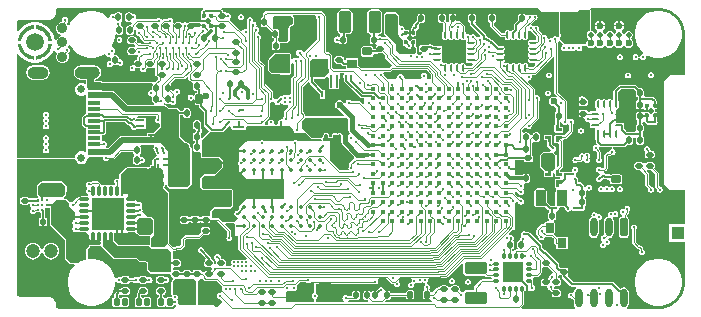
<source format=gtl>
G04*
G04 #@! TF.GenerationSoftware,Altium Limited,Altium Designer,25.1.2 (22)*
G04*
G04 Layer_Physical_Order=1*
G04 Layer_Color=255*
%FSLAX44Y44*%
%MOMM*%
G71*
G04*
G04 #@! TF.SameCoordinates,2BCE8437-4B4B-493D-AEBF-8C89570F1AAD*
G04*
G04*
G04 #@! TF.FilePolarity,Positive*
G04*
G01*
G75*
%ADD11C,0.2000*%
%ADD13C,0.1500*%
%ADD14C,0.3000*%
%ADD15C,0.1000*%
%ADD18C,0.4000*%
G04:AMPARAMS|DCode=19|XSize=0.25mm|YSize=0.6mm|CornerRadius=0.0625mm|HoleSize=0mm|Usage=FLASHONLY|Rotation=270.000|XOffset=0mm|YOffset=0mm|HoleType=Round|Shape=RoundedRectangle|*
%AMROUNDEDRECTD19*
21,1,0.2500,0.4750,0,0,270.0*
21,1,0.1250,0.6000,0,0,270.0*
1,1,0.1250,-0.2375,-0.0625*
1,1,0.1250,-0.2375,0.0625*
1,1,0.1250,0.2375,0.0625*
1,1,0.1250,0.2375,-0.0625*
%
%ADD19ROUNDEDRECTD19*%
G04:AMPARAMS|DCode=20|XSize=0.25mm|YSize=0.6mm|CornerRadius=0.0625mm|HoleSize=0mm|Usage=FLASHONLY|Rotation=180.000|XOffset=0mm|YOffset=0mm|HoleType=Round|Shape=RoundedRectangle|*
%AMROUNDEDRECTD20*
21,1,0.2500,0.4750,0,0,180.0*
21,1,0.1250,0.6000,0,0,180.0*
1,1,0.1250,-0.0625,0.2375*
1,1,0.1250,0.0625,0.2375*
1,1,0.1250,0.0625,-0.2375*
1,1,0.1250,-0.0625,-0.2375*
%
%ADD20ROUNDEDRECTD20*%
%ADD21R,1.6800X1.6800*%
%ADD22R,1.0000X1.0000*%
%ADD23R,2.2000X1.0500*%
%ADD24C,0.3500*%
G04:AMPARAMS|DCode=25|XSize=1.4mm|YSize=0.9mm|CornerRadius=0.225mm|HoleSize=0mm|Usage=FLASHONLY|Rotation=90.000|XOffset=0mm|YOffset=0mm|HoleType=Round|Shape=RoundedRectangle|*
%AMROUNDEDRECTD25*
21,1,1.4000,0.4500,0,0,90.0*
21,1,0.9500,0.9000,0,0,90.0*
1,1,0.4500,0.2250,0.4750*
1,1,0.4500,0.2250,-0.4750*
1,1,0.4500,-0.2250,-0.4750*
1,1,0.4500,-0.2250,0.4750*
%
%ADD25ROUNDEDRECTD25*%
%ADD26C,0.2000*%
%ADD27C,0.2500*%
G04:AMPARAMS|DCode=28|XSize=0.1mm|YSize=0.1mm|CornerRadius=0.025mm|HoleSize=0mm|Usage=FLASHONLY|Rotation=90.000|XOffset=0mm|YOffset=0mm|HoleType=Round|Shape=RoundedRectangle|*
%AMROUNDEDRECTD28*
21,1,0.1000,0.0500,0,0,90.0*
21,1,0.0500,0.1000,0,0,90.0*
1,1,0.0500,0.0250,0.0250*
1,1,0.0500,0.0250,-0.0250*
1,1,0.0500,-0.0250,-0.0250*
1,1,0.0500,-0.0250,0.0250*
%
%ADD28ROUNDEDRECTD28*%
G04:AMPARAMS|DCode=30|XSize=0.6mm|YSize=0.45mm|CornerRadius=0.1125mm|HoleSize=0mm|Usage=FLASHONLY|Rotation=0.000|XOffset=0mm|YOffset=0mm|HoleType=Round|Shape=RoundedRectangle|*
%AMROUNDEDRECTD30*
21,1,0.6000,0.2250,0,0,0.0*
21,1,0.3750,0.4500,0,0,0.0*
1,1,0.2250,0.1875,-0.1125*
1,1,0.2250,-0.1875,-0.1125*
1,1,0.2250,-0.1875,0.1125*
1,1,0.2250,0.1875,0.1125*
%
%ADD30ROUNDEDRECTD30*%
G04:AMPARAMS|DCode=31|XSize=0.6mm|YSize=0.45mm|CornerRadius=0.1125mm|HoleSize=0mm|Usage=FLASHONLY|Rotation=270.000|XOffset=0mm|YOffset=0mm|HoleType=Round|Shape=RoundedRectangle|*
%AMROUNDEDRECTD31*
21,1,0.6000,0.2250,0,0,270.0*
21,1,0.3750,0.4500,0,0,270.0*
1,1,0.2250,-0.1125,-0.1875*
1,1,0.2250,-0.1125,0.1875*
1,1,0.2250,0.1125,0.1875*
1,1,0.2250,0.1125,-0.1875*
%
%ADD31ROUNDEDRECTD31*%
G04:AMPARAMS|DCode=32|XSize=0.5mm|YSize=0.6mm|CornerRadius=0.0625mm|HoleSize=0mm|Usage=FLASHONLY|Rotation=0.000|XOffset=0mm|YOffset=0mm|HoleType=Round|Shape=RoundedRectangle|*
%AMROUNDEDRECTD32*
21,1,0.5000,0.4750,0,0,0.0*
21,1,0.3750,0.6000,0,0,0.0*
1,1,0.1250,0.1875,-0.2375*
1,1,0.1250,-0.1875,-0.2375*
1,1,0.1250,-0.1875,0.2375*
1,1,0.1250,0.1875,0.2375*
%
%ADD32ROUNDEDRECTD32*%
%ADD33O,0.8500X0.2800*%
%ADD34O,0.2800X0.8500*%
%ADD35R,0.2800X0.8500*%
%ADD36C,0.2200*%
G04:AMPARAMS|DCode=37|XSize=0.26mm|YSize=0.48mm|CornerRadius=0.065mm|HoleSize=0mm|Usage=FLASHONLY|Rotation=90.000|XOffset=0mm|YOffset=0mm|HoleType=Round|Shape=RoundedRectangle|*
%AMROUNDEDRECTD37*
21,1,0.2600,0.3500,0,0,90.0*
21,1,0.1300,0.4800,0,0,90.0*
1,1,0.1300,0.1750,0.0650*
1,1,0.1300,0.1750,-0.0650*
1,1,0.1300,-0.1750,-0.0650*
1,1,0.1300,-0.1750,0.0650*
%
%ADD37ROUNDEDRECTD37*%
G04:AMPARAMS|DCode=38|XSize=0.26mm|YSize=0.48mm|CornerRadius=0.065mm|HoleSize=0mm|Usage=FLASHONLY|Rotation=180.000|XOffset=0mm|YOffset=0mm|HoleType=Round|Shape=RoundedRectangle|*
%AMROUNDEDRECTD38*
21,1,0.2600,0.3500,0,0,180.0*
21,1,0.1300,0.4800,0,0,180.0*
1,1,0.1300,-0.0650,0.1750*
1,1,0.1300,0.0650,0.1750*
1,1,0.1300,0.0650,-0.1750*
1,1,0.1300,-0.0650,-0.1750*
%
%ADD38ROUNDEDRECTD38*%
%ADD39R,0.2000X0.5300*%
%ADD40R,0.8500X0.7500*%
G04:AMPARAMS|DCode=41|XSize=0.85mm|YSize=0.75mm|CornerRadius=0.1875mm|HoleSize=0mm|Usage=FLASHONLY|Rotation=0.000|XOffset=0mm|YOffset=0mm|HoleType=Round|Shape=RoundedRectangle|*
%AMROUNDEDRECTD41*
21,1,0.8500,0.3750,0,0,0.0*
21,1,0.4750,0.7500,0,0,0.0*
1,1,0.3750,0.2375,-0.1875*
1,1,0.3750,-0.2375,-0.1875*
1,1,0.3750,-0.2375,0.1875*
1,1,0.3750,0.2375,0.1875*
%
%ADD41ROUNDEDRECTD41*%
G04:AMPARAMS|DCode=42|XSize=1.1mm|YSize=1.9mm|CornerRadius=0.275mm|HoleSize=0mm|Usage=FLASHONLY|Rotation=270.000|XOffset=0mm|YOffset=0mm|HoleType=Round|Shape=RoundedRectangle|*
%AMROUNDEDRECTD42*
21,1,1.1000,1.3500,0,0,270.0*
21,1,0.5500,1.9000,0,0,270.0*
1,1,0.5500,-0.6750,-0.2750*
1,1,0.5500,-0.6750,0.2750*
1,1,0.5500,0.6750,0.2750*
1,1,0.5500,0.6750,-0.2750*
%
%ADD42ROUNDEDRECTD42*%
G04:AMPARAMS|DCode=43|XSize=0.85mm|YSize=0.6mm|CornerRadius=0.075mm|HoleSize=0mm|Usage=FLASHONLY|Rotation=90.000|XOffset=0mm|YOffset=0mm|HoleType=Round|Shape=RoundedRectangle|*
%AMROUNDEDRECTD43*
21,1,0.8500,0.4500,0,0,90.0*
21,1,0.7000,0.6000,0,0,90.0*
1,1,0.1500,0.2250,0.3500*
1,1,0.1500,0.2250,-0.3500*
1,1,0.1500,-0.2250,-0.3500*
1,1,0.1500,-0.2250,0.3500*
%
%ADD43ROUNDEDRECTD43*%
G04:AMPARAMS|DCode=44|XSize=0.9mm|YSize=0.6mm|CornerRadius=0.15mm|HoleSize=0mm|Usage=FLASHONLY|Rotation=0.000|XOffset=0mm|YOffset=0mm|HoleType=Round|Shape=RoundedRectangle|*
%AMROUNDEDRECTD44*
21,1,0.9000,0.3000,0,0,0.0*
21,1,0.6000,0.6000,0,0,0.0*
1,1,0.3000,0.3000,-0.1500*
1,1,0.3000,-0.3000,-0.1500*
1,1,0.3000,-0.3000,0.1500*
1,1,0.3000,0.3000,0.1500*
%
%ADD44ROUNDEDRECTD44*%
G04:AMPARAMS|DCode=45|XSize=0.25mm|YSize=0.675mm|CornerRadius=0.0625mm|HoleSize=0mm|Usage=FLASHONLY|Rotation=90.000|XOffset=0mm|YOffset=0mm|HoleType=Round|Shape=RoundedRectangle|*
%AMROUNDEDRECTD45*
21,1,0.2500,0.5500,0,0,90.0*
21,1,0.1250,0.6750,0,0,90.0*
1,1,0.1250,0.2750,0.0625*
1,1,0.1250,0.2750,-0.0625*
1,1,0.1250,-0.2750,-0.0625*
1,1,0.1250,-0.2750,0.0625*
%
%ADD45ROUNDEDRECTD45*%
G04:AMPARAMS|DCode=46|XSize=0.25mm|YSize=0.675mm|CornerRadius=0.0625mm|HoleSize=0mm|Usage=FLASHONLY|Rotation=180.000|XOffset=0mm|YOffset=0mm|HoleType=Round|Shape=RoundedRectangle|*
%AMROUNDEDRECTD46*
21,1,0.2500,0.5500,0,0,180.0*
21,1,0.1250,0.6750,0,0,180.0*
1,1,0.1250,-0.0625,0.2750*
1,1,0.1250,0.0625,0.2750*
1,1,0.1250,0.0625,-0.2750*
1,1,0.1250,-0.0625,-0.2750*
%
%ADD46ROUNDEDRECTD46*%
%ADD47R,0.2500X0.6750*%
%ADD48C,0.0500*%
G04:AMPARAMS|DCode=50|XSize=1.2mm|YSize=0.9mm|CornerRadius=0.1125mm|HoleSize=0mm|Usage=FLASHONLY|Rotation=90.000|XOffset=0mm|YOffset=0mm|HoleType=Round|Shape=RoundedRectangle|*
%AMROUNDEDRECTD50*
21,1,1.2000,0.6750,0,0,90.0*
21,1,0.9750,0.9000,0,0,90.0*
1,1,0.2250,0.3375,0.4875*
1,1,0.2250,0.3375,-0.4875*
1,1,0.2250,-0.3375,-0.4875*
1,1,0.2250,-0.3375,0.4875*
%
%ADD50ROUNDEDRECTD50*%
G04:AMPARAMS|DCode=51|XSize=1.14mm|YSize=0.4mm|CornerRadius=0.05mm|HoleSize=0mm|Usage=FLASHONLY|Rotation=180.000|XOffset=0mm|YOffset=0mm|HoleType=Round|Shape=RoundedRectangle|*
%AMROUNDEDRECTD51*
21,1,1.1400,0.3000,0,0,180.0*
21,1,1.0400,0.4000,0,0,180.0*
1,1,0.1000,-0.5200,0.1500*
1,1,0.1000,0.5200,0.1500*
1,1,0.1000,0.5200,-0.1500*
1,1,0.1000,-0.5200,-0.1500*
%
%ADD51ROUNDEDRECTD51*%
G04:AMPARAMS|DCode=52|XSize=1.14mm|YSize=0.8mm|CornerRadius=0.1mm|HoleSize=0mm|Usage=FLASHONLY|Rotation=180.000|XOffset=0mm|YOffset=0mm|HoleType=Round|Shape=RoundedRectangle|*
%AMROUNDEDRECTD52*
21,1,1.1400,0.6000,0,0,180.0*
21,1,0.9400,0.8000,0,0,180.0*
1,1,0.2000,-0.4700,0.3000*
1,1,0.2000,0.4700,0.3000*
1,1,0.2000,0.4700,-0.3000*
1,1,0.2000,-0.4700,-0.3000*
%
%ADD52ROUNDEDRECTD52*%
%ADD53R,1.1400X0.6000*%
%ADD54R,1.1400X0.3000*%
G04:AMPARAMS|DCode=55|XSize=1.6mm|YSize=0.6mm|CornerRadius=0.15mm|HoleSize=0mm|Usage=FLASHONLY|Rotation=270.000|XOffset=0mm|YOffset=0mm|HoleType=Round|Shape=RoundedRectangle|*
%AMROUNDEDRECTD55*
21,1,1.6000,0.3000,0,0,270.0*
21,1,1.3000,0.6000,0,0,270.0*
1,1,0.3000,-0.1500,-0.6500*
1,1,0.3000,-0.1500,0.6500*
1,1,0.3000,0.1500,0.6500*
1,1,0.3000,0.1500,-0.6500*
%
%ADD55ROUNDEDRECTD55*%
%ADD56O,0.6000X1.6000*%
G04:AMPARAMS|DCode=58|XSize=0.85mm|YSize=0.75mm|CornerRadius=0.1875mm|HoleSize=0mm|Usage=FLASHONLY|Rotation=90.000|XOffset=0mm|YOffset=0mm|HoleType=Round|Shape=RoundedRectangle|*
%AMROUNDEDRECTD58*
21,1,0.8500,0.3750,0,0,90.0*
21,1,0.4750,0.7500,0,0,90.0*
1,1,0.3750,0.1875,0.2375*
1,1,0.3750,0.1875,-0.2375*
1,1,0.3750,-0.1875,-0.2375*
1,1,0.3750,-0.1875,0.2375*
%
%ADD58ROUNDEDRECTD58*%
%ADD59R,0.7500X0.8500*%
G04:AMPARAMS|DCode=60|XSize=1.1mm|YSize=1.9mm|CornerRadius=0.275mm|HoleSize=0mm|Usage=FLASHONLY|Rotation=0.000|XOffset=0mm|YOffset=0mm|HoleType=Round|Shape=RoundedRectangle|*
%AMROUNDEDRECTD60*
21,1,1.1000,1.3500,0,0,0.0*
21,1,0.5500,1.9000,0,0,0.0*
1,1,0.5500,0.2750,-0.6750*
1,1,0.5500,-0.2750,-0.6750*
1,1,0.5500,-0.2750,0.6750*
1,1,0.5500,0.2750,0.6750*
%
%ADD60ROUNDEDRECTD60*%
%ADD61R,0.5300X0.2000*%
G04:AMPARAMS|DCode=62|XSize=0.85mm|YSize=0.6mm|CornerRadius=0.075mm|HoleSize=0mm|Usage=FLASHONLY|Rotation=0.000|XOffset=0mm|YOffset=0mm|HoleType=Round|Shape=RoundedRectangle|*
%AMROUNDEDRECTD62*
21,1,0.8500,0.4500,0,0,0.0*
21,1,0.7000,0.6000,0,0,0.0*
1,1,0.1500,0.3500,-0.2250*
1,1,0.1500,-0.3500,-0.2250*
1,1,0.1500,-0.3500,0.2250*
1,1,0.1500,0.3500,0.2250*
%
%ADD62ROUNDEDRECTD62*%
G04:AMPARAMS|DCode=63|XSize=0.5mm|YSize=0.6mm|CornerRadius=0.125mm|HoleSize=0mm|Usage=FLASHONLY|Rotation=180.000|XOffset=0mm|YOffset=0mm|HoleType=Round|Shape=RoundedRectangle|*
%AMROUNDEDRECTD63*
21,1,0.5000,0.3500,0,0,180.0*
21,1,0.2500,0.6000,0,0,180.0*
1,1,0.2500,-0.1250,0.1750*
1,1,0.2500,0.1250,0.1750*
1,1,0.2500,0.1250,-0.1750*
1,1,0.2500,-0.1250,-0.1750*
%
%ADD63ROUNDEDRECTD63*%
%ADD64C,0.5000*%
%ADD72C,0.3000*%
%ADD98C,0.6000*%
%ADD118R,2.7000X2.7000*%
%ADD119R,1.8000X1.8000*%
%AMCUSTOMSHAPE120*
4,1,5,-0.1300,-0.1950,-0.1300,0.1950,-0.0200,0.1950,0.1300,0.0450,0.1300,-0.1950,-0.1300,-0.1950,0.0*%
%ADD120CUSTOMSHAPE120*%

%AMCUSTOMSHAPE121*
4,1,5,0.1300,-0.1950,0.1300,0.1950,0.0200,0.1950,-0.1300,0.0450,-0.1300,-0.1950,0.1300,-0.1950,0.0*%
%ADD121CUSTOMSHAPE121*%

%AMCUSTOMSHAPE122*
4,1,5,0.1300,0.1950,0.1300,-0.1950,0.0200,-0.1950,-0.1300,-0.0450,-0.1300,0.1950,0.1300,0.1950,0.0*%
%ADD122CUSTOMSHAPE122*%

%AMCUSTOMSHAPE123*
4,1,4,0.2900,-0.0000,-0.0000,-0.2900,-0.2900,0.0000,0.0000,0.2900,0.2900,-0.0000,0.0*%
%ADD123CUSTOMSHAPE123*%

%AMCUSTOMSHAPE124*
4,1,5,-0.1300,0.1950,-0.1300,-0.1950,-0.0200,-0.1950,0.1300,-0.0450,0.1300,0.1950,-0.1300,0.1950,0.0*%
%ADD124CUSTOMSHAPE124*%

%ADD125C,0.9000*%
%ADD126R,0.2600X0.2600*%
G04:AMPARAMS|DCode=127|XSize=2.3mm|YSize=4mm|CornerRadius=0.23mm|HoleSize=0mm|Usage=FLASHONLY|Rotation=270.000|XOffset=0mm|YOffset=0mm|HoleType=Round|Shape=RoundedRectangle|*
%AMROUNDEDRECTD127*
21,1,2.3000,3.5400,0,0,270.0*
21,1,1.8400,4.0000,0,0,270.0*
1,1,0.4600,-1.7700,-0.9200*
1,1,0.4600,-1.7700,0.9200*
1,1,0.4600,1.7700,0.9200*
1,1,0.4600,1.7700,-0.9200*
%
%ADD127ROUNDEDRECTD127*%
%ADD128R,0.2600X0.2600*%
%AMCUSTOMSHAPE129*
4,1,5,0.1300,0.1950,0.1300,-0.1950,0.0200,-0.1950,-0.1300,-0.0450,-0.1300,0.1950,0.1300,0.1950,0.0*%
%ADD129CUSTOMSHAPE129*%

%AMCUSTOMSHAPE130*
4,1,5,-0.1300,0.1950,-0.1300,-0.1950,-0.0200,-0.1950,0.1300,-0.0450,0.1300,0.1950,-0.1300,0.1950,0.0*%
%ADD130CUSTOMSHAPE130*%

%AMCUSTOMSHAPE131*
4,1,5,-0.1300,-0.1950,-0.1300,0.1950,-0.0200,0.1950,0.1300,0.0450,0.1300,-0.1950,-0.1300,-0.1950,0.0*%
%ADD131CUSTOMSHAPE131*%

%AMCUSTOMSHAPE132*
4,1,4,-0.2900,0.0000,0.0000,0.2900,0.2900,-0.0000,-0.0000,-0.2900,-0.2900,0.0000,0.0*%
%ADD132CUSTOMSHAPE132*%

%AMCUSTOMSHAPE133*
4,1,5,0.1300,-0.1950,0.1300,0.1950,0.0200,0.1950,-0.1300,0.0450,-0.1300,-0.1950,0.1300,-0.1950,0.0*%
%ADD133CUSTOMSHAPE133*%

%ADD134C,0.5000*%
%ADD135C,0.1426*%
%ADD136C,0.4000*%
%ADD137C,1.5000*%
%ADD138C,1.2000*%
%ADD139O,1.8000X1.0000*%
%ADD140O,2.1000X1.0000*%
%ADD141C,0.6500*%
G36*
X38174Y257108D02*
X159629Y257063D01*
X159933Y255793D01*
X159558Y255542D01*
X159558Y255542D01*
X158858Y254842D01*
X158416Y254180D01*
X158261Y253400D01*
Y252758D01*
X158255Y252755D01*
X157938Y251990D01*
Y248090D01*
X158255Y247325D01*
X159020Y247008D01*
X160120D01*
X160320Y246874D01*
Y245106D01*
X160120Y244972D01*
X159020D01*
X158255Y244655D01*
X158254Y244655D01*
X158030Y244759D01*
X157958Y244831D01*
X156947Y245250D01*
X155853D01*
X154842Y244831D01*
X154730Y244719D01*
X150570D01*
X150533Y244712D01*
X147945D01*
X147116Y244547D01*
X146413Y244077D01*
X146021Y244038D01*
X145878Y244181D01*
X144867Y244600D01*
X143773D01*
X142762Y244181D01*
X142619Y244038D01*
X142227Y244077D01*
X141524Y244547D01*
X140695Y244712D01*
X136945D01*
X136116Y244547D01*
X135596Y244199D01*
X134907Y244524D01*
X134503Y244880D01*
X134716Y245393D01*
Y246487D01*
X134297Y247498D01*
X133523Y248271D01*
X132513Y248690D01*
X131419D01*
X130408Y248271D01*
X129700Y247564D01*
X126628D01*
X125807Y247223D01*
X125480Y247088D01*
X124405Y247540D01*
X123632Y248314D01*
X122621Y248733D01*
X121527D01*
X120516Y248314D01*
X119826Y247624D01*
X104198D01*
X103364Y248529D01*
X103250Y248783D01*
Y249746D01*
X102831Y250757D01*
X102058Y251531D01*
X101047Y251950D01*
X100230D01*
X99857Y252507D01*
X99154Y252977D01*
X98325Y253142D01*
X96075D01*
X95246Y252977D01*
X94543Y252507D01*
X94073Y251804D01*
X93908Y250975D01*
Y247225D01*
X94073Y246396D01*
X94543Y245693D01*
X95246Y245223D01*
X96075Y245058D01*
X98325D01*
X98838Y245161D01*
X99552Y244078D01*
X98997Y243523D01*
X98521Y242375D01*
Y242185D01*
X98477Y242142D01*
X96695D01*
X95866Y241977D01*
X95163Y241507D01*
X94693Y240804D01*
X94528Y239975D01*
Y236225D01*
X94693Y235396D01*
X95163Y234693D01*
X95866Y234223D01*
X96695Y234058D01*
X98945D01*
X99774Y234223D01*
X100477Y234693D01*
X100947Y235396D01*
X101112Y236225D01*
Y237787D01*
X102382Y238479D01*
X102967Y238102D01*
X103158Y237310D01*
X103129Y237092D01*
X102800Y236297D01*
Y235303D01*
X103181Y234384D01*
X103884Y233681D01*
X104803Y233300D01*
X105504D01*
X106157Y232647D01*
Y231919D01*
X106633Y230771D01*
X108731Y228673D01*
X109367Y228410D01*
X109114Y227140D01*
X104980D01*
X103849Y228271D01*
X103862Y228335D01*
Y230585D01*
X103697Y231414D01*
X103227Y232117D01*
X102524Y232587D01*
X101695Y232752D01*
X97945D01*
X97116Y232587D01*
X96413Y232117D01*
X95943Y231414D01*
X95778Y230585D01*
Y228335D01*
X95943Y227506D01*
X96413Y226803D01*
X97116Y226333D01*
X97945Y226168D01*
X101359D01*
X102523Y225004D01*
X102356Y224164D01*
X101869Y223677D01*
X101695Y223712D01*
X97945D01*
X97116Y223547D01*
X96413Y223077D01*
X95943Y222374D01*
X95778Y221545D01*
Y219295D01*
X95943Y218466D01*
X96413Y217763D01*
X97116Y217293D01*
X97945Y217128D01*
X101695D01*
X102524Y217293D01*
X103088Y217670D01*
X104040Y217466D01*
X104292Y217013D01*
X104619Y216240D01*
X104196Y215220D01*
Y212812D01*
X103125D01*
X102296Y212647D01*
X101593Y212177D01*
X101123Y211474D01*
X100958Y210645D01*
Y209673D01*
X100497Y208500D01*
X99502Y208500D01*
X98584Y208119D01*
X97880Y207416D01*
X97500Y206497D01*
Y205502D01*
X97880Y204583D01*
X98584Y203880D01*
X99502Y203500D01*
X100497D01*
X101416Y203880D01*
X102119Y204583D01*
X102500Y205502D01*
Y205715D01*
X103125Y206228D01*
X106011D01*
X106500Y205497D01*
Y204503D01*
X106881Y203584D01*
X107584Y202881D01*
X108503Y202500D01*
X109497D01*
X110416Y202881D01*
X111119Y203584D01*
X111500Y204503D01*
Y205398D01*
X111950Y205961D01*
X112383Y206376D01*
X113125Y206228D01*
X116875D01*
X117606Y206374D01*
X117753Y206362D01*
X118876Y205649D01*
Y201066D01*
X119352Y199918D01*
X119938Y199332D01*
X121055Y198869D01*
X121123Y198526D01*
X121376Y198147D01*
Y196672D01*
X119102Y194398D01*
X118937Y194000D01*
X75000D01*
X74200Y194331D01*
Y195000D01*
X68368D01*
X68243Y196270D01*
X69641Y196548D01*
X71626Y197874D01*
X72952Y199859D01*
X73418Y202200D01*
X72952Y204541D01*
X71626Y206526D01*
X69641Y207852D01*
X67300Y208318D01*
X56300D01*
X53959Y207852D01*
X51974Y206526D01*
X50648Y204541D01*
X50182Y202200D01*
X50648Y199859D01*
X51974Y197874D01*
X53959Y196548D01*
X56300Y196082D01*
X60347D01*
X60800Y195000D01*
X60800Y194812D01*
Y192984D01*
X59530Y192452D01*
X57844Y193150D01*
X55756D01*
X53826Y192351D01*
X52349Y190874D01*
X51550Y188944D01*
Y186856D01*
X52349Y184926D01*
X53826Y183449D01*
X55756Y182650D01*
X57844D01*
X59530Y183348D01*
X60800Y182816D01*
Y180270D01*
X60800Y179000D01*
X60800D01*
Y179000D01*
X60800D01*
Y167497D01*
X60750D01*
X60082Y167364D01*
X59515Y166985D01*
X57765Y165235D01*
X57386Y164669D01*
X57253Y164000D01*
Y158500D01*
X57386Y157831D01*
X57765Y157265D01*
X59328Y155701D01*
X59895Y155323D01*
X60564Y155190D01*
X60606D01*
X60800Y154000D01*
X60800D01*
Y149000D01*
Y140270D01*
X60800Y139000D01*
X60800D01*
Y139000D01*
X60800D01*
Y135184D01*
X59530Y134652D01*
X57844Y135350D01*
X55756D01*
X53826Y134551D01*
X52349Y133074D01*
X51550Y131144D01*
Y130000D01*
X2014D01*
Y217712D01*
X3284Y218098D01*
X4115Y216853D01*
X6483Y214485D01*
X9267Y212625D01*
X12361Y211343D01*
X15646Y210690D01*
X18994D01*
X22279Y211343D01*
X25373Y212625D01*
X28157Y214485D01*
X30525Y216853D01*
X32385Y219638D01*
X32841Y220739D01*
X34216Y220739D01*
X34339Y220442D01*
X35113Y219669D01*
X35140Y219657D01*
X36002Y218857D01*
X35775Y218124D01*
X35220Y216784D01*
Y214596D01*
X36057Y212575D01*
X37604Y211027D01*
X39626Y210190D01*
X41814D01*
X43836Y211027D01*
X45383Y212575D01*
X46220Y214596D01*
Y216784D01*
X45486Y218556D01*
X45758Y218669D01*
X46531Y219442D01*
X46950Y220453D01*
Y221547D01*
X46531Y222558D01*
X45758Y223331D01*
X45383Y224575D01*
X45874Y225760D01*
X47249D01*
X47520Y225104D01*
X49709Y221829D01*
X52495Y219043D01*
X55770Y216854D01*
X59410Y215347D01*
X63274Y214578D01*
X67214D01*
X71078Y215347D01*
X74717Y216854D01*
X76636Y218136D01*
X77904Y217456D01*
Y217137D01*
X78285Y216218D01*
X78988Y215515D01*
X79907Y215134D01*
X80777D01*
X80958Y215087D01*
X82008Y214218D01*
Y212299D01*
X81442Y211921D01*
X80447D01*
X79528Y211540D01*
X78825Y210837D01*
X78444Y209918D01*
Y208923D01*
X78825Y208005D01*
X79528Y207301D01*
X80447Y206921D01*
X81442D01*
X82360Y207301D01*
X83064Y208005D01*
X83444Y208923D01*
X83562Y209020D01*
X84175Y208898D01*
X86425D01*
X87254Y209063D01*
X87298Y209093D01*
X88054Y208337D01*
X89065Y207918D01*
X90159D01*
X91170Y208337D01*
X91943Y209111D01*
X92362Y210121D01*
Y211215D01*
X91943Y212226D01*
X91170Y213000D01*
X90159Y213418D01*
X89065D01*
X88592Y213734D01*
Y214815D01*
X88427Y215644D01*
X87957Y216347D01*
X87254Y216817D01*
X86425Y216982D01*
X85310D01*
X84209Y218252D01*
X84242Y218486D01*
X84416Y218558D01*
X85119Y219261D01*
X85500Y220180D01*
Y221175D01*
X85119Y222094D01*
X84416Y222797D01*
X83497Y223177D01*
X83208D01*
X82529Y224447D01*
X82968Y225104D01*
X84475Y228744D01*
X85244Y232608D01*
Y233869D01*
X85297Y233919D01*
X86514Y234432D01*
X86826Y234223D01*
X87655Y234058D01*
X89905D01*
X90734Y234223D01*
X91437Y234693D01*
X91907Y235396D01*
X92072Y236225D01*
Y239975D01*
X91907Y240804D01*
X91437Y241507D01*
X90734Y241977D01*
X90319Y242754D01*
X90393Y242933D01*
Y244027D01*
X90129Y245158D01*
X90817Y245693D01*
X91287Y246396D01*
X91452Y247225D01*
Y250975D01*
X91287Y251804D01*
X90817Y252507D01*
X90114Y252977D01*
X89285Y253142D01*
X87035D01*
X86206Y252977D01*
X85503Y252507D01*
X85033Y251804D01*
X84687Y251619D01*
X84130Y251850D01*
X83036D01*
X82025Y251431D01*
X81252Y250658D01*
X80833Y249647D01*
Y249069D01*
X79570Y248536D01*
X77993Y250113D01*
X74717Y252302D01*
X71078Y253809D01*
X67214Y254578D01*
X63274D01*
X59410Y253809D01*
X55770Y252302D01*
X52495Y250113D01*
X49709Y247327D01*
X47520Y244051D01*
X46947Y242669D01*
X45655Y242563D01*
X44952Y243400D01*
X45089Y244896D01*
X45326Y245133D01*
X45745Y246144D01*
Y247238D01*
X45326Y248249D01*
X44553Y249023D01*
X43542Y249441D01*
X42448D01*
X41437Y249023D01*
X40664Y248249D01*
X40245Y247238D01*
Y246144D01*
X39318Y245063D01*
X37604Y244353D01*
X36057Y242806D01*
X35220Y240784D01*
Y238596D01*
X36057Y236574D01*
X37604Y235027D01*
X39208Y234363D01*
Y233017D01*
X37604Y232353D01*
X36057Y230805D01*
X35565Y229616D01*
X34244Y229746D01*
X33667Y232649D01*
X32385Y235742D01*
X30525Y238527D01*
X28157Y240895D01*
X25373Y242755D01*
X22279Y244037D01*
X18994Y244690D01*
X15646D01*
X12361Y244037D01*
X9267Y242755D01*
X6483Y240895D01*
X4115Y238527D01*
X3284Y237282D01*
X2014Y237668D01*
Y244366D01*
X2465Y245454D01*
X3297Y246287D01*
X4386Y246738D01*
X4975Y246738D01*
X28173D01*
X28272Y246758D01*
X28373Y246748D01*
X29348Y246844D01*
X29635Y246931D01*
X29929Y246989D01*
X31731Y247736D01*
X32392Y248178D01*
X33772Y249557D01*
X34214Y250219D01*
X34961Y252021D01*
X35019Y252315D01*
X35106Y252602D01*
X35202Y253577D01*
X35192Y253678D01*
X35212Y253777D01*
X35212Y254147D01*
X35212Y254147D01*
X35212Y254147D01*
Y254736D01*
X35663Y255825D01*
X36496Y256658D01*
X37585Y257109D01*
X38174Y257108D01*
D02*
G37*
G36*
X443100Y256957D02*
X445270Y254786D01*
D01*
X446048Y254008D01*
X446048Y254008D01*
X446710Y253566D01*
X447490Y253411D01*
X447490Y253411D01*
X461000D01*
Y236000D01*
D01*
X460918Y235801D01*
Y235536D01*
X460918Y235536D01*
X461119Y235048D01*
Y235002D01*
X461418Y234282D01*
Y233718D01*
X461119Y232998D01*
Y232952D01*
X461003Y232670D01*
X460410Y232444D01*
X459648Y232413D01*
X459625Y232446D01*
X458716Y233054D01*
X457643Y233268D01*
X456570Y233054D01*
X455660Y232446D01*
X455052Y231537D01*
X453700Y231049D01*
X452725Y230855D01*
X452483Y230694D01*
X451340Y231458D01*
X451349Y231500D01*
X451155Y232475D01*
X450602Y233302D01*
X449775Y233855D01*
X449046Y234000D01*
X448458D01*
X447762Y233933D01*
X447709Y234000D01*
X447382D01*
X447030Y234851D01*
D01*
X446948Y235048D01*
X444000Y237996D01*
X443661Y238335D01*
X443855Y238625D01*
X444000Y239354D01*
Y239846D01*
X443855Y240575D01*
X443302Y241402D01*
X442475Y241955D01*
X441500Y242149D01*
X440525Y241955D01*
X440308Y241810D01*
X439375Y241507D01*
X438442Y241810D01*
X438225Y241955D01*
X437874Y242025D01*
X437436Y243382D01*
X438728Y244674D01*
X439398Y244952D01*
X440746Y246300D01*
X441475Y246445D01*
X442302Y246998D01*
X442855Y247825D01*
X443049Y248800D01*
X442855Y249775D01*
X442302Y250602D01*
X441475Y251155D01*
X440500Y251349D01*
X439525Y251155D01*
X438698Y250602D01*
X437473Y251056D01*
X437175Y251255D01*
X436200Y251449D01*
X435225Y251255D01*
X434398Y250702D01*
X434340Y250617D01*
X433588Y250667D01*
X432950Y250821D01*
X432558Y251407D01*
X431856Y251877D01*
X431026Y252042D01*
X428776D01*
X427947Y251877D01*
X427244Y251407D01*
X426775Y250704D01*
X426610Y249875D01*
Y246842D01*
X423558Y243790D01*
X423116Y243129D01*
X422961Y242349D01*
Y239095D01*
X421898Y238032D01*
X421875D01*
X421241Y237906D01*
X420706Y237549D01*
X420703Y237547D01*
X419297D01*
X419294Y237549D01*
X418759Y237906D01*
X418125Y238032D01*
X416875D01*
X416241Y237906D01*
X415703Y237547D01*
X415344Y237009D01*
X415218Y236375D01*
Y235624D01*
X413073D01*
X406104Y242593D01*
Y244058D01*
X406434Y244123D01*
X407137Y244593D01*
X407607Y245296D01*
X407772Y246125D01*
Y249875D01*
X407607Y250704D01*
X407137Y251407D01*
X406434Y251877D01*
X405605Y252042D01*
X403355D01*
X402526Y251877D01*
X401823Y251407D01*
X401353Y250704D01*
X401188Y249875D01*
Y246125D01*
X401353Y245296D01*
X401823Y244593D01*
X402526Y244123D01*
X402856Y244058D01*
Y241920D01*
X403332Y240772D01*
X411252Y232852D01*
X412400Y232376D01*
X415218D01*
Y231625D01*
X415344Y230991D01*
X415703Y230453D01*
X416241Y230094D01*
X416875Y229968D01*
X418125D01*
X418759Y230094D01*
X419296Y230453D01*
X419508Y230464D01*
X420730Y230376D01*
X421427Y229910D01*
X422500Y229696D01*
X423573Y229910D01*
X424270Y230376D01*
X425493Y230464D01*
X425703Y230453D01*
X425806Y230385D01*
X426241Y230094D01*
X426875Y229968D01*
X428125D01*
X428759Y230094D01*
X429294Y230452D01*
X429297Y230453D01*
X430703D01*
X430706Y230452D01*
X431241Y230094D01*
X431875Y229968D01*
X433125D01*
X433759Y230094D01*
X434296Y230453D01*
X434656Y230991D01*
X434782Y231625D01*
Y236375D01*
X434695Y236812D01*
X435247Y237337D01*
X435733Y237607D01*
X436275Y237245D01*
X437250Y237051D01*
X437467Y237094D01*
X442082Y232479D01*
Y230936D01*
X441375Y229782D01*
X436625D01*
X435991Y229656D01*
X435453Y229296D01*
X435094Y228759D01*
X434968Y228125D01*
Y226875D01*
X435094Y226241D01*
X435452Y225706D01*
X435453Y225703D01*
Y224297D01*
X435452Y224294D01*
X435094Y223759D01*
X434968Y223125D01*
Y221875D01*
X435094Y221241D01*
X435452Y220706D01*
X435453Y220703D01*
Y219297D01*
X435452Y219294D01*
X435094Y218759D01*
X434968Y218125D01*
Y216875D01*
X435094Y216241D01*
X435452Y215706D01*
X435453Y215703D01*
Y214297D01*
X435452Y214294D01*
X435094Y213759D01*
X434968Y213125D01*
Y211875D01*
X435094Y211241D01*
X435453Y210704D01*
X435991Y210344D01*
X436625Y210218D01*
X440674D01*
X441200Y208948D01*
X438876Y206624D01*
X436430D01*
X435905Y207148D01*
X434782Y207614D01*
Y208375D01*
X434656Y209009D01*
X434296Y209547D01*
X433759Y209906D01*
X433125Y210032D01*
X431875D01*
X431241Y209906D01*
X430706Y209548D01*
X430703Y209547D01*
X429297D01*
X429294Y209548D01*
X428759Y209906D01*
X428125Y210032D01*
X426875D01*
X426241Y209906D01*
X425703Y209547D01*
X424515Y209579D01*
X424276Y209654D01*
X423473Y210190D01*
X422400Y210404D01*
X421327Y210190D01*
X420682Y209759D01*
X419296Y209547D01*
X418759Y209906D01*
X418125Y210032D01*
X416875D01*
X416279Y209913D01*
X416233Y209983D01*
X415323Y210590D01*
X415162Y210622D01*
X414906Y211241D01*
X415032Y211875D01*
Y213125D01*
X414906Y213759D01*
X414548Y214294D01*
X414547Y214297D01*
Y215703D01*
X414548Y215706D01*
X414906Y216241D01*
X415032Y216875D01*
Y218125D01*
X414906Y218759D01*
X414548Y219294D01*
X414547Y219297D01*
Y220703D01*
X414548Y220706D01*
X414906Y221241D01*
X415032Y221875D01*
Y223125D01*
X414906Y223759D01*
X414547Y224296D01*
X414009Y224656D01*
X413375Y224782D01*
X409852D01*
X406685Y227949D01*
X406621Y228272D01*
X406068Y229099D01*
X405242Y229651D01*
X404346Y229829D01*
X402791Y231385D01*
X402129Y231826D01*
X401349Y231982D01*
X401163D01*
X400985Y232101D01*
X400553Y232187D01*
X399827Y233212D01*
X399672Y233993D01*
X399230Y234654D01*
X390545Y243338D01*
X390137Y244593D01*
X390607Y245296D01*
X390772Y246125D01*
Y249875D01*
X390607Y250704D01*
X390137Y251407D01*
X389434Y251877D01*
X388605Y252042D01*
X386355D01*
X385526Y251877D01*
X384823Y251407D01*
X384353Y250704D01*
X384188Y249875D01*
Y246125D01*
X384353Y245296D01*
X384823Y244593D01*
X385526Y244123D01*
X385618Y244105D01*
Y243343D01*
X385773Y242563D01*
X386215Y241901D01*
X394340Y233776D01*
X394159Y233121D01*
X393809Y232511D01*
X393025Y232355D01*
X392390Y231931D01*
X391736Y232073D01*
X391100Y232446D01*
X390955Y233175D01*
X390402Y234002D01*
X389575Y234555D01*
X388600Y234749D01*
X387625Y234555D01*
X386798Y234002D01*
X385502D01*
X384675Y234555D01*
X383700Y234749D01*
X383321Y234674D01*
X382051Y235516D01*
Y236375D01*
X381925Y237009D01*
X381566Y237547D01*
X381393Y237662D01*
Y241539D01*
X380917Y242687D01*
X378243Y245360D01*
X377095Y245836D01*
X375509D01*
X374303Y246118D01*
X374272Y247009D01*
Y249875D01*
X374107Y250704D01*
X373637Y251407D01*
X372934Y251877D01*
X372105Y252042D01*
X369855D01*
X369026Y251877D01*
X368323Y251407D01*
X367853Y250704D01*
X367688Y249875D01*
Y246125D01*
X367853Y245296D01*
X367652Y244830D01*
X367424Y244690D01*
X365967Y245170D01*
X365917Y245291D01*
X365257Y245951D01*
X365292Y246125D01*
Y249875D01*
X365127Y250704D01*
X364657Y251407D01*
X363954Y251877D01*
X363125Y252042D01*
X360875D01*
X360046Y251877D01*
X359343Y251407D01*
X358873Y250704D01*
X358708Y249875D01*
Y246125D01*
X358873Y245296D01*
X359343Y244593D01*
X360046Y244123D01*
X360875Y243958D01*
X362657D01*
X363145Y243470D01*
Y237662D01*
X362972Y237547D01*
X362613Y237009D01*
X362487Y236375D01*
Y231625D01*
X362613Y230991D01*
X362972Y230453D01*
X363510Y230094D01*
X364144Y229968D01*
X365394D01*
X366028Y230094D01*
X366562Y230452D01*
X366566Y230453D01*
X367971D01*
X367975Y230452D01*
X368510Y230094D01*
X369144Y229968D01*
X370394D01*
X371028Y230094D01*
X371562Y230452D01*
X371566Y230453D01*
X372971D01*
X372975Y230452D01*
X373510Y230094D01*
X374144Y229968D01*
X375394D01*
X376028Y230094D01*
X376562Y230452D01*
X376566Y230453D01*
X377971D01*
X377975Y230452D01*
X378510Y230094D01*
X379144Y229968D01*
X380394D01*
X381028Y230094D01*
X382090Y229406D01*
X382363Y228759D01*
X382237Y228125D01*
Y226875D01*
X382363Y226241D01*
X382720Y225706D01*
X382722Y225703D01*
Y224297D01*
X382720Y224294D01*
X382363Y223759D01*
X382237Y223125D01*
Y221875D01*
X382363Y221241D01*
X382720Y220706D01*
X382722Y220703D01*
Y219297D01*
X382720Y219294D01*
X382363Y218759D01*
X382237Y218125D01*
Y216875D01*
X382363Y216241D01*
X382720Y215706D01*
X382722Y215703D01*
Y214297D01*
X382720Y214294D01*
X382363Y213759D01*
X382237Y213125D01*
Y211875D01*
X382363Y211241D01*
X382722Y210704D01*
X383260Y210344D01*
X383894Y210218D01*
X387705D01*
X388231Y208948D01*
X386911Y207629D01*
X383390D01*
X383377Y207624D01*
X382051D01*
Y208375D01*
X381925Y209009D01*
X381566Y209547D01*
X381028Y209906D01*
X380394Y210032D01*
X379144D01*
X378510Y209906D01*
X377975Y209548D01*
X377971Y209547D01*
X376566D01*
X376562Y209548D01*
X376028Y209906D01*
X375394Y210032D01*
X374144D01*
X373510Y209906D01*
X372972Y209547D01*
X372465Y209460D01*
X371567Y209546D01*
X371562Y209548D01*
X371028Y209906D01*
X370394Y210032D01*
X370162D01*
X369800Y210104D01*
X369438Y210032D01*
X369144D01*
X368510Y209906D01*
X367975Y209548D01*
X367971Y209547D01*
X366566D01*
X366562Y209548D01*
X366028Y209906D01*
X365394Y210032D01*
X364144D01*
X363862Y209976D01*
X363483Y210544D01*
X362573Y211152D01*
X362179Y211230D01*
X362175Y211241D01*
X362301Y211875D01*
Y213125D01*
X362175Y213759D01*
X361817Y214294D01*
X361815Y214297D01*
Y215703D01*
X361817Y215706D01*
X362175Y216241D01*
X362301Y216875D01*
Y218125D01*
X362175Y218759D01*
X361817Y219294D01*
X361815Y219297D01*
Y220703D01*
X361817Y220706D01*
X362175Y221241D01*
X362301Y221875D01*
Y223125D01*
X362175Y223759D01*
X361815Y224296D01*
X361278Y224656D01*
X360644Y224782D01*
X358056D01*
X358019Y224789D01*
X354803D01*
X354342Y225251D01*
X354033Y225457D01*
X353802Y225802D01*
X352975Y226355D01*
X352000Y226549D01*
X351025Y226355D01*
X350198Y225802D01*
X350124Y225692D01*
X349175D01*
X348775Y225772D01*
X345025D01*
X344196Y225607D01*
X343493Y225137D01*
X343023Y224434D01*
X342858Y223605D01*
Y221355D01*
X343023Y220526D01*
X343493Y219823D01*
X344196Y219353D01*
X345025Y219188D01*
X344966Y217943D01*
X344525Y217855D01*
X343698Y217302D01*
X342302D01*
X341475Y217855D01*
X341231Y217904D01*
X340765Y219235D01*
X341082Y220000D01*
Y223000D01*
X341082Y223000D01*
X340765Y223765D01*
X340765Y223766D01*
X340585Y223945D01*
X339965Y224985D01*
X340282Y225750D01*
Y229650D01*
X339965Y230415D01*
X339200Y230732D01*
X338600D01*
Y232768D01*
X339200D01*
X339965Y233085D01*
X340282Y233850D01*
Y237750D01*
X340687Y238507D01*
X340793Y238528D01*
X341703Y239135D01*
X342310Y240045D01*
X342524Y241118D01*
X342310Y242191D01*
X342180Y242386D01*
X343752Y243958D01*
X345645D01*
X346474Y244123D01*
X347177Y244593D01*
X347647Y245296D01*
X347812Y246125D01*
Y249875D01*
X347647Y250704D01*
X347177Y251407D01*
X346474Y251877D01*
X345645Y252042D01*
X343395D01*
X342566Y251877D01*
X341863Y251407D01*
X341393Y250704D01*
X341228Y249875D01*
Y246482D01*
X338745Y243999D01*
X338474Y243593D01*
X337737Y243101D01*
X337130Y242191D01*
X336916Y241118D01*
X336979Y240802D01*
X336638Y240462D01*
X336251Y239883D01*
X336116Y239200D01*
Y238632D01*
X335835Y238515D01*
X331567D01*
X330477Y238860D01*
X330205Y239622D01*
X330155Y239875D01*
X329602Y240702D01*
X328775Y241255D01*
X327800Y241449D01*
X327352Y241360D01*
X326082Y242170D01*
Y250000D01*
X326082Y250000D01*
X325765Y250765D01*
X325765Y250765D01*
X323765Y252765D01*
X323000Y253082D01*
X315000D01*
X315000Y253083D01*
X314235Y252765D01*
X314235Y252765D01*
X313235Y251765D01*
X312918Y251000D01*
Y235000D01*
X313235Y234235D01*
X313235Y234235D01*
X314276Y233194D01*
X313750Y231924D01*
X311922D01*
X311683Y232283D01*
X310773Y232890D01*
X309700Y233104D01*
X308894Y232943D01*
X308591Y232885D01*
X308279Y233237D01*
X308746Y234625D01*
X309213Y234718D01*
X310454Y235546D01*
X311282Y236787D01*
X311573Y238250D01*
Y251750D01*
X311282Y253213D01*
X310454Y254454D01*
X309213Y255282D01*
X307750Y255573D01*
X302250D01*
X300787Y255282D01*
X299546Y254454D01*
X298718Y253213D01*
X298427Y251750D01*
Y238250D01*
X298718Y236787D01*
X299546Y235546D01*
X300787Y234718D01*
X301366Y234602D01*
X301597Y234047D01*
X301746Y233232D01*
X301393Y232704D01*
X301228Y231875D01*
Y228125D01*
X301393Y227296D01*
X301863Y226593D01*
X302566Y226123D01*
X303395Y225958D01*
X305645D01*
X306474Y226123D01*
X307176Y225067D01*
X306593Y224677D01*
X306123Y223974D01*
X305958Y223145D01*
Y222289D01*
X304274D01*
X304083Y223247D01*
X303448Y224198D01*
X302497Y224833D01*
X301375Y225056D01*
X296625D01*
X295503Y224833D01*
X294552Y224198D01*
X293917Y223247D01*
X293694Y222125D01*
Y218375D01*
X293917Y217253D01*
X294552Y216302D01*
X295503Y215667D01*
X296625Y215444D01*
X301375D01*
X302497Y215667D01*
X303448Y216302D01*
X304083Y217253D01*
X304274Y218211D01*
X307412D01*
X308193Y218366D01*
X308735Y218728D01*
X311647D01*
X313706Y216669D01*
Y215470D01*
X314182Y214322D01*
X319957Y208547D01*
X319471Y207374D01*
X319356D01*
X318208Y206898D01*
X317434Y206124D01*
X293833D01*
X292164Y207792D01*
X291250Y208171D01*
Y214500D01*
X280750D01*
Y213175D01*
X279480Y212610D01*
X279042Y213005D01*
Y214105D01*
X278877Y214934D01*
X278407Y215637D01*
X277704Y216107D01*
X276875Y216272D01*
X273125D01*
X272296Y216107D01*
X271593Y215637D01*
X271123Y214934D01*
X270958Y214105D01*
Y211855D01*
X271123Y211026D01*
X271593Y210323D01*
X272296Y209853D01*
X273125Y209688D01*
X275928D01*
X277308Y208308D01*
X277970Y207866D01*
X278750Y207711D01*
X278750Y207711D01*
X280750D01*
Y205124D01*
X270258D01*
X268624Y206758D01*
Y216779D01*
X268148Y217927D01*
X266928Y219148D01*
X265779Y219624D01*
X264673D01*
X263697Y220599D01*
Y250073D01*
X263221Y251221D01*
X260494Y253948D01*
X259346Y254424D01*
X213636D01*
X212488Y253948D01*
X210602Y252062D01*
X210126Y250914D01*
Y248943D01*
X209796Y248877D01*
X209093Y248407D01*
X208623Y247704D01*
X208458Y246875D01*
Y243125D01*
X208623Y242296D01*
X209093Y241593D01*
X209796Y241123D01*
X210625Y240958D01*
X212875D01*
X213127Y241008D01*
X217728Y236407D01*
Y233125D01*
X217893Y232296D01*
X218363Y231593D01*
X219066Y231123D01*
X219511Y231035D01*
Y228920D01*
X219296Y228877D01*
X218593Y228407D01*
X218123Y227704D01*
X217958Y226875D01*
Y223125D01*
X218123Y222296D01*
X218593Y221593D01*
X219296Y221123D01*
X220125Y220958D01*
X222375D01*
X223204Y221123D01*
X223907Y221593D01*
X224377Y222296D01*
X224542Y223125D01*
Y225744D01*
X224990Y226891D01*
X225746Y226918D01*
X230000D01*
X230765Y227235D01*
X232765Y229235D01*
X233082Y230000D01*
Y235918D01*
Y239646D01*
X233332Y240250D01*
Y240282D01*
X233548Y240803D01*
X233947Y241202D01*
X234468Y241418D01*
X234500D01*
X235265Y241735D01*
X235265Y241735D01*
X236765Y243235D01*
X237082Y244000D01*
Y248000D01*
D01*
X236765Y248765D01*
X235624Y249906D01*
X236150Y251176D01*
X254368D01*
X255267Y249906D01*
X255196Y249550D01*
X255410Y248477D01*
X256017Y247567D01*
X256214Y247436D01*
Y230510D01*
X245852Y220148D01*
X245494Y219283D01*
X244203Y219262D01*
X244040Y220080D01*
X243433Y220989D01*
X242523Y221597D01*
X241450Y221810D01*
X240377Y221597D01*
X239467Y220989D01*
X238860Y220080D01*
X238646Y219007D01*
X238860Y217934D01*
X239467Y217024D01*
X240377Y216416D01*
X240667Y216359D01*
X240974Y215465D01*
X240016Y214491D01*
X239251Y214674D01*
X239128Y214757D01*
X238055Y214970D01*
X236982Y214757D01*
X236072Y214149D01*
X235884Y213867D01*
X234503Y213893D01*
X234082Y214299D01*
Y218000D01*
X233765Y218765D01*
X233000Y219082D01*
X221000Y219082D01*
X221000Y219083D01*
X220235Y218766D01*
Y218765D01*
X215235Y213766D01*
X215235Y213765D01*
X214918Y213000D01*
X214918Y204000D01*
X215235Y203235D01*
X215235Y203235D01*
X217235Y201235D01*
X217235Y201235D01*
X218000Y200918D01*
X224355D01*
X224796Y200623D01*
X225625Y200458D01*
X232375D01*
X233204Y200623D01*
X233907Y201093D01*
X234377Y201796D01*
X234542Y202625D01*
Y209492D01*
X235812Y210073D01*
X236431Y209564D01*
Y200127D01*
X234852Y198548D01*
X234376Y197400D01*
Y184498D01*
X233106Y183528D01*
X233000Y183549D01*
X232025Y183355D01*
X231198Y182802D01*
X230802D01*
X229975Y183355D01*
X229000Y183549D01*
X228025Y183355D01*
X227198Y182802D01*
X226768Y182159D01*
X226475Y182355D01*
X225500Y182549D01*
X224524Y182355D01*
X223698Y181802D01*
X223145Y180975D01*
X222970Y180094D01*
X222867Y180114D01*
X221794Y179901D01*
X221252Y179539D01*
X220560Y179804D01*
X220046Y180107D01*
X220023Y180129D01*
X219855Y180975D01*
X219302Y181802D01*
X219124Y181922D01*
Y185500D01*
X218648Y186648D01*
X212624Y192673D01*
Y207385D01*
X212148Y208533D01*
X208039Y212643D01*
Y230092D01*
X208398Y230332D01*
X209005Y231242D01*
X209219Y232315D01*
X209005Y233388D01*
X208398Y234298D01*
X207488Y234905D01*
X206461Y235110D01*
X206365Y235265D01*
X206005Y236332D01*
X206233Y236484D01*
X206840Y237394D01*
X207054Y238467D01*
X206840Y239540D01*
X206233Y240449D01*
X205828Y240720D01*
X204840Y241527D01*
X205054Y242600D01*
X204840Y243673D01*
X204233Y244583D01*
X203323Y245190D01*
X202250Y245404D01*
X202204Y246500D01*
X201990Y247573D01*
X201383Y248483D01*
X200473Y249090D01*
X199400Y249304D01*
X198327Y249090D01*
X197417Y248483D01*
X196810Y247573D01*
X196596Y246500D01*
X196810Y245427D01*
X197394Y244553D01*
Y243988D01*
X197376Y243946D01*
Y239916D01*
X196106Y239073D01*
X195727Y239149D01*
X194751Y238955D01*
X193924Y238402D01*
X193682Y238039D01*
X192204Y237720D01*
X190560Y239364D01*
X189412Y239840D01*
X189356D01*
X182619Y246577D01*
X182661Y248035D01*
X182716Y248140D01*
X182802Y248198D01*
X183355Y249025D01*
X183549Y250000D01*
X183355Y250975D01*
X182802Y251802D01*
X181975Y252355D01*
X181000Y252549D01*
X180966Y252542D01*
X179697Y252414D01*
X179227Y253117D01*
X178524Y253587D01*
X177695Y253752D01*
X176751D01*
X176686Y254078D01*
X176244Y254740D01*
X176244Y254740D01*
X175442Y255542D01*
X175075Y255787D01*
X175401Y257057D01*
X443100Y256957D01*
D02*
G37*
G36*
X173760Y231270D02*
X172160D01*
Y232270D01*
X173760D01*
Y231270D01*
D02*
G37*
G36*
X19629Y242096D02*
X22153Y241456D01*
X24523Y240377D01*
X26662Y238894D01*
X28503Y237052D01*
X29987Y234913D01*
X31066Y232543D01*
X31706Y230019D01*
X31795Y228720D01*
X31795D01*
X28786Y228720D01*
X28656Y229715D01*
X28137Y231652D01*
X27290Y233469D01*
X26139Y235112D01*
X24722Y236530D01*
X23079Y237680D01*
X21262Y238527D01*
X19325Y239046D01*
X18330Y239176D01*
X18330Y239177D01*
X18330Y242185D01*
X19629Y242096D01*
D02*
G37*
G36*
X16330Y239146D02*
X16330Y239146D01*
X15335Y239016D01*
X13398Y238497D01*
X11581Y237650D01*
X9938Y236500D01*
X8521Y235082D01*
X7370Y233439D01*
X6523Y231622D01*
X6004Y229685D01*
X5874Y228690D01*
X2864Y228690D01*
X2954Y229989D01*
X3594Y232513D01*
X4673Y234883D01*
X6156Y237022D01*
X7998Y238864D01*
X10137Y240347D01*
X12507Y241426D01*
X15031Y242066D01*
X16330Y242155D01*
X16330Y239146D01*
D02*
G37*
G36*
X236000Y248000D02*
Y244000D01*
X234500Y242500D01*
X234253D01*
X233334Y242119D01*
X232631Y241416D01*
X232250Y240497D01*
Y240250D01*
X232000Y240000D01*
Y230000D01*
X230000Y228000D01*
X225000D01*
X223139Y229861D01*
X223094Y230206D01*
X223250Y231308D01*
X223677Y231593D01*
X224147Y232296D01*
X224312Y233125D01*
Y236875D01*
X224147Y237704D01*
X223677Y238407D01*
X222974Y238877D01*
X222145Y239042D01*
X219895D01*
X219721Y239007D01*
X218723Y240005D01*
Y248723D01*
X220000Y250000D01*
X234000D01*
X236000Y248000D01*
D02*
G37*
G36*
X487000Y237374D02*
X486017Y236967D01*
X485033Y235983D01*
X484500Y234696D01*
Y233304D01*
X485033Y232017D01*
X485416Y231634D01*
X485697Y230536D01*
X485367Y230024D01*
X484609Y229266D01*
X484000Y227796D01*
Y227000D01*
X483000Y226000D01*
X466000D01*
X462000Y230000D01*
Y232465D01*
X462119Y232584D01*
X462500Y233503D01*
Y234497D01*
X462119Y235416D01*
X462000Y235536D01*
Y235801D01*
X462082Y236000D01*
Y253411D01*
X475500D01*
X475892Y253489D01*
X476278Y253565D01*
X476279Y253566D01*
X476280Y253566D01*
X476617Y253791D01*
X476940Y254006D01*
X476942Y254008D01*
X476942Y254008D01*
X476942Y254008D01*
X477937Y255000D01*
X487000D01*
Y237374D01*
D02*
G37*
G36*
X545275Y256937D02*
X547475Y256934D01*
X551790Y256070D01*
X555854Y254382D01*
X559510Y251934D01*
X562620Y248820D01*
X565063Y245160D01*
X566745Y241094D01*
X567603Y236778D01*
X567603Y234578D01*
Y200000D01*
X555000D01*
X550000Y195000D01*
Y107500D01*
X555000Y102500D01*
X567603D01*
X567603Y74294D01*
X554116D01*
Y58294D01*
X567603D01*
Y24547D01*
X567600Y22347D01*
X566736Y18032D01*
X565048Y13968D01*
X562600Y10311D01*
X559487Y7202D01*
X555826Y4759D01*
X551760Y3076D01*
X547444Y2219D01*
X545244D01*
X545244Y2219D01*
X545243Y2219D01*
X519389Y2210D01*
X519041Y2936D01*
X518910Y3480D01*
X519718Y4689D01*
X520028Y6250D01*
Y16250D01*
X519718Y17811D01*
X518834Y19134D01*
X517511Y20018D01*
X515950Y20328D01*
X514389Y20018D01*
X513066Y19134D01*
X512735Y19101D01*
X507395Y24442D01*
X506733Y24884D01*
X505953Y25039D01*
X472845D01*
X468349Y29535D01*
X468407Y31073D01*
X468877Y31776D01*
X469042Y32605D01*
Y34855D01*
X468877Y35684D01*
X468407Y36387D01*
X467704Y36857D01*
X466875Y37022D01*
X463125D01*
X462569Y36911D01*
X461695Y37467D01*
X461389Y37778D01*
Y39650D01*
X461389Y39650D01*
X461234Y40430D01*
X460792Y41092D01*
X450789Y51095D01*
X450127Y51537D01*
X449347Y51692D01*
X449079D01*
X447045Y53727D01*
Y55417D01*
X447045Y55418D01*
X446890Y56198D01*
X446448Y56860D01*
X446448Y56860D01*
X436581Y66726D01*
X435920Y67168D01*
X435139Y67323D01*
X432984D01*
X432225Y67830D01*
X431250Y68024D01*
X430274Y67830D01*
X429447Y67278D01*
X428895Y66451D01*
X428700Y65475D01*
X428895Y64500D01*
X428906Y64483D01*
X429383Y63611D01*
X428644Y62896D01*
X428092Y62070D01*
X427898Y61094D01*
X427437Y60405D01*
X427296Y60377D01*
X426593Y59907D01*
X426123Y59204D01*
X425958Y58375D01*
Y54625D01*
X426104Y53894D01*
X426092Y53747D01*
X425379Y52624D01*
X425086D01*
X423938Y52148D01*
X423352Y51562D01*
X423150Y51074D01*
X421703Y50719D01*
X421249Y51168D01*
Y52533D01*
X421704Y52623D01*
X422407Y53093D01*
X422877Y53796D01*
X423042Y54625D01*
Y58375D01*
X422877Y59204D01*
X422543Y60431D01*
X423096Y61258D01*
X423290Y62233D01*
X423096Y63208D01*
X422543Y64036D01*
X421716Y64588D01*
X420741Y64782D01*
X419766Y64588D01*
X419706Y64548D01*
X419672Y64532D01*
X419187Y64796D01*
X418961Y66366D01*
X419148Y66553D01*
X419531Y67477D01*
X421054Y69000D01*
X424000D01*
Y91395D01*
X424183Y91517D01*
X424790Y92427D01*
X424854Y92749D01*
X426149D01*
X426270Y92143D01*
X426878Y91233D01*
X427787Y90625D01*
X428860Y90412D01*
X429933Y90625D01*
X430843Y91233D01*
X431451Y92143D01*
X431664Y93216D01*
X431451Y94289D01*
X430843Y95198D01*
X429933Y95806D01*
X428860Y96019D01*
X428437Y95935D01*
X427821Y96551D01*
X426838Y96958D01*
X424025Y99771D01*
X424134Y100874D01*
X425275Y101329D01*
X426169Y100435D01*
X426281Y100388D01*
X426310Y100243D01*
X426917Y99333D01*
X427827Y98725D01*
X428900Y98512D01*
X429973Y98725D01*
X430883Y99333D01*
X431490Y100243D01*
X431704Y101316D01*
X431490Y102389D01*
X431256Y102739D01*
X430988Y103658D01*
X431256Y104576D01*
X431490Y104927D01*
X431704Y106000D01*
X431490Y107073D01*
X431365Y107261D01*
X431626Y107899D01*
X432092Y108458D01*
X434105D01*
X434934Y108623D01*
X435637Y109093D01*
X436107Y109796D01*
X436272Y110625D01*
Y114375D01*
X436107Y115204D01*
X435637Y115907D01*
X434934Y116377D01*
X434105Y116542D01*
X431855D01*
X431026Y116377D01*
X430323Y115907D01*
X429853Y115204D01*
X429823Y115049D01*
X424000D01*
Y127736D01*
X431090D01*
X431123Y127566D01*
X431593Y126863D01*
X432296Y126393D01*
X433125Y126228D01*
X436875D01*
X437704Y126393D01*
X438407Y126863D01*
X438877Y127566D01*
X439042Y128395D01*
Y130645D01*
X438877Y131474D01*
X438624Y131853D01*
Y142946D01*
X439894Y143625D01*
X439896Y143623D01*
X440725Y143458D01*
X442975D01*
X443804Y143623D01*
X444507Y144093D01*
X444977Y144796D01*
X445142Y145625D01*
Y149375D01*
X444977Y150204D01*
X444507Y150907D01*
X443804Y151377D01*
X442975Y151542D01*
X440725D01*
X439896Y151377D01*
X439193Y150907D01*
X438723Y150204D01*
X438597Y149568D01*
X437799Y149112D01*
X437513Y149013D01*
X436384Y149664D01*
X436277Y150204D01*
X435807Y150907D01*
X435104Y151377D01*
X434275Y151542D01*
X432025D01*
X431394Y151416D01*
X430756Y151709D01*
X430124Y152188D01*
Y153827D01*
X432010Y155714D01*
X433534Y155442D01*
X433698Y155198D01*
X434525Y154645D01*
X435500Y154451D01*
X436475Y154645D01*
X437302Y155198D01*
X437855Y156025D01*
X438049Y157000D01*
X438007Y157211D01*
X443470Y162674D01*
X443945Y163822D01*
Y178178D01*
X444304Y178417D01*
X444912Y179327D01*
X445126Y180400D01*
X444912Y181473D01*
X444304Y182383D01*
X443395Y182990D01*
X442322Y183204D01*
X441965Y183133D01*
X440695Y184032D01*
Y187928D01*
X440220Y189076D01*
X434801Y194495D01*
X435426Y195666D01*
X435500Y195651D01*
X436475Y195845D01*
X437302Y196398D01*
X437855Y197225D01*
X438049Y198200D01*
X437865Y199123D01*
X437860Y199184D01*
X438569Y200393D01*
X440517D01*
X441665Y200869D01*
X455648Y214852D01*
X456006Y215717D01*
X457276Y215464D01*
Y185100D01*
X457752Y183952D01*
X459109Y182595D01*
X458299Y181609D01*
X458061Y181768D01*
X456500Y182078D01*
X454939Y181768D01*
X453616Y180884D01*
X452732Y179561D01*
X452422Y178000D01*
X452732Y176439D01*
X453616Y175116D01*
X454939Y174232D01*
X456500Y173922D01*
X457121Y174045D01*
X458781Y172386D01*
Y169020D01*
X458163Y168607D01*
X457693Y167904D01*
X457528Y167075D01*
Y163325D01*
X457693Y162496D01*
X457932Y162139D01*
Y158671D01*
X457556Y158515D01*
X457239Y157750D01*
Y152450D01*
X457371Y152130D01*
Y151500D01*
X458002D01*
X458321Y151368D01*
X463621Y151368D01*
X464386Y151685D01*
X464703Y152450D01*
Y155150D01*
X464386Y155915D01*
X463621Y156232D01*
X462104D01*
Y157750D01*
X462010Y157975D01*
Y159911D01*
X462187Y160057D01*
X462350Y160083D01*
X463596Y159694D01*
X463610Y159627D01*
X464217Y158717D01*
X465127Y158110D01*
X466200Y157896D01*
X467273Y158110D01*
X467611Y158336D01*
X468186Y158410D01*
X469376Y157371D01*
Y152972D01*
X465764Y149360D01*
X464386Y149415D01*
X463621Y149732D01*
X458321Y149732D01*
X458002Y149600D01*
X457371D01*
Y148970D01*
X457239Y148650D01*
Y143350D01*
X457556Y142585D01*
X458321Y142268D01*
X460106Y142268D01*
X461376Y141145D01*
Y123673D01*
X460256Y122552D01*
X459082Y123038D01*
Y132000D01*
X458765Y132765D01*
X458765Y132765D01*
X457259Y134272D01*
X457234Y134632D01*
X457465Y135746D01*
X457998Y136102D01*
X458550Y136929D01*
X458745Y137904D01*
X458550Y138880D01*
X457998Y139707D01*
X457171Y140259D01*
X456614Y140370D01*
X455604Y141380D01*
X455286Y142585D01*
X455603Y143350D01*
Y148650D01*
X455471Y148970D01*
Y149600D01*
X454841D01*
X454521Y149732D01*
X449221Y149732D01*
X448456Y149415D01*
X448139Y148650D01*
Y145950D01*
X448456Y145185D01*
X449221Y144868D01*
X450739D01*
Y143350D01*
X451056Y142585D01*
X451132Y142553D01*
Y140929D01*
X451287Y140149D01*
X451729Y139487D01*
X453730Y137486D01*
X453841Y136929D01*
X454226Y136352D01*
X453930Y135455D01*
X453663Y135082D01*
X448000D01*
X448000Y135083D01*
X447235Y134765D01*
X447235Y134765D01*
X445235Y132765D01*
X444918Y132000D01*
X444918Y123000D01*
X444918Y123000D01*
X445235Y122235D01*
X448762Y118707D01*
X448635Y118065D01*
X448318Y117300D01*
X448318Y114600D01*
X448635Y113835D01*
X449400Y113518D01*
X454700D01*
X455020Y113650D01*
X455650D01*
Y114280D01*
X455782Y114600D01*
Y116719D01*
X456148Y116927D01*
X457418Y116190D01*
Y114600D01*
X457550Y114280D01*
Y113650D01*
X458180D01*
X458500Y113518D01*
X461706D01*
X462384Y112248D01*
X462140Y111882D01*
X458500D01*
X458180Y111750D01*
X457550D01*
Y111120D01*
X457418Y110800D01*
X457418Y105500D01*
X457735Y104735D01*
X458500Y104418D01*
X458603D01*
X458988Y103148D01*
X458907Y103093D01*
X458189Y102018D01*
X457936Y100750D01*
Y91250D01*
X457964Y91109D01*
X457452Y89712D01*
X456979Y89396D01*
X454049D01*
X451232Y92214D01*
X451064Y92326D01*
Y100750D01*
X450811Y102018D01*
X450093Y103093D01*
X449018Y103811D01*
X447750Y104064D01*
X443250D01*
X441982Y103811D01*
X440907Y103093D01*
X440189Y102018D01*
X439936Y100750D01*
Y91250D01*
X440189Y89982D01*
X440907Y88907D01*
X441982Y88189D01*
X443250Y87936D01*
X447750D01*
X449018Y88189D01*
X449301Y88377D01*
X451763Y85915D01*
X451763Y85915D01*
X452279Y85571D01*
X452464Y85174D01*
X452484Y85106D01*
X452641Y84135D01*
X452353Y83704D01*
X452188Y82875D01*
Y79125D01*
X452353Y78296D01*
X452823Y77593D01*
X453033Y77453D01*
X452648Y76183D01*
X451291D01*
X450169Y75960D01*
X449218Y75324D01*
X448583Y74373D01*
X448533Y74124D01*
X447026D01*
X445878Y73648D01*
X442374Y70144D01*
X441898Y68996D01*
Y65753D01*
X442374Y64605D01*
X443765Y63214D01*
X443723Y63003D01*
X443917Y62028D01*
X444469Y61201D01*
X445296Y60648D01*
X446272Y60454D01*
X447247Y60648D01*
X448074Y61201D01*
X448627Y62028D01*
X449765Y62886D01*
X454883D01*
X456792Y60977D01*
Y58462D01*
X457268Y57314D01*
X457854Y56728D01*
X458916Y56288D01*
Y52626D01*
X468416D01*
Y63126D01*
X459235D01*
X457322Y65040D01*
X457120Y66389D01*
X457305Y66715D01*
X457749Y67380D01*
X457972Y68501D01*
Y73251D01*
X457749Y74373D01*
X457114Y75324D01*
X456569Y75688D01*
X456586Y76283D01*
X456874Y77012D01*
X457434Y77123D01*
X458137Y77593D01*
X458607Y78296D01*
X458772Y79125D01*
Y82875D01*
X458618Y83650D01*
X458608Y83707D01*
X459283Y84979D01*
X459403Y85002D01*
X460229Y85555D01*
X460782Y86382D01*
X460849Y86721D01*
X461075Y87406D01*
X462156Y87936D01*
X465503D01*
X466454Y86986D01*
X466645Y86025D01*
X467198Y85198D01*
X468025Y84645D01*
X469000Y84451D01*
X469975Y84645D01*
X470802Y85198D01*
X471878Y85398D01*
X472202Y85181D01*
X472705Y84845D01*
X473680Y84651D01*
X474656Y84845D01*
X475158Y85181D01*
X475522D01*
X476025Y84845D01*
X477000Y84651D01*
X477975Y84845D01*
X478478Y85181D01*
X478962D01*
X479465Y84845D01*
X480440Y84651D01*
X481415Y84845D01*
X482242Y85398D01*
X482795Y86225D01*
X482989Y87200D01*
X482795Y88175D01*
X483387Y88843D01*
X483857Y89546D01*
X484022Y90375D01*
Y94125D01*
X483857Y94954D01*
X483387Y95657D01*
X483575Y97059D01*
X483824Y97432D01*
X483989Y98261D01*
Y101849D01*
X484384Y102204D01*
X485169Y102587D01*
X485328Y102481D01*
X486304Y102287D01*
X487279Y102481D01*
X488106Y103034D01*
X488659Y103861D01*
X488853Y104836D01*
X488659Y105812D01*
X488106Y106638D01*
X487279Y107191D01*
X486304Y107385D01*
X485328Y107191D01*
X484501Y106638D01*
X483949Y105812D01*
X483789Y105008D01*
X482519Y105133D01*
Y105420D01*
X482364Y106200D01*
X481922Y106862D01*
X480042Y108742D01*
X479380Y109184D01*
X478600Y109339D01*
X477230D01*
Y110838D01*
X477355Y111025D01*
X477549Y112000D01*
X477355Y112975D01*
X476802Y113802D01*
X476293Y114143D01*
X475932Y114482D01*
X475498Y115745D01*
X475549Y116000D01*
X475498Y116255D01*
X475932Y117517D01*
X476293Y117857D01*
X476802Y118198D01*
X477355Y119025D01*
X477549Y120000D01*
X477355Y120975D01*
X476802Y121802D01*
X475975Y122355D01*
X475000Y122549D01*
X474025Y122355D01*
X473198Y121802D01*
X472645Y120975D01*
X472451Y120000D01*
X472502Y119745D01*
X472071Y118490D01*
X470919Y118067D01*
X470488Y118355D01*
X469512Y118549D01*
X468537Y118355D01*
X468065Y118039D01*
X467748D01*
X467275Y118355D01*
X466300Y118549D01*
X465325Y118355D01*
X464790Y117997D01*
X464565Y118065D01*
X463800Y118382D01*
X462282D01*
Y119900D01*
X462257Y119961D01*
X464148Y121852D01*
X464624Y123000D01*
Y143971D01*
X464413Y144480D01*
X465233Y145676D01*
X466000D01*
X467148Y146152D01*
X472148Y151152D01*
X472624Y152300D01*
Y158278D01*
X472983Y158517D01*
X473590Y159427D01*
X473804Y160500D01*
X473590Y161573D01*
X472983Y162483D01*
X472073Y163090D01*
X471000Y163304D01*
X469927Y163090D01*
X469589Y162864D01*
X469014Y162790D01*
X467824Y163829D01*
Y177800D01*
X467348Y178948D01*
X460524Y185772D01*
Y226964D01*
X460193Y227761D01*
X460307Y228324D01*
X460388Y228472D01*
X460871Y228596D01*
X461922Y228547D01*
X464137Y226332D01*
X464159Y226009D01*
X463861Y224812D01*
X463398Y224502D01*
X462845Y223675D01*
X462651Y222700D01*
X462845Y221725D01*
X463398Y220898D01*
X464225Y220345D01*
X465200Y220151D01*
X466175Y220345D01*
X467002Y220898D01*
X467398D01*
X468225Y220345D01*
X469200Y220151D01*
X470175Y220345D01*
X470289Y220421D01*
X471250Y220800D01*
X472211Y220421D01*
X472325Y220345D01*
X473300Y220151D01*
X474275Y220345D01*
X475102Y220898D01*
X476031D01*
X476098Y220798D01*
X476925Y220245D01*
X477900Y220051D01*
X478875Y220245D01*
X479702Y220798D01*
X480255Y221625D01*
X480449Y222600D01*
X480255Y223575D01*
X480207Y223648D01*
X480886Y224918D01*
X483000D01*
X483000Y224918D01*
X483765Y225235D01*
X483767Y225234D01*
X484846Y224520D01*
X485116Y224116D01*
X486439Y223232D01*
X488000Y222922D01*
X489561Y223232D01*
X490884Y224116D01*
X491236Y224644D01*
X492764D01*
X493116Y224116D01*
X494439Y223232D01*
X496000Y222922D01*
X497561Y223232D01*
X498884Y224116D01*
X499236Y224644D01*
X500764D01*
X501116Y224116D01*
X502439Y223232D01*
X504000Y222922D01*
X505561Y223232D01*
X506884Y224116D01*
X507236Y224644D01*
X508764D01*
X509116Y224116D01*
X510439Y223232D01*
X512000Y222922D01*
X513561Y223232D01*
X514884Y224116D01*
X515236Y224644D01*
X516764D01*
X517116Y224116D01*
X518439Y223232D01*
X520000Y222922D01*
X521561Y223232D01*
X522884Y224116D01*
X523768Y225439D01*
X524078Y227000D01*
X523768Y228561D01*
X522884Y229884D01*
X522655Y230037D01*
X522523Y231477D01*
X523297Y232634D01*
X523569Y234000D01*
X523297Y235366D01*
X522523Y236523D01*
X521366Y237297D01*
X520000Y237569D01*
X518634Y237297D01*
X517477Y236523D01*
X516703Y235366D01*
X516647Y235086D01*
X515353D01*
X515297Y235366D01*
X514523Y236523D01*
X514300Y236673D01*
X514356Y238162D01*
X515244Y238756D01*
X516239Y240244D01*
X516439Y241250D01*
X507561D01*
X507761Y240244D01*
X508756Y238756D01*
X509644Y238162D01*
X509701Y236673D01*
X509477Y236523D01*
X508703Y235366D01*
X508647Y235086D01*
X507353D01*
X507297Y235366D01*
X506523Y236523D01*
X505366Y237297D01*
X504000Y237569D01*
X502634Y237297D01*
X501477Y236523D01*
X500703Y235366D01*
X500647Y235086D01*
X499353D01*
X499297Y235366D01*
X498523Y236523D01*
X498299Y236673D01*
X498356Y238162D01*
X499244Y238756D01*
X500239Y240244D01*
X500439Y241250D01*
X491561D01*
X491761Y240244D01*
X492756Y238756D01*
X493644Y238162D01*
X493700Y236673D01*
X493477Y236523D01*
X492703Y235366D01*
X492647Y235086D01*
X491353D01*
X491297Y235366D01*
X490523Y236523D01*
X489366Y237297D01*
X488082Y237552D01*
Y255000D01*
X487765Y255765D01*
X488209Y256956D01*
X545275Y256937D01*
D02*
G37*
G36*
X325000Y250000D02*
Y234000D01*
X325302Y233698D01*
X325681Y232784D01*
X326384Y232081D01*
X327298Y231702D01*
X329000Y230000D01*
Y226000D01*
X329018Y225982D01*
Y225750D01*
X329335Y224985D01*
X330100Y224668D01*
X330332D01*
X332000Y223000D01*
X332680D01*
X332799Y222881D01*
X333718Y222500D01*
X334712D01*
X335631Y222881D01*
X335751Y223000D01*
X336000D01*
X337000Y224000D01*
X339000D01*
X340000Y223000D01*
Y220000D01*
X338000Y218000D01*
X336896D01*
X336066Y218344D01*
X335071D01*
X334242Y218000D01*
X326000D01*
X323000Y221000D01*
Y226000D01*
X314000Y235000D01*
Y251000D01*
X315000Y252000D01*
X323000D01*
X325000Y250000D01*
D02*
G37*
G36*
X31785Y226690D02*
X31785Y226690D01*
X31695Y225391D01*
X31056Y222867D01*
X29977Y220497D01*
X28493Y218357D01*
X26652Y216516D01*
X24513Y215033D01*
X22143Y213954D01*
X19619Y213314D01*
X18320Y213225D01*
X18320Y216234D01*
X18320D01*
X18320Y216234D01*
Y216234D01*
X19315Y216364D01*
X21252Y216883D01*
X23069Y217730D01*
X24712Y218880D01*
X26130Y220298D01*
X27280Y221941D01*
X28127Y223758D01*
X28646Y225695D01*
X28776Y226690D01*
X31785Y226690D01*
D02*
G37*
G36*
X5994Y225695D02*
X6513Y223758D01*
X7360Y221941D01*
X8510Y220298D01*
X9928Y218880D01*
X11571Y217730D01*
X13388Y216883D01*
X15325Y216364D01*
X16320Y216234D01*
X16320D01*
X16320Y213225D01*
X15021Y213314D01*
X12497Y213954D01*
X10127Y215033D01*
X7988Y216516D01*
X6147Y218357D01*
X4663Y220497D01*
X3584Y222867D01*
X2944Y225391D01*
X2855Y226690D01*
Y226690D01*
X5864Y226690D01*
X5994Y225695D01*
D02*
G37*
G36*
X233000Y218000D02*
Y202000D01*
X218000D01*
X216000Y204000D01*
X216000Y213000D01*
X221000Y218000D01*
X233000Y218000D01*
D02*
G37*
G36*
X265376Y213624D02*
Y206086D01*
X265852Y204938D01*
X266000Y204790D01*
Y202054D01*
X261946Y198000D01*
X251000D01*
X250324Y198676D01*
Y212324D01*
X252000Y214000D01*
X265000D01*
X265376Y213624D01*
D02*
G37*
G36*
X352376Y200570D02*
Y197000D01*
X349752D01*
X349144Y198270D01*
X349376Y198617D01*
X349570Y199593D01*
X349376Y200568D01*
X348823Y201395D01*
X347996Y201948D01*
X347021Y202142D01*
X346045Y201948D01*
X345218Y201395D01*
X344666Y200568D01*
X344472Y199593D01*
X344666Y198617D01*
X344898Y198270D01*
X344289Y197000D01*
X330617D01*
X329660Y198270D01*
X329706Y198502D01*
X329492Y199575D01*
X328885Y200485D01*
X327975Y201092D01*
X326902Y201306D01*
X325829Y201092D01*
X324919Y200485D01*
X324311Y199575D01*
X324098Y198502D01*
X324144Y198270D01*
X323187Y197000D01*
X315796D01*
X313007Y199789D01*
X313049Y200000D01*
X312855Y200975D01*
X312433Y201606D01*
X312655Y202361D01*
X312981Y202876D01*
X318106D01*
X319254Y203352D01*
X320029Y204126D01*
X348820D01*
X352376Y200570D01*
D02*
G37*
G36*
X278759Y201471D02*
X279038Y200606D01*
X278645Y200018D01*
X278451Y199043D01*
X278645Y198068D01*
X279198Y197241D01*
X279253Y197203D01*
Y195187D01*
X279386Y194518D01*
X279765Y193952D01*
X292833Y180883D01*
X293400Y180505D01*
X294068Y180372D01*
X296000D01*
Y176366D01*
X294827Y175879D01*
X292858Y177848D01*
X291710Y178324D01*
X285422D01*
X285183Y178683D01*
X284273Y179290D01*
X283200Y179504D01*
X282127Y179290D01*
X281217Y178683D01*
X280610Y177773D01*
X280440Y176920D01*
X279928Y176417D01*
X279240Y176001D01*
X279172Y176025D01*
X279114Y176315D01*
X278230Y177638D01*
X277241Y178299D01*
X276513Y178601D01*
X275740Y178755D01*
X274952D01*
X274180Y178601D01*
X273452Y178299D01*
X272797Y177861D01*
X272239Y177304D01*
X271802Y176649D01*
X271500Y175921D01*
X271346Y175148D01*
Y174361D01*
X271500Y173588D01*
X271802Y172860D01*
X272463Y171871D01*
X273786Y170987D01*
X275037Y170738D01*
X279519Y166256D01*
X279033Y165082D01*
X246900D01*
X246900Y165082D01*
X245874Y166032D01*
Y166126D01*
Y166950D01*
X245398Y168098D01*
X245000Y168496D01*
X244624Y168873D01*
Y190228D01*
X248591Y194195D01*
X248962Y194181D01*
X249940Y193748D01*
X250016Y193366D01*
X250458Y192704D01*
X258757Y184405D01*
Y183600D01*
X258796Y183403D01*
Y179950D01*
X262796D01*
Y183403D01*
X262835Y183600D01*
Y185250D01*
X262836Y185250D01*
X262796Y185447D01*
Y187250D01*
X261680D01*
X253939Y194991D01*
Y196918D01*
X261946D01*
X261946Y196918D01*
X262711Y197235D01*
X264231Y198755D01*
X265609Y198337D01*
X265660Y198085D01*
X266267Y197175D01*
X266503Y197017D01*
Y196900D01*
X266519Y196820D01*
X266296Y195550D01*
X266296D01*
Y188250D01*
X270296D01*
Y188250D01*
X271296D01*
Y188250D01*
X275296D01*
Y195550D01*
X275043D01*
Y196891D01*
X275233Y197017D01*
X275840Y197927D01*
X276054Y199000D01*
X275840Y200073D01*
X275484Y200606D01*
X275974Y201797D01*
X276047Y201876D01*
X278475D01*
X278759Y201471D01*
D02*
G37*
G36*
X69219Y206832D02*
X70845Y205745D01*
X71932Y204119D01*
X72314Y202200D01*
X71932Y200281D01*
X70845Y198655D01*
X69219Y197568D01*
X68032Y197332D01*
X67728Y197129D01*
X67406Y196957D01*
X67390Y196903D01*
X67343Y196871D01*
X67272Y196513D01*
X67166Y196164D01*
X67291Y194894D01*
X67463Y194572D01*
X67603Y194235D01*
X67655Y194213D01*
X67681Y194163D01*
X68031Y194057D01*
X68368Y193918D01*
X73200D01*
X73352Y193765D01*
X73435Y193566D01*
X73634Y193484D01*
X73786Y193331D01*
X74586Y193000D01*
X74801D01*
X75000Y192918D01*
X116407D01*
X117117Y191714D01*
X117112Y191648D01*
X116958Y190875D01*
Y188325D01*
X115688Y187369D01*
X115551Y187397D01*
X114576Y187202D01*
X113749Y186650D01*
X113196Y185823D01*
X113002Y184848D01*
X113196Y183872D01*
X113749Y183045D01*
X114576Y182493D01*
X115551Y182299D01*
X115756Y182339D01*
X116037Y182231D01*
X116958Y181370D01*
Y178125D01*
X117123Y177296D01*
X117593Y176593D01*
X118296Y176123D01*
X118470Y176089D01*
X118345Y174819D01*
X95728D01*
X85023Y185523D01*
X83866Y186297D01*
X82500Y186569D01*
X74200D01*
Y187000D01*
X62892D01*
X62153Y187900D01*
X61745Y189948D01*
X61286Y190637D01*
X61268Y190994D01*
X61565Y192219D01*
X61802Y192574D01*
X61801Y192787D01*
X61883Y192984D01*
X61882Y193445D01*
Y194812D01*
X61882Y194813D01*
X61882Y194813D01*
X61882Y195000D01*
X61799Y195201D01*
X61799Y195418D01*
X61346Y196500D01*
X61194Y196651D01*
X61113Y196848D01*
X60912Y196931D01*
X60758Y197084D01*
X60545Y197083D01*
X60347Y197165D01*
X56407D01*
X54381Y197568D01*
X52755Y198655D01*
X51668Y200281D01*
X51286Y202200D01*
X51668Y204119D01*
X52755Y205745D01*
X54381Y206832D01*
X56407Y207235D01*
X67193D01*
X69219Y206832D01*
D02*
G37*
G36*
X147376Y198249D02*
Y197000D01*
X147852Y195852D01*
X148852Y194852D01*
X150000Y194376D01*
X150175D01*
X150388Y194227D01*
X151106Y193106D01*
X151048Y192815D01*
Y189065D01*
X151213Y188236D01*
X151683Y187533D01*
X152386Y187063D01*
X153215Y186898D01*
X154786D01*
Y185225D01*
X154320D01*
X153638Y185090D01*
X153059Y184703D01*
X152672Y184124D01*
X152536Y183441D01*
Y182793D01*
X151266Y182408D01*
X151002Y182802D01*
X150175Y183355D01*
X149200Y183549D01*
X148225Y183355D01*
X147398Y182802D01*
X146845Y181975D01*
X146651Y181000D01*
X146845Y180025D01*
X147398Y179198D01*
X148225Y178645D01*
X149200Y178451D01*
X150175Y178645D01*
X151002Y179198D01*
X151266Y179592D01*
X152536Y179207D01*
Y176441D01*
X152672Y175758D01*
X153059Y175179D01*
X153638Y174793D01*
X154320Y174657D01*
X156375D01*
Y173441D01*
X156510Y172758D01*
X156897Y172180D01*
X160416Y168661D01*
Y158200D01*
X160551Y157517D01*
X160938Y156938D01*
X165023Y152854D01*
X159082Y146912D01*
X157812Y147438D01*
Y149875D01*
X157647Y150704D01*
X158080Y151306D01*
X158633Y152133D01*
X158827Y153108D01*
X158633Y154084D01*
X158080Y154911D01*
X157877Y155296D01*
X158042Y156125D01*
Y159875D01*
X157877Y160704D01*
X157407Y161407D01*
X156704Y161877D01*
X155875Y162042D01*
X153625D01*
X152796Y161877D01*
X152093Y161407D01*
X151623Y160704D01*
X151458Y159875D01*
Y156125D01*
X151623Y155296D01*
X152093Y154593D01*
X152796Y154123D01*
X153729Y153108D01*
X152675Y151898D01*
X152566Y151877D01*
X151863Y151407D01*
X151393Y150704D01*
X151228Y149875D01*
Y146125D01*
X151393Y145296D01*
X151863Y144593D01*
X152563Y144125D01*
X152606Y143904D01*
X152729Y143241D01*
X152688Y142804D01*
X152093Y142407D01*
X151623Y141704D01*
X151458Y140875D01*
Y137125D01*
X151623Y136296D01*
X152093Y135593D01*
X152796Y135123D01*
X153625Y134958D01*
X155875D01*
X156648Y135112D01*
X156714Y135117D01*
X157918Y134407D01*
Y131000D01*
X158235Y130235D01*
X159000Y129918D01*
X173552D01*
X175918Y127552D01*
Y126814D01*
X175960Y126712D01*
X175938Y126603D01*
X175959Y126498D01*
Y124462D01*
X175938Y124357D01*
X175960Y124248D01*
X175918Y124146D01*
Y122448D01*
X169552Y116082D01*
X160250Y116082D01*
X159485Y115765D01*
X159485Y115765D01*
X157735Y114015D01*
X157418Y113250D01*
Y105250D01*
X157417Y105250D01*
X157735Y104485D01*
X157735Y104485D01*
X158985Y103235D01*
X159750Y102918D01*
X183552D01*
X183918Y102552D01*
Y89448D01*
X182552Y88082D01*
X169000D01*
X168235Y87765D01*
X166235Y85765D01*
X165918Y85000D01*
Y81593D01*
X164715Y80883D01*
X164648Y80888D01*
X163875Y81042D01*
X160125D01*
X159296Y80877D01*
X158593Y80407D01*
X158148Y79741D01*
X157867Y79704D01*
X157133D01*
X156852Y79741D01*
X156407Y80407D01*
X155704Y80877D01*
X154875Y81042D01*
X151125D01*
X150296Y80877D01*
X149593Y80407D01*
X149123Y79704D01*
X149089Y79534D01*
X147837D01*
X147407Y80177D01*
X146704Y80647D01*
X145875Y80812D01*
X142125D01*
X141296Y80647D01*
X140593Y80177D01*
X140123Y79474D01*
X139958Y78645D01*
Y76395D01*
X140123Y75566D01*
X140593Y74863D01*
X141296Y74393D01*
X142125Y74228D01*
X145875D01*
X146704Y74393D01*
X147407Y74863D01*
X147875Y75563D01*
X148096Y75606D01*
X148759Y75729D01*
X149196Y75687D01*
X149593Y75093D01*
X150296Y74623D01*
X151125Y74458D01*
X154875D01*
X155704Y74623D01*
X156407Y75093D01*
X156852Y75759D01*
X157133Y75796D01*
X157867D01*
X158148Y75759D01*
X158593Y75093D01*
X159296Y74623D01*
X160125Y74458D01*
X163875D01*
X164704Y74623D01*
X165407Y75093D01*
X165877Y75796D01*
X165942Y76126D01*
X171479D01*
X180376Y67229D01*
Y63922D01*
X180198Y63802D01*
X179645Y62975D01*
X179451Y62000D01*
X179645Y61025D01*
X180198Y60198D01*
X181025Y59645D01*
X182000Y59451D01*
X182975Y59645D01*
X183802Y60198D01*
X184355Y61025D01*
X184549Y62000D01*
X184355Y62975D01*
X183802Y63802D01*
X183624Y63922D01*
Y67901D01*
X183148Y69049D01*
X178453Y73744D01*
X178939Y74918D01*
X186000D01*
X187000Y73957D01*
Y64000D01*
X189726D01*
Y53050D01*
X190202Y51902D01*
X196825Y45279D01*
X196656Y44641D01*
X196299Y44009D01*
X195525Y43855D01*
X194750Y43337D01*
X193975Y43855D01*
X193000Y44049D01*
X192025Y43855D01*
X191250Y43337D01*
X190475Y43855D01*
X189500Y44049D01*
X188525Y43855D01*
X187750Y43337D01*
X186975Y43855D01*
X186000Y44049D01*
X185025Y43855D01*
X184198Y43302D01*
X183645Y42475D01*
X183451Y41500D01*
X183645Y40525D01*
X184163Y39750D01*
X183645Y38975D01*
X183635Y38925D01*
X182545Y38002D01*
X179706D01*
X179362Y38435D01*
X178922Y39272D01*
X179042Y39875D01*
Y42125D01*
X178877Y42954D01*
X178407Y43657D01*
X177704Y44127D01*
X176875Y44292D01*
X175416D01*
X174703Y45491D01*
X174804Y46000D01*
X174590Y47073D01*
X173983Y47983D01*
X173073Y48590D01*
X172000Y48804D01*
X170927Y48590D01*
X170017Y47983D01*
X169410Y47073D01*
X169196Y46000D01*
X169410Y44927D01*
X170017Y44017D01*
X170217Y43884D01*
X171123Y42954D01*
X170958Y42125D01*
Y40966D01*
X169750Y39758D01*
X169159Y39768D01*
X169042Y39908D01*
Y41875D01*
X168877Y42704D01*
X168407Y43407D01*
X167704Y43877D01*
X167007Y44015D01*
Y44371D01*
X166871Y45054D01*
X166485Y45633D01*
X160477Y51640D01*
X160549Y52000D01*
X160355Y52975D01*
X159802Y53802D01*
X158975Y54355D01*
X158000Y54549D01*
X157025Y54355D01*
X156198Y53802D01*
X155645Y52975D01*
X155451Y52000D01*
X155645Y51025D01*
X156198Y50198D01*
X157025Y49645D01*
X157525Y49545D01*
X162047Y45024D01*
X161758Y43517D01*
X161593Y43407D01*
X161123Y42704D01*
X160958Y41875D01*
Y39625D01*
X161123Y38796D01*
X161593Y38093D01*
X162296Y37623D01*
X163125Y37458D01*
X166256D01*
X167181Y36443D01*
X167243Y36237D01*
X167196Y36000D01*
X167280Y35577D01*
X166852Y35148D01*
X166737Y34872D01*
X166407Y34542D01*
X163125D01*
X162296Y34377D01*
X161593Y33907D01*
X161229Y33363D01*
X160768Y33114D01*
X160183Y32966D01*
X158920Y33697D01*
X158877Y33914D01*
X158407Y34617D01*
X157704Y35087D01*
X156875Y35252D01*
X153125D01*
X152296Y35087D01*
X151593Y34617D01*
X151123Y33914D01*
X151042Y33505D01*
X149830D01*
X149407Y34139D01*
X148704Y34608D01*
X147875Y34773D01*
X144125D01*
X143296Y34608D01*
X142593Y34139D01*
X142123Y33436D01*
X142091Y33275D01*
X140843D01*
X140807Y33454D01*
X140337Y34157D01*
X139635Y34627D01*
X138805Y34792D01*
X135055D01*
X134082Y35893D01*
Y36607D01*
X135055Y37708D01*
X138805D01*
X139635Y37873D01*
X140337Y38343D01*
X140807Y39046D01*
X140972Y39875D01*
Y42125D01*
X140807Y42954D01*
X140337Y43657D01*
X139635Y44127D01*
X138805Y44292D01*
X135055D01*
X134082Y45393D01*
Y50000D01*
X134082Y50000D01*
X134038Y50106D01*
X134578Y51170D01*
X134814Y51376D01*
X136542D01*
X137270Y51678D01*
X140302D01*
X141450Y52154D01*
X144148Y54852D01*
X144624Y56000D01*
Y60328D01*
X145673Y61376D01*
X156000D01*
X157148Y61852D01*
X160254Y64958D01*
X163875D01*
X164704Y65123D01*
X165407Y65593D01*
X165877Y66296D01*
X166042Y67125D01*
Y69375D01*
X165877Y70204D01*
X165407Y70907D01*
X164704Y71377D01*
X163875Y71542D01*
X160125D01*
X159296Y71377D01*
X158593Y70907D01*
X158123Y70204D01*
X157958Y69375D01*
Y67255D01*
X155328Y64624D01*
X145000D01*
X143852Y64148D01*
X141852Y62148D01*
X141376Y61000D01*
Y56673D01*
X139629Y54925D01*
X136844D01*
X136115Y54624D01*
X134672D01*
X131082Y58214D01*
Y100000D01*
X130765Y100765D01*
X130765Y100765D01*
X127082Y104448D01*
Y105485D01*
X127720Y106439D01*
X127744Y106560D01*
X129059Y106659D01*
X129235Y106235D01*
X131235Y104235D01*
X132000Y103918D01*
X146000D01*
X146000Y103918D01*
X146765Y104235D01*
X146765Y104235D01*
X149765Y107235D01*
X150082Y108000D01*
Y137950D01*
X149765Y138715D01*
X149765Y138715D01*
X148542Y139939D01*
Y140875D01*
X148377Y141704D01*
X147907Y142407D01*
X147204Y142877D01*
X146375Y143042D01*
X145439D01*
X140582Y147898D01*
Y166216D01*
X142708D01*
Y166125D01*
X142873Y165296D01*
X143343Y164593D01*
X144046Y164123D01*
X144875Y163958D01*
X147125D01*
X147954Y164123D01*
X148657Y164593D01*
X149127Y165296D01*
X149292Y166125D01*
Y169875D01*
X149127Y170704D01*
X148657Y171407D01*
X147954Y171877D01*
X147125Y172042D01*
X144875D01*
X144046Y171877D01*
X143343Y171407D01*
X142873Y170704D01*
X142708Y169875D01*
Y169784D01*
X140465D01*
X140265Y170265D01*
X138765Y171765D01*
X138765Y171765D01*
X138000Y172082D01*
X131214D01*
X129523Y173773D01*
X128366Y174547D01*
X127164Y174786D01*
X126862Y175256D01*
X126598Y176089D01*
X126838Y176375D01*
X127386Y176397D01*
X127796Y176123D01*
X128625Y175958D01*
X130875D01*
X131704Y176123D01*
X132732Y175378D01*
X132767Y175325D01*
X133594Y174772D01*
X134570Y174578D01*
X135545Y174772D01*
X136372Y175325D01*
X136925Y176152D01*
X137119Y177127D01*
X136925Y178103D01*
X136733Y178390D01*
X136516Y179773D01*
X137069Y180600D01*
X137263Y181575D01*
X137113Y182329D01*
X137593Y183120D01*
X137954Y183512D01*
X138789Y183678D01*
X139616Y184231D01*
X140169Y185058D01*
X140363Y186033D01*
X140169Y187009D01*
X139616Y187836D01*
X138789Y188388D01*
X137814Y188582D01*
X136838Y188388D01*
X136011Y187836D01*
X135459Y187009D01*
X135397Y186696D01*
X134020Y186276D01*
X133042Y187255D01*
Y190875D01*
X132877Y191704D01*
X132407Y192407D01*
X132344Y193048D01*
X135673Y196376D01*
X143172D01*
X144320Y196852D01*
X146203Y198735D01*
X147376Y198249D01*
D02*
G37*
G36*
X219748Y177475D02*
X220076Y177244D01*
X220277Y176238D01*
X220884Y175328D01*
X221794Y174720D01*
X222867Y174507D01*
X223940Y174720D01*
X224849Y175328D01*
X225342Y176065D01*
X226112Y176092D01*
X226686Y175964D01*
X227198Y175198D01*
X228025Y174645D01*
X229000Y174451D01*
X229975Y174645D01*
X230587Y175054D01*
X231809Y174592D01*
X232041Y173752D01*
X232049Y173345D01*
X228852Y170148D01*
X228376Y169000D01*
Y165222D01*
X228017Y164983D01*
X227410Y164073D01*
X227267Y163354D01*
X227102Y163146D01*
X226375Y162617D01*
X226011Y162447D01*
X225500Y162549D01*
X224524Y162355D01*
X223698Y161802D01*
X223145Y160975D01*
X222951Y160000D01*
X223080Y159352D01*
X222532Y158381D01*
X222247Y158082D01*
X220753D01*
X220468Y158381D01*
X219920Y159352D01*
X220049Y160000D01*
X219855Y160975D01*
X219302Y161802D01*
X218475Y162355D01*
X217500Y162549D01*
X216525Y162355D01*
X215698Y161802D01*
X215145Y160975D01*
X214951Y160000D01*
X215080Y159352D01*
X214532Y158381D01*
X214247Y158082D01*
X212753D01*
X212468Y158381D01*
X211920Y159352D01*
X212049Y160000D01*
X212007Y160211D01*
X215648Y163852D01*
X216124Y165000D01*
Y176502D01*
X217394Y177472D01*
X217500Y177451D01*
X218475Y177645D01*
X218890Y177922D01*
X219748Y177475D01*
D02*
G37*
G36*
X236218Y153782D02*
X236410Y152818D01*
X237017Y151908D01*
X237927Y151300D01*
X238892Y151109D01*
X239000Y151000D01*
X246639D01*
X251486Y146152D01*
X252252Y145835D01*
X259829D01*
X260270Y145270D01*
X259650Y144000D01*
X240172D01*
X239883Y144433D01*
X238973Y145040D01*
X237900Y145254D01*
X236827Y145040D01*
X235917Y144433D01*
X235628Y144000D01*
X211538D01*
X211397Y144211D01*
X210571Y144763D01*
X209595Y144957D01*
X208620Y144763D01*
X207793Y144211D01*
X207652Y144000D01*
X197000D01*
X196000Y143000D01*
X195000D01*
X190000Y138000D01*
X190000Y127507D01*
X189510Y126773D01*
X189296Y125700D01*
X189510Y124627D01*
X190000Y123893D01*
X190000Y119000D01*
X197000Y112000D01*
X228000Y112000D01*
Y95000D01*
X196000D01*
X190000Y89000D01*
Y86292D01*
X189009Y85301D01*
X188800Y85343D01*
X187825Y85149D01*
X186998Y84596D01*
X186445Y83769D01*
X186251Y82794D01*
X186445Y81819D01*
X186998Y80992D01*
X187825Y80439D01*
X188507Y80303D01*
X188930Y79466D01*
X189007Y79007D01*
X186000Y76000D01*
X176197D01*
X173299Y78898D01*
X172151Y79374D01*
X167000D01*
Y85000D01*
X169000Y87000D01*
X183000D01*
X185000Y89000D01*
Y103000D01*
X184000Y104000D01*
X159750D01*
X158500Y105250D01*
Y113250D01*
X160250Y115000D01*
X170000Y115000D01*
X177000Y122000D01*
Y124146D01*
X177042Y124355D01*
Y126605D01*
X177000Y126814D01*
Y128000D01*
X174000Y131000D01*
X159000D01*
Y145300D01*
X165798Y152098D01*
X166317Y151751D01*
X167000Y151616D01*
X175400D01*
X176083Y151751D01*
X176662Y152138D01*
X181523Y157000D01*
X182355D01*
X183451Y156000D01*
X183645Y155025D01*
X184198Y154198D01*
X185025Y153645D01*
X186000Y153451D01*
X186975Y153645D01*
X187448Y153961D01*
X188552D01*
X189025Y153645D01*
X190000Y153451D01*
X190975Y153645D01*
X191448Y153961D01*
X192552D01*
X193025Y153645D01*
X194000Y153451D01*
X194975Y153645D01*
X195802Y154198D01*
X196355Y155025D01*
X196549Y156000D01*
X197645Y157000D01*
X233000D01*
X236218Y153782D01*
D02*
G37*
G36*
X119876Y163672D02*
X119698Y163552D01*
X119145Y162725D01*
X118951Y161750D01*
X119145Y160775D01*
X119698Y159948D01*
X120525Y159395D01*
X121500Y159201D01*
X121648Y159230D01*
X122918Y158279D01*
Y156448D01*
X117719Y151250D01*
X112250D01*
Y148319D01*
X91110D01*
X89744Y148047D01*
X88587Y147273D01*
X79882Y138569D01*
X78149D01*
X77808Y139213D01*
X77647Y139839D01*
X78105Y140525D01*
X78299Y141500D01*
X78105Y142475D01*
X77552Y143302D01*
X76725Y143855D01*
X75750Y144049D01*
X75470Y143993D01*
X75466Y143993D01*
X74246Y144850D01*
X74200Y144937D01*
Y149003D01*
X74750D01*
X75418Y149136D01*
X75985Y149515D01*
X76889Y150418D01*
X77267Y150985D01*
X77400Y151653D01*
Y160155D01*
X93762D01*
X96094Y157823D01*
X96661Y157444D01*
X97329Y157311D01*
X97876D01*
X98757Y156308D01*
X98696Y156000D01*
X98910Y154927D01*
X99517Y154017D01*
X100427Y153410D01*
X101500Y153196D01*
X102573Y153410D01*
X103483Y154017D01*
X103972Y154750D01*
X111250D01*
Y158750D01*
X111250D01*
Y159750D01*
X111250D01*
Y163750D01*
X104524D01*
X104108Y164356D01*
X104776Y165626D01*
X119876D01*
Y163672D01*
D02*
G37*
G36*
X461021Y157750D02*
Y155150D01*
X463621D01*
Y152450D01*
X458321Y152450D01*
Y157750D01*
X461021Y157750D01*
D02*
G37*
G36*
X282841Y162934D02*
Y153700D01*
X282841Y153700D01*
X283074Y152529D01*
X283737Y151537D01*
X284137Y151137D01*
X280024Y147024D01*
X278706Y147058D01*
X277900Y148003D01*
Y148997D01*
X277519Y149916D01*
X276816Y150619D01*
X275897Y151000D01*
X274903D01*
X273984Y150619D01*
X273400Y150035D01*
X272816Y150619D01*
X271897Y151000D01*
X270903D01*
X269984Y150619D01*
X269281Y149916D01*
X268900Y148997D01*
Y148384D01*
X267891Y147373D01*
X267293Y147404D01*
X266500Y148387D01*
Y149381D01*
X266119Y150300D01*
X265416Y151004D01*
X264497Y151384D01*
X263503D01*
X262584Y151004D01*
X261881Y150300D01*
X261500Y149381D01*
Y148387D01*
X261583Y148188D01*
X260772Y146918D01*
X252252D01*
X243900Y155269D01*
X243900Y161000D01*
X246900Y164000D01*
X281775D01*
X282841Y162934D01*
D02*
G37*
G36*
X463621Y145950D02*
X461021D01*
Y143350D01*
X458321Y143350D01*
Y148650D01*
X463621Y148650D01*
Y145950D01*
D02*
G37*
G36*
X454521Y148650D02*
Y143350D01*
X451821Y143350D01*
Y145950D01*
X449221D01*
Y148650D01*
X454521Y148650D01*
D02*
G37*
G36*
X118594Y139911D02*
X118491Y139843D01*
X117938Y139016D01*
X117744Y138040D01*
X117938Y137065D01*
X118491Y136238D01*
X118796Y136034D01*
Y135690D01*
X118932Y135007D01*
X119319Y134429D01*
X119713Y134035D01*
X119706Y134000D01*
X119881Y133122D01*
X120378Y132378D01*
X120481Y132309D01*
X120207Y131184D01*
X120113Y131027D01*
X119391Y130884D01*
X118730Y130442D01*
X118730Y130442D01*
X117558Y129270D01*
X117116Y128609D01*
X116961Y127828D01*
Y124781D01*
X116000Y124082D01*
X115235Y123765D01*
X114853Y123384D01*
X114734Y123097D01*
X114688Y123066D01*
X114255Y122418D01*
X113708Y122053D01*
X113677Y122040D01*
X113569Y122062D01*
X113233Y121995D01*
X112897Y122062D01*
X112788Y122040D01*
X112686Y122082D01*
X95000D01*
X94235Y121765D01*
X94235Y121765D01*
X89235Y116765D01*
X88918Y116000D01*
Y113252D01*
X88618Y112968D01*
X87648Y112420D01*
X87000Y112549D01*
X86024Y112355D01*
X85197Y111802D01*
X84645Y110975D01*
X84451Y110000D01*
X84645Y109024D01*
X84960Y108552D01*
Y106851D01*
X84840Y106770D01*
X84834Y106761D01*
X83306D01*
X83300Y106770D01*
X82506Y107301D01*
X81570Y107487D01*
X80634Y107301D01*
X79840Y106770D01*
X79834Y106761D01*
X78306D01*
X78300Y106770D01*
X77506Y107301D01*
X76570Y107487D01*
X75634Y107301D01*
X74840Y106770D01*
X74834Y106761D01*
X74430D01*
X73194Y107430D01*
X72718Y108578D01*
X71598Y109698D01*
X70450Y110174D01*
X69622D01*
X69622Y110174D01*
X65979D01*
X64831Y109698D01*
X64581Y109448D01*
X64489D01*
X63967Y109797D01*
X62992Y109991D01*
X62017Y109797D01*
X61190Y109244D01*
X60637Y108417D01*
X60443Y107442D01*
X60637Y106467D01*
X61190Y105640D01*
X61685Y105309D01*
X61750Y105083D01*
X61753Y104141D01*
X61685Y103897D01*
X61198Y103572D01*
X60645Y102745D01*
X60451Y101769D01*
X60645Y100794D01*
X61198Y99967D01*
X61225Y99949D01*
X62000Y99000D01*
X62000Y98657D01*
X61876Y97387D01*
X56470D01*
X55534Y97201D01*
X54740Y96670D01*
X54668Y96564D01*
X54140D01*
X52992Y96088D01*
X50023Y93120D01*
X49600Y93204D01*
X48527Y92990D01*
X48151Y92739D01*
X46958Y92762D01*
X46514Y93017D01*
X44765Y94765D01*
X44765Y94765D01*
X44000Y95082D01*
X42273D01*
X41955Y95803D01*
X41883Y96352D01*
X43765Y98235D01*
X44082Y99000D01*
Y101326D01*
X44175Y101465D01*
X44369Y102440D01*
Y105440D01*
X44175Y106416D01*
X43622Y107242D01*
X42795Y107795D01*
X42721Y107810D01*
X40765Y109765D01*
X40765Y109765D01*
X40000Y110082D01*
X23000Y110082D01*
X23000Y110083D01*
X22235Y109765D01*
X22235Y109765D01*
X21085Y108616D01*
X20683Y108347D01*
X20415Y107945D01*
X19235Y106765D01*
X18918Y106000D01*
Y99000D01*
X19235Y98235D01*
X20161Y97308D01*
X19979Y96652D01*
X19630Y96043D01*
X19001Y95918D01*
X18523Y95599D01*
X12706D01*
X12697Y95644D01*
X12227Y96347D01*
X11524Y96817D01*
X10695Y96982D01*
X6945D01*
X6116Y96817D01*
X5413Y96347D01*
X4943Y95644D01*
X4778Y94815D01*
Y92565D01*
X4943Y91736D01*
X5413Y91033D01*
X6116Y90563D01*
X6945Y90398D01*
X10695D01*
X11524Y90563D01*
X12227Y91033D01*
X12256Y91077D01*
X13589Y90786D01*
X13602Y90761D01*
X13451Y90000D01*
X13645Y89025D01*
X14198Y88198D01*
Y86802D01*
X13645Y85975D01*
X13451Y85000D01*
X13645Y84025D01*
X14198Y83198D01*
X15025Y82645D01*
X16000Y82451D01*
X16975Y82645D01*
X17802Y83198D01*
X18355Y84024D01*
X19613Y83840D01*
X19820Y83799D01*
X20639Y83962D01*
X20900Y84136D01*
X22170Y83565D01*
Y79672D01*
X21683Y79347D01*
X21671Y79329D01*
D01*
X21213Y78644D01*
X21048Y77815D01*
Y74065D01*
X21213Y73236D01*
X21683Y72533D01*
X22386Y72063D01*
X23215Y71898D01*
X25465D01*
X26294Y72063D01*
X26997Y72533D01*
X27467Y73236D01*
X27632Y74065D01*
Y77815D01*
X27467Y78644D01*
X26997Y79347D01*
X26294Y79817D01*
X25738Y79927D01*
Y85031D01*
X25798Y85121D01*
X25961Y85940D01*
X25798Y86759D01*
X25791Y86770D01*
X26094Y87666D01*
X26990Y87969D01*
X27001Y87962D01*
X27820Y87799D01*
X28333Y87901D01*
X29918D01*
Y74000D01*
X30235Y73235D01*
X30235Y73235D01*
X42918Y60552D01*
X42918Y45000D01*
X42917Y45000D01*
X43235Y44235D01*
X43235Y44235D01*
X47235Y40235D01*
X48000Y39918D01*
X50640D01*
X51126Y38744D01*
X49709Y37327D01*
X47520Y34051D01*
X46013Y30412D01*
X45244Y26548D01*
Y22608D01*
X46013Y18744D01*
X47520Y15104D01*
X49709Y11829D01*
X52495Y9043D01*
X55770Y6854D01*
X59410Y5347D01*
X63274Y4578D01*
X67214D01*
X71078Y5347D01*
X74717Y6854D01*
X77993Y9043D01*
X80779Y11829D01*
X82968Y15104D01*
X84475Y18744D01*
X85244Y22608D01*
Y24493D01*
X85368Y24607D01*
X86514Y24878D01*
X86614Y24728D01*
X87441Y24176D01*
X88416Y23982D01*
X89010Y24100D01*
X89392Y24176D01*
X90593Y23843D01*
X91296Y23373D01*
X92125Y23208D01*
X95875D01*
X96704Y23373D01*
X97407Y23843D01*
X97877Y24546D01*
X97947Y24899D01*
X100519D01*
X100744Y24563D01*
X101653Y23956D01*
X102726Y23742D01*
X103799Y23956D01*
X104127Y24175D01*
X104731Y24551D01*
X105821Y23941D01*
X106296Y23623D01*
X107125Y23458D01*
X110875D01*
X111704Y23623D01*
X112407Y24093D01*
X112618Y24408D01*
X113167Y24042D01*
X114240Y23828D01*
X115313Y24042D01*
X116222Y24649D01*
X116830Y25559D01*
X117044Y26632D01*
X116830Y27705D01*
X116222Y28614D01*
X115313Y29222D01*
X114240Y29436D01*
X113167Y29222D01*
X112727Y28928D01*
X112407Y29407D01*
X111704Y29877D01*
X110875Y30042D01*
X107125D01*
X106296Y29877D01*
X105593Y29407D01*
X105566Y29367D01*
X104942Y28756D01*
X103939Y29043D01*
X103799Y29137D01*
X102726Y29350D01*
X101653Y29137D01*
X100744Y28529D01*
X100489Y28147D01*
X97938D01*
X97877Y28454D01*
X97407Y29157D01*
X96704Y29627D01*
X95875Y29792D01*
X92125D01*
X91296Y29627D01*
X90593Y29157D01*
X89392Y28886D01*
X89046Y28954D01*
X88416Y29079D01*
X87441Y28886D01*
X86614Y28333D01*
X86283Y27837D01*
X84959Y27979D01*
X84475Y30412D01*
X82968Y34051D01*
X80779Y37327D01*
X77993Y40113D01*
X74717Y42302D01*
X71078Y43809D01*
X67214Y44578D01*
X63274D01*
X63064Y44536D01*
X62082Y45342D01*
Y52552D01*
X63765Y54235D01*
X64048Y54918D01*
X72000D01*
X72000Y54917D01*
X72648Y55186D01*
X73014Y55132D01*
X74037Y54711D01*
X74235Y54235D01*
X74235D01*
X77235Y51235D01*
X77235Y51235D01*
X84235Y44235D01*
X85000Y43918D01*
X103552Y43918D01*
X105951Y41519D01*
X105951Y41518D01*
X106716Y41201D01*
X111395D01*
X111762Y41128D01*
X111982Y40981D01*
X112130Y40760D01*
X112203Y40393D01*
Y36106D01*
X112177Y35973D01*
X112198Y35864D01*
X112156Y35762D01*
X112276Y35470D01*
X112338Y35161D01*
X112430Y35099D01*
X112473Y34997D01*
X115235Y32235D01*
X115235Y32234D01*
X116000Y31918D01*
X131619Y31918D01*
X132641Y31192D01*
X132889Y30911D01*
Y30375D01*
X133054Y29546D01*
X133523Y28843D01*
X134118Y28445D01*
X134251Y28251D01*
X134494Y27025D01*
X133235Y25765D01*
X132918Y25000D01*
Y15000D01*
X132918Y15000D01*
X133235Y14235D01*
X134192Y13278D01*
X133867Y12791D01*
X133702Y11967D01*
X133375Y12032D01*
X129625D01*
X128991Y11906D01*
X128453Y11547D01*
X127547D01*
X127009Y11906D01*
X126375Y12032D01*
X126034D01*
Y13990D01*
X126704Y14123D01*
X127407Y14593D01*
X127877Y15296D01*
X128042Y16125D01*
Y18375D01*
X127877Y19204D01*
X127407Y19907D01*
X126704Y20377D01*
X125875Y20542D01*
X122125D01*
X121296Y20377D01*
X120593Y19907D01*
X120123Y19204D01*
X119958Y18375D01*
Y16125D01*
X120123Y15296D01*
X120593Y14593D01*
X121296Y14123D01*
X122125Y13958D01*
X122466D01*
Y12000D01*
X121991Y11906D01*
X121454Y11547D01*
X121094Y11009D01*
X120968Y10375D01*
Y5625D01*
X121094Y4991D01*
X121454Y4453D01*
X121991Y4094D01*
X122625Y3968D01*
X126375D01*
X127009Y4094D01*
X127547Y4453D01*
X128454D01*
X128991Y4094D01*
X129625Y3968D01*
X133375D01*
X134009Y4094D01*
X134546Y4453D01*
X134560Y4474D01*
X134999Y5011D01*
X136259Y5285D01*
X136343Y5269D01*
X136525Y5305D01*
X137151Y4135D01*
X135097Y2080D01*
X38174Y2048D01*
X37585Y2047D01*
X36496Y2498D01*
X35663Y3331D01*
X35212Y4419D01*
X35212Y5009D01*
X35212Y5009D01*
X35212Y5009D01*
X35212Y5379D01*
X35192Y5478D01*
X35202Y5579D01*
X35106Y6554D01*
X35019Y6841D01*
X34961Y7135D01*
X34214Y8937D01*
X33772Y9599D01*
X32393Y10978D01*
X32392Y10978D01*
X31731Y11420D01*
X29929Y12167D01*
X29635Y12225D01*
X29348Y12312D01*
X28373Y12408D01*
X28272Y12398D01*
X28173Y12418D01*
X4386D01*
X3297Y12869D01*
X2465Y13701D01*
X2014Y14790D01*
X2014Y15379D01*
Y71986D01*
X2000Y72000D01*
Y115000D01*
X2014Y115014D01*
Y128918D01*
X51550D01*
X51698Y128838D01*
X51855Y128052D01*
X53015Y126315D01*
X54752Y125155D01*
X56800Y124747D01*
X58848Y125155D01*
X60585Y126315D01*
X61745Y128052D01*
X62153Y130100D01*
X62892Y131000D01*
X74105D01*
X74733Y130834D01*
X75233Y130161D01*
X75201Y130000D01*
X75395Y129025D01*
X75948Y128198D01*
X76775Y127645D01*
X77750Y127451D01*
X78725Y127645D01*
X79552Y128198D01*
X79839Y128626D01*
X83250D01*
X84398Y129102D01*
X90422Y135126D01*
X100458D01*
Y134875D01*
X100623Y134046D01*
X101093Y133343D01*
X101277Y133220D01*
Y131780D01*
X101093Y131657D01*
X100623Y130954D01*
X100458Y130125D01*
Y126375D01*
X100623Y125546D01*
X101093Y124843D01*
X101796Y124373D01*
X102625Y124208D01*
X104875D01*
X105704Y124373D01*
X106407Y124843D01*
X106877Y125546D01*
X108000Y125451D01*
X108975Y125645D01*
X109802Y126197D01*
X110355Y127024D01*
X110549Y128000D01*
X110355Y128975D01*
X109802Y129802D01*
X108975Y130355D01*
X108000Y130549D01*
X106877Y130954D01*
X106407Y131657D01*
X106223Y131780D01*
Y133220D01*
X106407Y133343D01*
X106877Y134046D01*
X107042Y134875D01*
Y138625D01*
X106877Y139454D01*
X106571Y139911D01*
X106860Y140795D01*
X107134Y141181D01*
X118209D01*
X118594Y139911D01*
D02*
G37*
G36*
X121000Y121000D02*
X124000D01*
X126000Y119000D01*
Y104000D01*
X130000Y100000D01*
Y57000D01*
X127082Y54082D01*
X116918D01*
X116000Y55000D01*
Y59606D01*
X116078Y60000D01*
X116000Y60394D01*
Y62000D01*
X118000Y64000D01*
Y66801D01*
X118082Y67000D01*
Y77000D01*
X118000Y77199D01*
Y78000D01*
X116000Y80000D01*
X115199D01*
X115000Y80082D01*
X112918D01*
X108214Y84786D01*
X108374Y85024D01*
X108568Y86000D01*
X108374Y86975D01*
X107821Y87802D01*
X108262Y89035D01*
X108305Y89100D01*
X108499Y90075D01*
X108305Y91051D01*
X107752Y91878D01*
X106925Y92430D01*
X105950Y92624D01*
X104975Y92430D01*
X104732Y92268D01*
X102000Y95000D01*
X97000D01*
X96000Y96000D01*
Y99000D01*
X93000D01*
X90000Y102000D01*
Y116000D01*
X95000Y121000D01*
X112686D01*
X113233Y120891D01*
X113780Y121000D01*
X114000D01*
X114055Y121055D01*
X114208Y121085D01*
X115035Y121638D01*
X115588Y122465D01*
X115618Y122619D01*
X116000Y123000D01*
X119000D01*
X121000Y121000D01*
D02*
G37*
G36*
X264803Y150086D02*
X265202Y149687D01*
X265418Y149166D01*
Y148387D01*
X265556Y148054D01*
X265657Y147707D01*
X266450Y146724D01*
X266479Y146709D01*
X266489Y146678D01*
X266838Y146512D01*
X267178Y146327D01*
X267208Y146336D01*
X267237Y146323D01*
X267836Y146292D01*
X267864Y146302D01*
X267892Y146291D01*
X268251Y146440D01*
X268616Y146570D01*
X268629Y146597D01*
X268657Y146608D01*
X269665Y147619D01*
X269665Y147619D01*
X269665Y147619D01*
X269666Y147620D01*
X269821Y147995D01*
X269982Y148384D01*
Y148782D01*
X270198Y149303D01*
X270597Y149702D01*
X271118Y149918D01*
X271682D01*
X272203Y149702D01*
X272635Y149270D01*
X272635Y149270D01*
X273400Y148953D01*
X274165Y149270D01*
X274597Y149702D01*
X275118Y149918D01*
X275682D01*
X276203Y149702D01*
X276602Y149303D01*
X276818Y148782D01*
Y148003D01*
X276941Y147704D01*
Y143200D01*
X276941Y143200D01*
X277174Y142029D01*
X277837Y141037D01*
X287822Y131052D01*
X287755Y129711D01*
X287613Y129509D01*
X284199Y126095D01*
X283724Y124947D01*
Y123574D01*
X283545Y123454D01*
X282992Y122627D01*
X282798Y121652D01*
X282992Y120676D01*
X282310Y119411D01*
X275685D01*
X267000Y128096D01*
Y144000D01*
X262160D01*
X261618Y144585D01*
X261344Y145137D01*
X261278Y145375D01*
X261294Y145622D01*
X261684Y146335D01*
X262495Y147605D01*
X262512Y147703D01*
X262583Y147774D01*
X262583Y148100D01*
X262640Y148421D01*
X262582Y148502D01*
Y148602D01*
X262582Y148602D01*
Y149166D01*
X262798Y149687D01*
X263197Y150086D01*
X263718Y150302D01*
X264282D01*
X264803Y150086D01*
D02*
G37*
G36*
X461200Y117300D02*
X463800D01*
X463800Y114600D01*
X458500D01*
X458500Y119900D01*
X461200D01*
Y117300D01*
D02*
G37*
G36*
X458000Y132000D02*
Y121000D01*
X456000Y119000D01*
X454700D01*
X454700Y114600D01*
X449400D01*
X449400Y117300D01*
X452000D01*
Y119000D01*
X450000D01*
X446000Y123000D01*
X446000Y132000D01*
X448000Y134000D01*
X456000D01*
X458000Y132000D01*
D02*
G37*
G36*
X463800Y108100D02*
X461200D01*
Y105500D01*
X458500D01*
X458500Y110800D01*
X463800D01*
X463800Y108100D01*
D02*
G37*
G36*
X139500Y169500D02*
Y147450D01*
X149000Y137950D01*
Y108000D01*
X146000Y105000D01*
X132000D01*
X130000Y107000D01*
Y136000D01*
X127640Y138360D01*
X127515Y138990D01*
X126962Y139817D01*
X126136Y140370D01*
X125505Y140495D01*
X118000Y148000D01*
Y150000D01*
X124000Y156000D01*
Y161504D01*
X124049Y161750D01*
X124000Y161996D01*
Y171000D01*
X138000D01*
X139500Y169500D01*
D02*
G37*
G36*
X40000Y109000D02*
X43000Y106000D01*
Y99000D01*
X41000Y97000D01*
X22000Y97000D01*
X20000Y99000D01*
Y106000D01*
X23000Y109000D01*
X40000Y109000D01*
D02*
G37*
G36*
X117000Y77000D02*
Y67000D01*
X115000Y65000D01*
X106110D01*
X104000Y67110D01*
Y77000D01*
X106000Y79000D01*
X115000Y79000D01*
X117000Y77000D01*
D02*
G37*
G36*
X102232Y67439D02*
X103116Y66116D01*
X104162Y65417D01*
X105345Y64235D01*
X105345Y64235D01*
X106110Y63918D01*
X114591D01*
X115150Y62917D01*
X115224Y62741D01*
X114918Y62000D01*
Y60394D01*
X114960Y60292D01*
X114938Y60183D01*
X114975Y60000D01*
X114938Y59817D01*
X114960Y59708D01*
X114918Y59606D01*
Y57077D01*
X114000Y56082D01*
X88448Y56082D01*
X85758Y58773D01*
X85675Y58807D01*
X85638Y58864D01*
X85611Y58881D01*
X85594Y58908D01*
X85537Y58945D01*
X85503Y59028D01*
X84017Y60514D01*
Y65540D01*
X84395Y66000D01*
X96000D01*
Y67493D01*
X101670D01*
X102200Y67599D01*
X102232Y67439D01*
D02*
G37*
G36*
X46000Y92000D02*
Y89000D01*
X51000Y84000D01*
Y77605D01*
X50927Y77590D01*
X50017Y76983D01*
X49410Y76073D01*
X49196Y75000D01*
X49410Y73927D01*
X49790Y73358D01*
X49932Y72500D01*
X49790Y71642D01*
X49410Y71073D01*
X49196Y70000D01*
X49410Y68927D01*
X50017Y68017D01*
X50927Y67410D01*
X52000Y67196D01*
X53073Y67410D01*
X53383Y67617D01*
X54000Y67000D01*
X61000D01*
X63000Y65000D01*
Y62000D01*
X65000Y60000D01*
X72000D01*
X73000Y59000D01*
Y57000D01*
X72000Y56000D01*
X63000D01*
Y55000D01*
X61000Y53000D01*
Y44126D01*
X59410Y43809D01*
X55770Y42302D01*
X53822Y41000D01*
X48000D01*
X44000Y45000D01*
X44000Y61000D01*
X31000Y74000D01*
Y90000D01*
X35000Y94000D01*
X44000D01*
X46000Y92000D01*
D02*
G37*
G36*
X84738Y58262D02*
X84840Y58110D01*
X84992Y58008D01*
X88000Y55000D01*
X114000Y55000D01*
X116000Y53000D01*
X130000D01*
X133000Y50000D01*
Y34000D01*
X132000Y33000D01*
X116000Y33000D01*
X113238Y35762D01*
X113285Y36000D01*
Y40500D01*
X113150Y41182D01*
X112763Y41761D01*
X112184Y42148D01*
X111501Y42284D01*
X106716D01*
X104000Y45000D01*
X85000Y45000D01*
X78000Y52000D01*
X75000Y55000D01*
Y60000D01*
X83000D01*
X84738Y58262D01*
D02*
G37*
G36*
X448125Y37458D02*
X451496D01*
X455956Y32997D01*
X455331Y31827D01*
X455329Y31827D01*
X454256Y31614D01*
X453346Y31006D01*
X452738Y30097D01*
X452525Y29024D01*
X452579Y28752D01*
X451739Y27812D01*
X448125D01*
X447296Y27647D01*
X446593Y27177D01*
X446123Y26474D01*
X445958Y25645D01*
Y23395D01*
X446123Y22566D01*
X446593Y21863D01*
X447296Y21393D01*
X448125Y21228D01*
X450634D01*
X451396Y20300D01*
X451610Y19227D01*
X452217Y18317D01*
X453127Y17710D01*
X453586Y17618D01*
X454958Y16245D01*
Y14125D01*
X455123Y13296D01*
X455593Y12593D01*
X456296Y12123D01*
X457125Y11958D01*
X460875D01*
X461704Y12123D01*
X462407Y12593D01*
X462877Y13296D01*
X463042Y14125D01*
Y16375D01*
X462877Y17204D01*
X462407Y17907D01*
X461704Y18377D01*
X460875Y18542D01*
X457850D01*
X457635Y18681D01*
X456875Y19655D01*
X457004Y20300D01*
X458068Y21458D01*
X460875D01*
X461704Y21623D01*
X462407Y22093D01*
X462877Y22796D01*
X463042Y23625D01*
Y25875D01*
X462877Y26704D01*
X462407Y27407D01*
X461704Y27877D01*
X460875Y28042D01*
X460624D01*
Y30310D01*
X460864Y30499D01*
X461894Y30872D01*
X462296Y30603D01*
X463125Y30438D01*
X463309D01*
Y29652D01*
X463465Y28871D01*
X463907Y28210D01*
X470558Y21558D01*
X470558Y21558D01*
X471220Y21116D01*
X472000Y20961D01*
X475415D01*
X475800Y19691D01*
X474966Y19134D01*
X474082Y17811D01*
X473772Y16250D01*
X472502Y15670D01*
X472225Y15855D01*
X471250Y16049D01*
X470275Y15855D01*
X469448Y15302D01*
X468895Y14475D01*
X468701Y13500D01*
X468895Y12525D01*
X469448Y11698D01*
X470275Y11145D01*
X471250Y10951D01*
X471461Y10993D01*
X472352Y10102D01*
X473500Y9626D01*
X473772D01*
Y6250D01*
X474082Y4689D01*
X474900Y3465D01*
X474786Y2970D01*
X474433Y2195D01*
X429672Y2180D01*
X429146Y3450D01*
X430648Y4952D01*
X431124Y6100D01*
Y15916D01*
X431340Y16060D01*
X431704Y16606D01*
X431783Y17000D01*
X438000D01*
Y17196D01*
X439073Y17410D01*
X439983Y18017D01*
X440590Y18927D01*
X440804Y20000D01*
X440590Y21073D01*
X439983Y21983D01*
X439249Y22473D01*
Y24123D01*
X439304Y24206D01*
X439432Y24850D01*
Y26150D01*
X439304Y26794D01*
X438981Y27277D01*
X438940Y27350D01*
Y27666D01*
X440050Y28876D01*
X442250D01*
X443398Y29352D01*
X445898Y31852D01*
X446374Y33000D01*
Y36712D01*
X446653Y36988D01*
X447644Y37554D01*
X448125Y37458D01*
D02*
G37*
G36*
X254000Y24000D02*
Y15615D01*
X253844D01*
X252925Y15234D01*
X252222Y14531D01*
X251842Y13612D01*
Y12618D01*
X252222Y11699D01*
X252925Y10996D01*
X253844Y10615D01*
X254000D01*
Y9000D01*
X253000Y8000D01*
X230000D01*
Y16000D01*
X231000Y17000D01*
X236000D01*
X236250Y17250D01*
X236902D01*
X237821Y17631D01*
X238524Y18334D01*
X238905Y19253D01*
Y19905D01*
X239000Y20000D01*
Y21889D01*
X239698Y22587D01*
X239698Y22588D01*
X241687Y24576D01*
X246735D01*
X247442Y23869D01*
X248453Y23450D01*
X249547D01*
X250558Y23869D01*
X251331Y24642D01*
X251479Y25000D01*
X253000D01*
X254000Y24000D01*
D02*
G37*
G36*
X336324Y26556D02*
X336233Y26101D01*
X336296Y25785D01*
X336083Y24897D01*
X335370Y24424D01*
X335025Y24355D01*
X334198Y23802D01*
X333645Y22975D01*
X333451Y22000D01*
X333645Y21025D01*
X334198Y20198D01*
X335025Y19645D01*
X336000Y19451D01*
X336975Y19645D01*
X337802Y20198D01*
X338355Y21025D01*
X338549Y22000D01*
X338486Y22316D01*
X338699Y23204D01*
X339412Y23677D01*
X339757Y23746D01*
X340584Y24299D01*
X341558Y24648D01*
X342385Y24095D01*
X343360Y23901D01*
X344336Y24095D01*
X344684Y24328D01*
X345580Y24546D01*
X346476Y24328D01*
X346825Y24095D01*
X347666Y23928D01*
X347872Y23465D01*
X348004Y22664D01*
X347465Y22303D01*
X346912Y21476D01*
X346718Y20501D01*
X346912Y19526D01*
X347054Y19313D01*
X347056Y19021D01*
X346723Y17817D01*
X346678Y17764D01*
X346317Y17522D01*
X345820Y16778D01*
X345645Y15900D01*
Y12400D01*
X345820Y11522D01*
X346317Y10778D01*
X347061Y10280D01*
X347939Y10106D01*
X350439D01*
X351317Y10280D01*
X351518Y10415D01*
X352907Y9934D01*
X352908Y9933D01*
X352910Y9927D01*
X353517Y9017D01*
X353703Y8894D01*
X353317Y7624D01*
X314561D01*
X314158Y8135D01*
X313951Y8894D01*
X314446Y9458D01*
X316375D01*
X317204Y9623D01*
X317907Y10093D01*
X318377Y10796D01*
X318542Y11625D01*
Y11876D01*
X331749D01*
X331819Y11522D01*
X332317Y10778D01*
X333061Y10280D01*
X333939Y10106D01*
X336439D01*
X337317Y10280D01*
X338061Y10778D01*
X338558Y11522D01*
X338733Y12400D01*
Y15900D01*
X338558Y16778D01*
X338061Y17522D01*
X337317Y18019D01*
X336439Y18194D01*
X333939D01*
X333061Y18019D01*
X332317Y17522D01*
X331819Y16778D01*
X331645Y15900D01*
Y15124D01*
X318542D01*
Y15375D01*
X318377Y16204D01*
X317907Y16907D01*
X317204Y17377D01*
X316375Y17542D01*
X314253D01*
X313111Y17976D01*
X312949Y18504D01*
X312855Y18975D01*
X312302Y19802D01*
X311475Y20355D01*
X310500Y20549D01*
X309525Y20355D01*
X308698Y19802D01*
X308222Y19091D01*
X308048Y18975D01*
X306615Y17542D01*
X304625D01*
X303796Y17377D01*
X303093Y16907D01*
X302970Y16723D01*
X301530D01*
X301407Y16907D01*
X300704Y17377D01*
X299875Y17542D01*
X297625D01*
X296796Y17377D01*
X296093Y16907D01*
X295623Y16204D01*
X295458Y15375D01*
Y11625D01*
X295623Y10796D01*
X296093Y10093D01*
X296796Y9623D01*
X297625Y9458D01*
X299028D01*
X299366Y8993D01*
X298720Y7724D01*
X283103D01*
X282548Y8993D01*
X283071Y9626D01*
X286914D01*
X287147Y9723D01*
X287296Y9623D01*
X288125Y9458D01*
X290375D01*
X291204Y9623D01*
X291907Y10093D01*
X292377Y10796D01*
X292542Y11625D01*
Y15375D01*
X292377Y16204D01*
X291907Y16907D01*
X291204Y17377D01*
X290375Y17542D01*
X288125D01*
X287296Y17377D01*
X286593Y16907D01*
X286123Y16204D01*
X285958Y15375D01*
Y15000D01*
Y12874D01*
X282722D01*
X282483Y13233D01*
X281573Y13840D01*
X280500Y14054D01*
X279427Y13840D01*
X278517Y13233D01*
X278000Y12458D01*
Y12401D01*
X277856Y12052D01*
X277750Y11521D01*
Y10979D01*
X277856Y10448D01*
X278000Y10099D01*
Y10042D01*
X278517Y9267D01*
X278927Y8993D01*
X278542Y7724D01*
X255914D01*
X255080Y8993D01*
X255082Y9000D01*
Y10615D01*
X255141Y10725D01*
X255317Y10760D01*
X255935Y11173D01*
X256283Y11521D01*
X256557Y11931D01*
X256745Y12386D01*
X256842Y12869D01*
Y13361D01*
X256745Y13844D01*
X256557Y14299D01*
X256283Y14709D01*
X255935Y15057D01*
X255526Y15330D01*
X255047Y15529D01*
X255082Y15615D01*
Y15615D01*
Y23082D01*
Y23576D01*
X303757D01*
X303877Y23398D01*
X304704Y22845D01*
X305679Y22651D01*
X306655Y22845D01*
X307482Y23398D01*
X308034Y24225D01*
X308228Y25200D01*
X308034Y26175D01*
X307780Y26556D01*
X308360Y27826D01*
X314629D01*
X318440Y24015D01*
X319588Y23539D01*
X321008D01*
X321451Y23000D01*
X321645Y22025D01*
X322198Y21198D01*
X323025Y20645D01*
X324000Y20451D01*
X324975Y20645D01*
X325802Y21198D01*
X326355Y22025D01*
X326549Y23000D01*
X326355Y23975D01*
X325802Y24802D01*
X325718Y24859D01*
X325508Y26445D01*
X326889Y27826D01*
X335517D01*
X336324Y26556D01*
D02*
G37*
G36*
X380137Y40308D02*
X379927Y39250D01*
Y33750D01*
X380218Y32287D01*
X381046Y31046D01*
X382287Y30218D01*
X383750Y29927D01*
X397250D01*
X398524Y30180D01*
X399352Y29352D01*
X400500Y28876D01*
X403835D01*
X404393Y27606D01*
X403950Y27124D01*
X396000D01*
X394852Y26648D01*
X389352Y21148D01*
X388876Y20000D01*
Y18073D01*
X383750D01*
X382287Y17782D01*
X381046Y16954D01*
X380921Y16767D01*
X380871Y16725D01*
X379214Y16496D01*
X379073Y16590D01*
X378000Y16804D01*
X377969Y16798D01*
X377042Y17675D01*
Y19875D01*
X376877Y20704D01*
X376407Y21407D01*
X375704Y21877D01*
X374875Y22042D01*
X371125D01*
X370296Y21877D01*
X369593Y21407D01*
X369160Y20760D01*
X368775Y20704D01*
X368225D01*
X367840Y20760D01*
X367407Y21407D01*
X366704Y21877D01*
X365875Y22042D01*
X362125D01*
X361296Y21877D01*
X360593Y21407D01*
X360123Y20704D01*
X360058Y20374D01*
X358833D01*
X357685Y19898D01*
X353971Y16184D01*
X352607Y16536D01*
X352558Y16778D01*
X352061Y17522D01*
X351808Y17692D01*
X351725Y17804D01*
X351436Y19059D01*
X351462Y19286D01*
X351622Y19526D01*
X351816Y20501D01*
X351622Y21476D01*
X351069Y22303D01*
X350243Y22856D01*
X349401Y23023D01*
X349195Y23486D01*
X349063Y24287D01*
X349602Y24648D01*
X350155Y25475D01*
X350349Y26450D01*
X350328Y26556D01*
X351298Y27826D01*
X360219D01*
X361367Y28302D01*
X361442Y28376D01*
X365737D01*
X366885Y28852D01*
X378966Y40933D01*
X380137Y40308D01*
D02*
G37*
G36*
X154000Y25000D02*
Y6000D01*
X153639Y5639D01*
X139500D01*
X139409Y5621D01*
X139214Y5782D01*
X138609Y6757D01*
X138843Y7320D01*
Y8315D01*
X138462Y9234D01*
X138000Y9696D01*
Y10059D01*
X138341Y10400D01*
X138722Y11319D01*
Y12313D01*
X138341Y13232D01*
X137638Y13935D01*
X136719Y14316D01*
X135724D01*
X134989Y14011D01*
X134000Y15000D01*
Y25000D01*
X136000Y27000D01*
X152000D01*
X154000Y25000D01*
D02*
G37*
G36*
X160952Y25852D02*
X162100Y25376D01*
X171227D01*
X175535Y21069D01*
Y16445D01*
X174497Y15500D01*
X173503D01*
X172584Y15119D01*
X171881Y14416D01*
X171500Y13497D01*
Y12503D01*
X171881Y11584D01*
X172584Y10881D01*
X173503Y10500D01*
X174204D01*
X175535Y9169D01*
Y7535D01*
X172000Y4000D01*
X169993D01*
X168952Y5041D01*
X168952Y5042D01*
X168952Y5042D01*
X168576Y5293D01*
X168291Y5484D01*
X168291Y5484D01*
X168290Y5484D01*
X167898Y5562D01*
X167510Y5639D01*
X167510Y5639D01*
X167510Y5639D01*
X156256D01*
X155082Y6000D01*
Y25000D01*
X155058Y25058D01*
X157000Y27000D01*
X159804D01*
X160952Y25852D01*
D02*
G37*
%LPC*%
G36*
X89497Y232333D02*
X88503D01*
X87584Y231952D01*
X86881Y231249D01*
X86500Y230330D01*
Y229335D01*
X86881Y228417D01*
X87584Y227713D01*
X88503Y227333D01*
X89497D01*
X90416Y227713D01*
X91119Y228417D01*
X91500Y229335D01*
Y230330D01*
X91119Y231249D01*
X90416Y231952D01*
X89497Y232333D01*
D02*
G37*
G36*
X24000Y208318D02*
X16000D01*
X13659Y207852D01*
X11674Y206526D01*
X10348Y204541D01*
X9883Y202200D01*
X10348Y199859D01*
X11674Y197874D01*
X13659Y196548D01*
X16000Y196082D01*
X24000D01*
X26341Y196548D01*
X28326Y197874D01*
X29652Y199859D01*
X30117Y202200D01*
X29652Y204541D01*
X28326Y206526D01*
X26341Y207852D01*
X24000Y208318D01*
D02*
G37*
G36*
X27297Y168900D02*
X26303D01*
X25384Y168519D01*
X24681Y167816D01*
X24300Y166897D01*
Y165903D01*
X24681Y164984D01*
X24885Y164780D01*
X25242Y163950D01*
X24885Y163120D01*
X24681Y162916D01*
X24300Y161997D01*
Y161003D01*
X24681Y160084D01*
X24835Y159930D01*
X25245Y159100D01*
X24835Y158270D01*
X24681Y158116D01*
X24300Y157197D01*
Y156203D01*
X24681Y155284D01*
X25384Y154581D01*
X26303Y154200D01*
X27297D01*
X28216Y154581D01*
X28919Y155284D01*
X29300Y156203D01*
Y157197D01*
X28919Y158116D01*
X28765Y158270D01*
X28355Y159100D01*
X28765Y159930D01*
X28919Y160084D01*
X29300Y161003D01*
Y161997D01*
X28919Y162916D01*
X28715Y163120D01*
X28358Y163950D01*
X28715Y164780D01*
X28919Y164984D01*
X29300Y165903D01*
Y166897D01*
X28919Y167816D01*
X28216Y168519D01*
X27297Y168900D01*
D02*
G37*
G36*
Y149000D02*
X26303D01*
X25384Y148619D01*
X24681Y147916D01*
X24300Y146997D01*
Y146003D01*
X24681Y145084D01*
X24950Y144814D01*
X25246Y144000D01*
X24950Y143186D01*
X24681Y142916D01*
X24300Y141997D01*
Y141003D01*
X24681Y140084D01*
X25021Y139744D01*
X25256Y138950D01*
X25021Y138156D01*
X24681Y137816D01*
X24300Y136897D01*
Y135903D01*
X24681Y134984D01*
X25384Y134281D01*
X26303Y133900D01*
X27297D01*
X28216Y134281D01*
X28919Y134984D01*
X29300Y135903D01*
Y136897D01*
X28919Y137816D01*
X28579Y138156D01*
X28344Y138950D01*
X28579Y139744D01*
X28919Y140084D01*
X29300Y141003D01*
Y141997D01*
X28919Y142916D01*
X28650Y143186D01*
X28354Y144000D01*
X28650Y144814D01*
X28919Y145084D01*
X29300Y146003D01*
Y146997D01*
X28919Y147916D01*
X28216Y148619D01*
X27297Y149000D01*
D02*
G37*
G36*
X191700Y251549D02*
X190725Y251355D01*
X189898Y250802D01*
X189345Y249975D01*
X189151Y249000D01*
X189345Y248025D01*
X189898Y247198D01*
X190725Y246645D01*
X191700Y246451D01*
X192675Y246645D01*
X193502Y247198D01*
X194055Y248025D01*
X194249Y249000D01*
X194055Y249975D01*
X193502Y250802D01*
X192675Y251355D01*
X191700Y251549D01*
D02*
G37*
G36*
X282750Y255573D02*
X277250D01*
X275787Y255282D01*
X274546Y254454D01*
X273718Y253213D01*
X273427Y251750D01*
Y238250D01*
X273718Y236787D01*
X274546Y235546D01*
X275432Y234955D01*
X275543Y233761D01*
X275480Y233512D01*
X275323Y233407D01*
X274853Y232704D01*
X273585Y232837D01*
X273500Y232854D01*
X272427Y232640D01*
X271517Y232033D01*
X270910Y231123D01*
X270696Y230050D01*
X270910Y228977D01*
X271517Y228067D01*
X272427Y227460D01*
X273500Y227246D01*
X273566Y227259D01*
X274853Y227296D01*
X275323Y226593D01*
X276026Y226123D01*
X276855Y225958D01*
X279105D01*
X279934Y226123D01*
X280637Y226593D01*
X281107Y227296D01*
X281272Y228125D01*
Y231875D01*
X281107Y232704D01*
X281029Y232820D01*
Y234427D01*
X282750D01*
X284213Y234718D01*
X285454Y235546D01*
X286282Y236787D01*
X286573Y238250D01*
Y251750D01*
X286282Y253213D01*
X285454Y254454D01*
X284213Y255282D01*
X282750Y255573D01*
D02*
G37*
G36*
X512750Y246439D02*
Y242750D01*
X516439D01*
X516239Y243756D01*
X515244Y245244D01*
X513756Y246239D01*
X512750Y246439D01*
D02*
G37*
G36*
X511250D02*
X510244Y246239D01*
X508756Y245244D01*
X507761Y243756D01*
X507561Y242750D01*
X511250D01*
Y246439D01*
D02*
G37*
G36*
X496750D02*
Y242750D01*
X500439D01*
X500239Y243756D01*
X499244Y245244D01*
X497756Y246239D01*
X496750Y246439D01*
D02*
G37*
G36*
X495250D02*
X494244Y246239D01*
X492756Y245244D01*
X491761Y243756D01*
X491561Y242750D01*
X495250D01*
Y246439D01*
D02*
G37*
G36*
X547214Y254578D02*
X543274D01*
X539410Y253809D01*
X535770Y252302D01*
X532495Y250113D01*
X529709Y247327D01*
X527520Y244051D01*
X526013Y240412D01*
X525244Y236548D01*
Y232608D01*
X526013Y228744D01*
X527520Y225104D01*
X529709Y221829D01*
X532495Y219043D01*
X532326Y218184D01*
X532112Y217771D01*
X531275Y217605D01*
X530448Y217052D01*
X529895Y216225D01*
X529772Y215609D01*
X528478D01*
X528355Y216225D01*
X527802Y217052D01*
X526975Y217605D01*
X526000Y217799D01*
X525025Y217605D01*
X524198Y217052D01*
X523645Y216225D01*
X523451Y215250D01*
X523645Y214275D01*
X524198Y213448D01*
X525025Y212895D01*
X526000Y212701D01*
X526975Y212895D01*
X527802Y213448D01*
X528355Y214275D01*
X528478Y214891D01*
X529772D01*
X529895Y214275D01*
X530448Y213448D01*
X531275Y212895D01*
X532250Y212701D01*
X533225Y212895D01*
X534052Y213448D01*
X534605Y214275D01*
X534799Y215250D01*
X534632Y216087D01*
X534931Y216442D01*
X535662Y216927D01*
X535770Y216854D01*
X539410Y215347D01*
X543274Y214578D01*
X547214D01*
X551078Y215347D01*
X554717Y216854D01*
X557993Y219043D01*
X560779Y221829D01*
X562968Y225104D01*
X564475Y228744D01*
X565244Y232608D01*
Y236548D01*
X564475Y240412D01*
X562968Y244051D01*
X560779Y247327D01*
X557993Y250113D01*
X554717Y252302D01*
X551078Y253809D01*
X547214Y254578D01*
D02*
G37*
G36*
X512750Y217799D02*
X511775Y217605D01*
X510948Y217052D01*
X510395Y216225D01*
X510201Y215250D01*
X510395Y214275D01*
X510948Y213448D01*
X511775Y212895D01*
X512750Y212701D01*
X513725Y212895D01*
X514552Y213448D01*
X515105Y214275D01*
X515299Y215250D01*
X515105Y216225D01*
X514552Y217052D01*
X513725Y217605D01*
X512750Y217799D01*
D02*
G37*
G36*
X539200Y202649D02*
X538225Y202455D01*
X537398Y201902D01*
X536845Y201075D01*
X536651Y200100D01*
X536845Y199125D01*
X537398Y198298D01*
X538225Y197745D01*
X539200Y197551D01*
X540175Y197745D01*
X541002Y198298D01*
X541555Y199125D01*
X541749Y200100D01*
X541555Y201075D01*
X541002Y201902D01*
X540175Y202455D01*
X539200Y202649D01*
D02*
G37*
G36*
X452600Y202349D02*
X451625Y202155D01*
X450798Y201602D01*
X450245Y200775D01*
X450051Y199800D01*
X450245Y198825D01*
X450798Y197998D01*
X451625Y197445D01*
X452600Y197251D01*
X453575Y197445D01*
X454402Y197998D01*
X454955Y198825D01*
X455149Y199800D01*
X454955Y200775D01*
X454402Y201602D01*
X453575Y202155D01*
X452600Y202349D01*
D02*
G37*
G36*
X519500Y202299D02*
X518525Y202105D01*
X517698Y201552D01*
X517145Y200725D01*
X516951Y199750D01*
X517145Y198775D01*
X517698Y197948D01*
X518525Y197395D01*
X519500Y197201D01*
X520475Y197395D01*
X521302Y197948D01*
X521855Y198775D01*
X522049Y199750D01*
X521855Y200725D01*
X521302Y201552D01*
X520475Y202105D01*
X519500Y202299D01*
D02*
G37*
G36*
X451900Y187149D02*
X450925Y186955D01*
X450098Y186402D01*
X449545Y185575D01*
X449351Y184600D01*
X449545Y183625D01*
X450098Y182798D01*
X450925Y182245D01*
X451900Y182051D01*
X452875Y182245D01*
X453702Y182798D01*
X454255Y183625D01*
X454449Y184600D01*
X454255Y185575D01*
X453702Y186402D01*
X452875Y186955D01*
X451900Y187149D01*
D02*
G37*
G36*
X513000Y192039D02*
X512220Y191884D01*
X511558Y191442D01*
X507808Y187692D01*
X507366Y187030D01*
X507211Y186250D01*
Y179715D01*
X506459Y179364D01*
X505941Y179242D01*
X505509Y179531D01*
X504875Y179657D01*
X503625D01*
X502991Y179531D01*
X502456Y179174D01*
X502453Y179172D01*
X501047D01*
X501044Y179174D01*
X500509Y179531D01*
X499875Y179657D01*
X498625D01*
X497991Y179531D01*
X497456Y179174D01*
X497453Y179172D01*
X496047D01*
X496044Y179174D01*
X495509Y179531D01*
X494875Y179657D01*
X493625D01*
X492991Y179531D01*
X492453Y179172D01*
X492094Y178634D01*
X491968Y178000D01*
Y172500D01*
X492094Y171866D01*
X492453Y171329D01*
X492160Y169997D01*
X492001Y169782D01*
X488750D01*
X488116Y169656D01*
X487579Y169297D01*
X487463Y169124D01*
X485692D01*
X485627Y169454D01*
X485157Y170157D01*
X484454Y170627D01*
X483625Y170792D01*
X479875D01*
X479046Y170627D01*
X478343Y170157D01*
X477873Y169454D01*
X477708Y168625D01*
Y166375D01*
X477873Y165546D01*
X478343Y164843D01*
X479046Y164373D01*
X479875Y164208D01*
X481833D01*
X482827Y162938D01*
X482796Y162785D01*
X483010Y161712D01*
X483617Y160802D01*
X484527Y160194D01*
X485600Y159981D01*
X486673Y160194D01*
X486843Y160308D01*
X487578Y159297D01*
X487576Y159294D01*
X487219Y158759D01*
X487093Y158125D01*
Y156875D01*
X487219Y156241D01*
X487579Y155703D01*
X488116Y155344D01*
X488750Y155218D01*
X491573D01*
X492000Y154125D01*
X492000D01*
Y145375D01*
X492211D01*
Y143750D01*
X492366Y142970D01*
X492808Y142308D01*
X493562Y141555D01*
X493430Y141265D01*
X492813Y140507D01*
X492088Y140651D01*
X491112Y140457D01*
X490285Y139905D01*
X489733Y139078D01*
X489539Y138102D01*
X489733Y137127D01*
X490285Y136300D01*
X491112Y135747D01*
X492088Y135554D01*
X492140Y135564D01*
X493376Y134327D01*
Y129922D01*
X493198Y129802D01*
X492645Y128975D01*
X492451Y128000D01*
X492645Y127025D01*
X493198Y126198D01*
X494025Y125645D01*
X495000Y125451D01*
X495975Y125645D01*
X496802Y126198D01*
X497355Y127025D01*
X497549Y128000D01*
X497355Y128975D01*
X496802Y129802D01*
X496624Y129922D01*
Y135000D01*
X496148Y136148D01*
X494647Y137649D01*
X494658Y138794D01*
X495720Y139450D01*
X496220Y139116D01*
X497000Y138961D01*
X506050D01*
X506175Y137691D01*
X505300Y137517D01*
X504391Y136909D01*
X503783Y135999D01*
X503570Y134927D01*
X502334Y134727D01*
X502103D01*
X500955Y134251D01*
X499452Y132748D01*
X498976Y131600D01*
Y121873D01*
X498727Y121624D01*
X496922D01*
X496802Y121802D01*
X495975Y122355D01*
X495000Y122549D01*
X494025Y122355D01*
X493198Y121802D01*
X492645Y120975D01*
X492451Y120000D01*
X492645Y119025D01*
X493198Y118198D01*
X494025Y117645D01*
X495000Y117451D01*
X495120Y117475D01*
X495883Y116332D01*
X495645Y115975D01*
X495534Y115418D01*
X494582Y114466D01*
X494025Y114355D01*
X493198Y113802D01*
X492645Y112975D01*
X492451Y112000D01*
X492645Y111025D01*
X493198Y110198D01*
X494025Y109645D01*
X495000Y109451D01*
X495975Y109645D01*
X496802Y110198D01*
X497355Y111025D01*
X497466Y111582D01*
X498357Y112473D01*
X498891Y112116D01*
X499672Y111961D01*
X499672Y111961D01*
X501552D01*
X502025Y111645D01*
X503000Y111451D01*
X504117Y110378D01*
Y109699D01*
X504253Y109017D01*
X504639Y108438D01*
X505218Y108051D01*
X505901Y107915D01*
X512901D01*
X513584Y108051D01*
X514163Y108438D01*
X514550Y109017D01*
X514685Y109699D01*
Y114199D01*
X514550Y114882D01*
X514163Y115461D01*
X513584Y115848D01*
X512901Y115984D01*
X505901D01*
X505218Y115848D01*
X505218Y115848D01*
X504734D01*
X503975Y116355D01*
X503000Y116549D01*
X502025Y116355D01*
X501552Y116039D01*
X500516D01*
X500305Y116251D01*
X500063Y116412D01*
X499802Y116802D01*
X499347Y117106D01*
X499377Y117828D01*
X499547Y118438D01*
X500548Y118852D01*
X501748Y120052D01*
X502224Y121200D01*
Y130927D01*
X502776Y131480D01*
X504062D01*
X505210Y131955D01*
X505543Y132288D01*
X506373Y132123D01*
X507447Y132336D01*
X508356Y132944D01*
X508964Y133854D01*
X509177Y134927D01*
X508964Y135999D01*
X508356Y136909D01*
X507447Y137517D01*
X506572Y137691D01*
X506697Y138961D01*
X516250D01*
X517030Y139116D01*
X517692Y139558D01*
X519098Y140964D01*
X519125Y140958D01*
X521375D01*
X522204Y141123D01*
X522907Y141593D01*
X523377Y142296D01*
X523542Y143125D01*
Y146875D01*
X524640Y147861D01*
X525360D01*
X526458Y146875D01*
Y143125D01*
X526623Y142296D01*
X527093Y141593D01*
X527796Y141123D01*
X528625Y140958D01*
X530875D01*
X531704Y141123D01*
X532407Y141593D01*
X532877Y142296D01*
X533042Y143125D01*
Y146875D01*
X532877Y147704D01*
X532407Y148407D01*
X531907Y148741D01*
X532029Y148925D01*
X532223Y149900D01*
X532029Y150875D01*
X531743Y151303D01*
X532177Y151593D01*
X532647Y152296D01*
X532812Y153125D01*
Y156875D01*
X532647Y157704D01*
X532177Y158407D01*
X531600Y158793D01*
X531755Y159025D01*
X531949Y160000D01*
X531873Y160383D01*
X532247Y160763D01*
X533616Y160391D01*
X534058Y159730D01*
X535230Y158558D01*
X535230Y158558D01*
X535891Y158116D01*
X536672Y157961D01*
X536672Y157961D01*
X540552D01*
X541025Y157645D01*
X542000Y157451D01*
X542975Y157645D01*
X543802Y158198D01*
X544355Y159025D01*
X544549Y160000D01*
X544355Y160975D01*
X544039Y161448D01*
Y163174D01*
X544065Y163185D01*
X544382Y163950D01*
Y167850D01*
X544065Y168615D01*
X543300Y168932D01*
X542700D01*
Y170968D01*
X543300D01*
X544065Y171285D01*
X544382Y172050D01*
Y175950D01*
X544065Y176715D01*
X543784Y176832D01*
Y178000D01*
X543648Y178683D01*
X543262Y179262D01*
X541262Y181262D01*
X540683Y181649D01*
X540000Y181784D01*
X533716D01*
X532798Y183054D01*
X532812Y183125D01*
Y186875D01*
X532647Y187704D01*
X532177Y188407D01*
X531474Y188877D01*
X530645Y189042D01*
X529112D01*
X526712Y191442D01*
X526050Y191884D01*
X525270Y192039D01*
X513000D01*
X513000Y192039D01*
D02*
G37*
G36*
X480799Y182649D02*
X479823Y182455D01*
X478996Y181902D01*
X478444Y181075D01*
X478250Y180100D01*
X478339Y179651D01*
X477873Y178954D01*
X477708Y178125D01*
Y175875D01*
X477873Y175046D01*
X478343Y174343D01*
X479046Y173873D01*
X479875Y173708D01*
X483625D01*
X484454Y173873D01*
X485157Y174343D01*
X485627Y175046D01*
X485792Y175875D01*
Y178125D01*
X485627Y178954D01*
X485157Y179657D01*
X484454Y180127D01*
X483625Y180292D01*
X483310D01*
X483154Y181075D01*
X482601Y181902D01*
X481774Y182455D01*
X480799Y182649D01*
D02*
G37*
G36*
X480000Y155549D02*
X479025Y155355D01*
X478198Y154802D01*
X477645Y153975D01*
X477451Y153000D01*
X477645Y152025D01*
X478198Y151198D01*
X479025Y150645D01*
X480000Y150451D01*
X480975Y150645D01*
X481802Y151198D01*
X482355Y152025D01*
X482549Y153000D01*
X482355Y153975D01*
X481802Y154802D01*
X480975Y155355D01*
X480000Y155549D01*
D02*
G37*
G36*
X485000Y134549D02*
X484025Y134355D01*
X483198Y133802D01*
X482202Y133302D01*
X481375Y133855D01*
X480400Y134049D01*
X479425Y133855D01*
X478598Y133302D01*
X478045Y132475D01*
X477851Y131500D01*
X477972Y130894D01*
X477779Y130561D01*
X477688Y130491D01*
X476242Y130177D01*
X475975Y130355D01*
X475000Y130549D01*
X474025Y130355D01*
X473198Y129802D01*
X472645Y128975D01*
X472451Y128000D01*
X472645Y127025D01*
X473198Y126198D01*
X474025Y125645D01*
X475000Y125451D01*
X475975Y125645D01*
X476802Y126198D01*
X476922Y126376D01*
X478950D01*
X480098Y126852D01*
X481165Y127919D01*
X481237Y128091D01*
X481861Y128044D01*
X482491Y127800D01*
X482645Y127025D01*
X483198Y126198D01*
X484025Y125645D01*
X485000Y125451D01*
X485975Y125645D01*
X486802Y126198D01*
X487355Y127025D01*
X487549Y128000D01*
X487355Y128975D01*
X487324Y129021D01*
X486890Y130000D01*
X487324Y130979D01*
X487355Y131025D01*
X487549Y132000D01*
X487355Y132975D01*
X486802Y133802D01*
X485975Y134355D01*
X485000Y134549D01*
D02*
G37*
G36*
X535500Y140299D02*
X534525Y140105D01*
X533698Y139552D01*
X533145Y138726D01*
X532951Y137750D01*
X533145Y136775D01*
X533698Y135948D01*
X534123Y134704D01*
X533958Y133875D01*
Y131625D01*
X534123Y130796D01*
X534593Y130093D01*
X535296Y129623D01*
X536125Y129458D01*
X539875D01*
X540704Y129623D01*
X541407Y130093D01*
X541877Y130796D01*
X542042Y131625D01*
Y133875D01*
X541877Y134704D01*
X541407Y135407D01*
X540704Y135877D01*
X539875Y136042D01*
X538629D01*
X537925Y137129D01*
X538049Y137750D01*
X537855Y138726D01*
X537302Y139552D01*
X536475Y140105D01*
X535500Y140299D01*
D02*
G37*
G36*
X539875Y126542D02*
X536125D01*
X535296Y126377D01*
X534593Y125907D01*
X534160Y125260D01*
X533775Y125204D01*
X533225D01*
X532840Y125260D01*
X532407Y125907D01*
X531704Y126377D01*
X530875Y126542D01*
X527125D01*
X526296Y126377D01*
X525593Y125907D01*
X525123Y125204D01*
X524958Y124375D01*
Y122125D01*
X525123Y121296D01*
X525593Y120593D01*
X526296Y120123D01*
X527125Y119958D01*
X529995D01*
X534126Y115828D01*
Y106903D01*
X534602Y105755D01*
X536571Y103786D01*
X536439Y103124D01*
X536633Y102149D01*
X537186Y101322D01*
X538013Y100769D01*
X538988Y100575D01*
X539963Y100769D01*
X540790Y101322D01*
X541343Y102149D01*
X541537Y103124D01*
X541343Y104099D01*
X540790Y104926D01*
X539963Y105479D01*
X539348Y105601D01*
X537374Y107576D01*
Y116500D01*
X536898Y117648D01*
X535822Y118724D01*
X535973Y119337D01*
X536384Y119958D01*
X538996D01*
X542376Y116578D01*
Y105478D01*
X542852Y104330D01*
X543847Y103335D01*
X543805Y103124D01*
X543999Y102149D01*
X544552Y101322D01*
X545379Y100769D01*
X546354Y100575D01*
X547329Y100769D01*
X548156Y101322D01*
X548709Y102149D01*
X548903Y103124D01*
X548709Y104099D01*
X548156Y104926D01*
X547329Y105479D01*
X546354Y105673D01*
X545624Y106695D01*
Y117250D01*
X545148Y118398D01*
X541939Y121607D01*
X542042Y122125D01*
Y124375D01*
X541877Y125204D01*
X541407Y125907D01*
X540704Y126377D01*
X539875Y126542D01*
D02*
G37*
G36*
X506100Y106349D02*
X505125Y106155D01*
X504298Y105602D01*
X503202Y105502D01*
X502938Y105679D01*
X502375Y106055D01*
X501400Y106249D01*
X500425Y106055D01*
X499598Y105502D01*
X498302D01*
X497475Y106055D01*
X496500Y106249D01*
X495525Y106055D01*
X494698Y105502D01*
X494145Y104675D01*
X493951Y103700D01*
X494145Y102725D01*
X494698Y101898D01*
X495525Y101345D01*
X496500Y101151D01*
X497475Y101345D01*
X498302Y101898D01*
X499598D01*
X500425Y101345D01*
X501400Y101151D01*
X502375Y101345D01*
X503202Y101898D01*
X504298Y101998D01*
X504562Y101821D01*
X505125Y101445D01*
X506100Y101251D01*
X507075Y101445D01*
X507902Y101998D01*
X508455Y102825D01*
X508649Y103800D01*
X508455Y104775D01*
X507902Y105602D01*
X507075Y106155D01*
X506100Y106349D01*
D02*
G37*
G36*
X512700D02*
X511725Y106155D01*
X510898Y105602D01*
X510345Y104775D01*
X510151Y103800D01*
X510345Y102825D01*
X510898Y101998D01*
X511725Y101445D01*
X512700Y101251D01*
X513675Y101445D01*
X514502Y101998D01*
X515055Y102825D01*
X515249Y103800D01*
X515055Y104775D01*
X514502Y105602D01*
X513675Y106155D01*
X512700Y106349D01*
D02*
G37*
G36*
X519000Y89549D02*
X518025Y89355D01*
X517198Y88802D01*
X516645Y87975D01*
X516608Y87791D01*
X516120Y86965D01*
X515229Y86869D01*
X515000Y86914D01*
X514025Y86720D01*
X513198Y86168D01*
X512645Y85341D01*
X512451Y84365D01*
X512645Y83390D01*
X513198Y82563D01*
X514025Y82010D01*
X514216Y81748D01*
X514459Y80616D01*
X514120Y80233D01*
X513475Y80105D01*
X512648Y79552D01*
X512095Y78725D01*
X511901Y77750D01*
Y64750D01*
X512095Y63775D01*
X512648Y62948D01*
X513475Y62395D01*
X514450Y62201D01*
X517450D01*
X518425Y62395D01*
X519252Y62948D01*
X519805Y63775D01*
X519999Y64750D01*
Y77750D01*
X519805Y78725D01*
X519252Y79552D01*
X518780Y79868D01*
X518699Y81177D01*
X520148Y82627D01*
X520624Y83775D01*
Y85078D01*
X520802Y85198D01*
X521355Y86025D01*
X521549Y87000D01*
X521355Y87975D01*
X520802Y88802D01*
X519975Y89355D01*
X519000Y89549D01*
D02*
G37*
G36*
X508940Y85114D02*
X507965Y84920D01*
X507138Y84368D01*
X505938Y84497D01*
X504963Y84691D01*
X503987Y84497D01*
X503160Y83945D01*
X502608Y83118D01*
X502414Y82142D01*
X502545Y81483D01*
X502225Y80615D01*
X501829Y80046D01*
X501689Y80018D01*
X500366Y79134D01*
X499482Y77811D01*
X499172Y76250D01*
Y66250D01*
X499334Y65432D01*
X498876Y64260D01*
X497901Y64066D01*
X497074Y63514D01*
X496521Y62687D01*
X496327Y61711D01*
X496521Y60736D01*
X497074Y59909D01*
X497219Y59812D01*
X497279Y59573D01*
X497132Y58343D01*
X496698Y58052D01*
X496145Y57225D01*
X495951Y56250D01*
X496145Y55275D01*
X496698Y54448D01*
X497525Y53895D01*
X498500Y53701D01*
X499475Y53895D01*
X500302Y54448D01*
X500855Y55275D01*
X501025Y56130D01*
X501789Y55978D01*
X502764Y56172D01*
X503591Y56724D01*
X504144Y57551D01*
X504338Y58527D01*
X504144Y59502D01*
X503591Y60329D01*
X503009Y60718D01*
X502889Y61546D01*
X503250Y62172D01*
X504811Y62482D01*
X506134Y63366D01*
X507018Y64689D01*
X507328Y66250D01*
Y76250D01*
X507018Y77811D01*
X506524Y78550D01*
X506635Y79103D01*
X507100Y79986D01*
X507749Y80234D01*
X507965Y80210D01*
X508940Y80016D01*
X509916Y80210D01*
X510743Y80763D01*
X511295Y81590D01*
X511489Y82565D01*
X511295Y83541D01*
X510743Y84368D01*
X509916Y84920D01*
X508940Y85114D01*
D02*
G37*
G36*
X491026Y84278D02*
X490050Y84084D01*
X489223Y83532D01*
X488671Y82705D01*
X488477Y81729D01*
X488671Y80754D01*
X488053Y79392D01*
X487666Y79134D01*
X486782Y77811D01*
X486472Y76250D01*
Y66250D01*
X486782Y64689D01*
X487666Y63366D01*
X488989Y62482D01*
X490550Y62172D01*
X492111Y62482D01*
X493434Y63366D01*
X494318Y64689D01*
X494628Y66250D01*
Y76030D01*
X495250Y77201D01*
X496225Y77395D01*
X497052Y77948D01*
X497605Y78775D01*
X497799Y79750D01*
X497605Y80725D01*
X497052Y81552D01*
X496225Y82105D01*
X495250Y82299D01*
X494275Y82105D01*
X493228Y82933D01*
X492828Y83532D01*
X492001Y84084D01*
X491026Y84278D01*
D02*
G37*
G36*
X524510Y73669D02*
X523535Y73475D01*
X522708Y72922D01*
X522155Y72095D01*
X521961Y71120D01*
X522155Y70145D01*
X522708Y69318D01*
X522886Y69198D01*
Y58344D01*
X523362Y57196D01*
X527196Y53361D01*
X528344Y52886D01*
X528726D01*
X529341Y52271D01*
Y51588D01*
X528992Y51066D01*
X528798Y50091D01*
X528992Y49115D01*
X529545Y48288D01*
X530372Y47736D01*
X531347Y47542D01*
X532322Y47736D01*
X533149Y48288D01*
X533702Y49115D01*
X533896Y50091D01*
X533702Y51066D01*
X533149Y51893D01*
X532588Y52268D01*
Y52944D01*
X532112Y54092D01*
X530547Y55657D01*
X529399Y56133D01*
X529017D01*
X526134Y59016D01*
Y69198D01*
X526312Y69318D01*
X526865Y70145D01*
X527059Y71120D01*
X526865Y72095D01*
X526312Y72922D01*
X525485Y73475D01*
X524510Y73669D01*
D02*
G37*
G36*
X547214Y44578D02*
X543274D01*
X539410Y43809D01*
X535770Y42302D01*
X532495Y40113D01*
X529709Y37327D01*
X527520Y34051D01*
X526013Y30412D01*
X525244Y26548D01*
Y22608D01*
X526013Y18744D01*
X527520Y15104D01*
X529709Y11829D01*
X532495Y9043D01*
X535770Y6854D01*
X539410Y5347D01*
X543274Y4578D01*
X547214D01*
X551078Y5347D01*
X554717Y6854D01*
X557993Y9043D01*
X560779Y11829D01*
X562968Y15104D01*
X564475Y18744D01*
X565244Y22608D01*
Y26548D01*
X564475Y30412D01*
X562968Y34051D01*
X560779Y37327D01*
X557993Y40113D01*
X554717Y42302D01*
X551078Y43809D01*
X547214Y44578D01*
D02*
G37*
%LPD*%
G36*
X526228Y186158D02*
Y183125D01*
X526393Y182296D01*
X526863Y181593D01*
X527566Y181123D01*
X527736Y181089D01*
Y178911D01*
X527566Y178877D01*
X526863Y178407D01*
X526393Y177704D01*
X526228Y176875D01*
Y173125D01*
X526393Y172296D01*
X526863Y171593D01*
X527566Y171123D01*
X528395Y170958D01*
X530645D01*
X531474Y171123D01*
X532144Y171571D01*
X532350Y171532D01*
X533414Y171158D01*
Y168842D01*
X532752Y168519D01*
X532018Y168513D01*
X531474Y168877D01*
X530645Y169042D01*
X528395D01*
X527566Y168877D01*
X526863Y168407D01*
X526393Y167704D01*
X526228Y166875D01*
Y163125D01*
X526393Y162296D01*
X526863Y161593D01*
X527274Y161318D01*
X527045Y160975D01*
X526851Y160000D01*
X527045Y159025D01*
X527274Y158682D01*
X526863Y158407D01*
X526393Y157704D01*
X526228Y156875D01*
Y153125D01*
X525220Y151939D01*
X523172D01*
X522669Y152039D01*
X518905D01*
X517974Y152971D01*
X517672Y153422D01*
X516414Y154680D01*
Y157250D01*
X516407Y157287D01*
Y158125D01*
X516281Y158759D01*
X515922Y159297D01*
X515384Y159656D01*
X514750Y159782D01*
X509250D01*
X509000Y159987D01*
Y170843D01*
X509875D01*
X510509Y170969D01*
X511047Y171329D01*
X511406Y171866D01*
X511532Y172500D01*
Y178000D01*
X511406Y178634D01*
X511289Y178808D01*
Y185405D01*
X513845Y187961D01*
X524425D01*
X526228Y186158D01*
D02*
G37*
%LPC*%
G36*
X30820Y58000D02*
X28993Y57760D01*
X27290Y57055D01*
X25828Y55932D01*
X24706Y54470D01*
X24000Y52767D01*
X23960Y52466D01*
X22680D01*
X22640Y52767D01*
X21934Y54470D01*
X20812Y55932D01*
X19350Y57055D01*
X17647Y57760D01*
X15820Y58000D01*
X13993Y57760D01*
X12290Y57055D01*
X10828Y55932D01*
X9706Y54470D01*
X9000Y52767D01*
X8760Y50940D01*
X9000Y49113D01*
X9706Y47410D01*
X10828Y45948D01*
X12290Y44826D01*
X13993Y44120D01*
X15820Y43880D01*
X17647Y44120D01*
X19350Y44826D01*
X20812Y45948D01*
X21934Y47410D01*
X22640Y49113D01*
X22680Y49414D01*
X23960D01*
X24000Y49113D01*
X24706Y47410D01*
X25828Y45948D01*
X27290Y44826D01*
X28993Y44120D01*
X30820Y43880D01*
X32647Y44120D01*
X34350Y44826D01*
X35812Y45948D01*
X36934Y47410D01*
X37640Y49113D01*
X37880Y50940D01*
X37640Y52767D01*
X36934Y54470D01*
X35812Y55932D01*
X34350Y57055D01*
X32647Y57760D01*
X30820Y58000D01*
D02*
G37*
G36*
X125875Y30042D02*
X122125D01*
X121296Y29877D01*
X120593Y29407D01*
X120123Y28704D01*
X119958Y27875D01*
Y25625D01*
X120123Y24796D01*
X120593Y24093D01*
X121296Y23623D01*
X122125Y23458D01*
X125875D01*
X126704Y23623D01*
X127407Y24093D01*
X127421Y24114D01*
X128256Y23948D01*
X129329Y24161D01*
X130239Y24769D01*
X130847Y25678D01*
X131060Y26751D01*
X130847Y27824D01*
X130239Y28734D01*
X129329Y29342D01*
X128256Y29555D01*
X127419Y29389D01*
X127407Y29407D01*
X126704Y29877D01*
X125875Y30042D01*
D02*
G37*
G36*
X95875Y20292D02*
X92125D01*
X91296Y20127D01*
X90593Y19657D01*
X90123Y18954D01*
X90090Y18784D01*
X88900D01*
X88217Y18649D01*
X87638Y18262D01*
X85238Y15862D01*
X84852Y15283D01*
X84716Y14600D01*
Y12032D01*
X84625D01*
X83991Y11906D01*
X83454Y11547D01*
X83094Y11009D01*
X82968Y10375D01*
Y5625D01*
X83094Y4991D01*
X83454Y4453D01*
X83991Y4094D01*
X84625Y3968D01*
X88375D01*
X89009Y4094D01*
X89547Y4453D01*
X90454D01*
X90991Y4094D01*
X91625Y3968D01*
X95375D01*
X96009Y4094D01*
X96546Y4453D01*
X96906Y4991D01*
X97032Y5625D01*
Y10375D01*
X96906Y11009D01*
X96546Y11547D01*
X96009Y11906D01*
X95375Y12032D01*
X91625D01*
X90991Y11906D01*
X90453Y11547D01*
X89546D01*
X89009Y11906D01*
X88375Y12032D01*
X88284D01*
Y13663D01*
X89265Y14560D01*
X90565Y14385D01*
X90593Y14343D01*
X91296Y13873D01*
X92125Y13708D01*
X95875D01*
X96704Y13873D01*
X97407Y14343D01*
X97877Y15046D01*
X98042Y15875D01*
Y18125D01*
X97877Y18954D01*
X97407Y19657D01*
X96704Y20127D01*
X95875Y20292D01*
D02*
G37*
G36*
X110875Y20542D02*
X107125D01*
X106296Y20377D01*
X105593Y19907D01*
X105123Y19204D01*
X104958Y18375D01*
Y16279D01*
X104238Y15559D01*
X103852Y14980D01*
X103716Y14297D01*
Y12032D01*
X103625D01*
X102991Y11906D01*
X102453Y11547D01*
X102094Y11009D01*
X101968Y10375D01*
Y5625D01*
X102094Y4991D01*
X102453Y4453D01*
X102991Y4094D01*
X103625Y3968D01*
X107375D01*
X108009Y4094D01*
X108547Y4453D01*
X109453D01*
X109991Y4094D01*
X110625Y3968D01*
X114375D01*
X115009Y4094D01*
X115547Y4453D01*
X115906Y4991D01*
X116032Y5625D01*
Y10375D01*
X115906Y11009D01*
X115547Y11547D01*
X115009Y11906D01*
X114375Y12032D01*
X110625D01*
X109991Y11906D01*
X109453Y11547D01*
X108546D01*
X108009Y11906D01*
X107375Y12032D01*
X107284D01*
Y13558D01*
X107685Y13958D01*
X110875D01*
X111704Y14123D01*
X112407Y14593D01*
X112877Y15296D01*
X113042Y16125D01*
Y18375D01*
X112877Y19204D01*
X112407Y19907D01*
X111704Y20377D01*
X110875Y20542D01*
D02*
G37*
G36*
X370533Y28349D02*
X369558Y28155D01*
X368731Y27602D01*
X368178Y26775D01*
X367984Y25800D01*
X368178Y24825D01*
X368731Y23998D01*
X369558Y23445D01*
X370533Y23251D01*
X371509Y23445D01*
X372336Y23998D01*
X372888Y24825D01*
X373082Y25800D01*
X372888Y26775D01*
X372336Y27602D01*
X371509Y28155D01*
X370533Y28349D01*
D02*
G37*
G36*
X383907Y27656D02*
X382932Y27462D01*
X382105Y26910D01*
X381553Y26083D01*
X381358Y25107D01*
X381553Y24132D01*
X382105Y23305D01*
X382932Y22752D01*
X383907Y22558D01*
X384883Y22752D01*
X385710Y23305D01*
X386262Y24132D01*
X386456Y25107D01*
X386262Y26083D01*
X385710Y26910D01*
X384883Y27462D01*
X383907Y27656D01*
D02*
G37*
%LPD*%
D11*
X472000Y23000D02*
X505953D01*
X512084Y16869D01*
X465348Y29652D02*
X472000Y23000D01*
X489482Y87750D02*
X496500D01*
X489606Y87874D02*
Y92086D01*
X489442Y87710D02*
X489606Y87874D01*
Y92086D02*
X489770Y92250D01*
X431250Y65475D02*
X431441Y65284D01*
X435139D01*
X445006Y55418D01*
X430447Y61094D02*
X430638Y61286D01*
X448235Y49653D02*
X449347D01*
X459350Y36284D02*
Y39650D01*
X449347Y49653D02*
X459350Y39650D01*
X445006Y52882D02*
X448235Y49653D01*
X445006Y52882D02*
Y55418D01*
X464131Y34599D02*
X465348Y33382D01*
X461035Y34599D02*
X464131D01*
X459350Y36284D02*
X461035Y34599D01*
X480480Y100353D02*
X480714Y100120D01*
X480480Y100353D02*
Y105420D01*
X480730Y92250D02*
Y92467D01*
X480714Y92484D02*
X480730Y92467D01*
X478600Y107300D02*
X480480Y105420D01*
X476363Y107300D02*
X478600D01*
X475191Y108472D02*
X476363Y107300D01*
X475191Y108472D02*
Y111809D01*
X475000Y112000D02*
X475191Y111809D01*
X480714Y92484D02*
Y100120D01*
X480480Y92250D02*
X480714Y92484D01*
X489869Y108569D02*
X490000Y108700D01*
X489869Y100267D02*
Y108569D01*
X489737Y100136D02*
X489869Y100267D01*
X489737Y100136D02*
X489754Y100120D01*
Y92494D02*
Y100120D01*
X465348Y29652D02*
Y33382D01*
X514102Y16869D02*
X515950Y15021D01*
Y11250D02*
Y15021D01*
X512084Y16869D02*
X514102D01*
X476980Y87220D02*
X477000Y87200D01*
X480420Y87220D02*
X480440Y87200D01*
X463666Y70876D02*
X464093Y71303D01*
Y80573D01*
X464520Y81000D01*
X476809Y87220D02*
X476980D01*
X480480Y87280D02*
Y92250D01*
X473700Y87220D02*
X476809D01*
X480420D01*
X136252Y7909D02*
X136343Y7818D01*
X251900Y194146D02*
X260796Y185250D01*
X251900Y194146D02*
Y203600D01*
X260796Y183600D02*
Y185250D01*
X535500Y165000D02*
Y165900D01*
X529520Y155000D02*
Y165000D01*
X351729Y224000D02*
X352000D01*
X351382Y223653D02*
X351729Y224000D01*
X348073Y223653D02*
X351382D01*
X495025Y111975D02*
Y112025D01*
X499672Y114000D02*
X503000D01*
X453171Y153800D02*
Y162991D01*
X451780Y164382D02*
Y165200D01*
Y164382D02*
X453171Y162991D01*
X156527Y247473D02*
Y249444D01*
X156335Y249636D02*
X156527Y249444D01*
X158010Y245990D02*
X163570D01*
X156527Y247473D02*
X158010Y245990D01*
X156335Y249365D02*
Y249636D01*
X163570Y245990D02*
X166820Y242740D01*
Y241940D02*
X170600D01*
X258534Y137534D02*
X261000Y140000D01*
X303882Y140528D02*
X311882D01*
X299072D02*
X303882D01*
X191000Y116544D02*
X194534Y120078D01*
X202534Y88078D02*
Y95990D01*
X258534Y136078D02*
Y137534D01*
X218534Y88078D02*
Y95877D01*
X226534Y110947D02*
Y120078D01*
X160300Y250060D02*
Y253400D01*
X161000Y254100D01*
X174000D02*
X174802Y253298D01*
X161000Y254100D02*
X174000D01*
X174802Y251478D02*
X175820Y250460D01*
X174802Y251478D02*
Y253298D01*
X125000Y205230D02*
Y209520D01*
X455169Y87357D02*
X458427D01*
X453205D02*
X455169D01*
Y81311D02*
Y87357D01*
Y81311D02*
X455480Y81000D01*
X449790Y90772D02*
X453205Y87357D01*
X485000Y112000D02*
X485147D01*
X489809Y108891D02*
X490000Y108700D01*
X485147Y112000D02*
X488255Y108891D01*
X485000Y112000D02*
Y116000D01*
Y120000D01*
X488255Y108891D02*
X489809D01*
X280191Y216991D02*
X281768D01*
X285026Y220250D01*
X280000Y216800D02*
X280191Y216991D01*
X285026Y220250D02*
X286000D01*
X98973Y69787D02*
X102710D01*
X102732Y69765D01*
X105235D01*
X106000Y69000D01*
X98820Y74940D02*
X98820Y74940D01*
X106042D01*
X106043Y74940D01*
X466571Y116000D02*
X473000D01*
X466421Y112421D02*
Y115879D01*
X466300Y116000D02*
X466421Y115879D01*
X463450Y109450D02*
X466421Y112421D01*
X498000Y115000D02*
X498191Y114809D01*
X498863D02*
X499672Y114000D01*
X498191Y114809D02*
X498863D01*
X503191Y113809D02*
X507542D01*
X503000Y114000D02*
X503191Y113809D01*
X507542D02*
X509401Y111950D01*
X495025Y112025D02*
X498000Y115000D01*
X186000Y156000D02*
X190000D01*
X194000D01*
X190000D02*
Y160000D01*
X473680Y87200D02*
X473700Y87220D01*
X463500Y92823D02*
X468809Y87515D01*
Y87191D02*
Y87515D01*
Y87191D02*
X469000Y87000D01*
X480420Y87220D02*
X480480Y87280D01*
X463500Y92823D02*
Y96000D01*
X456500Y177550D02*
Y178000D01*
Y177550D02*
X460820Y173230D01*
Y165200D02*
Y173230D01*
X409250Y222500D02*
X411000D01*
X404263Y227488D02*
X409250Y222500D01*
X398170Y230217D02*
X400205D01*
X401349Y229943D02*
X403996Y227296D01*
X400205Y230217D02*
X400479Y229943D01*
X403804Y227488D02*
X404263D01*
X400479Y229943D02*
X401349D01*
X403996Y227296D02*
X404266D01*
X397788Y230599D02*
X398170Y230217D01*
X375591Y188819D02*
X375841Y189069D01*
X375800Y193400D02*
X375841Y193359D01*
Y189069D02*
Y193359D01*
X433950Y15745D02*
Y21050D01*
X422000Y33000D02*
X433950Y21050D01*
Y10400D02*
Y15745D01*
X420861Y248000D02*
X424900D01*
X413520D02*
X420861D01*
X424950Y248050D02*
Y251150D01*
X424900Y248000D02*
X424950Y248050D01*
Y251150D02*
X425000Y251200D01*
X445500Y94177D02*
X448905Y90772D01*
X445500Y94177D02*
Y96000D01*
X448905Y90772D02*
X449790D01*
X452809Y171809D02*
X453000Y172000D01*
X451780Y165200D02*
X452809Y166229D01*
Y171809D01*
X459850Y109450D02*
X463450D01*
X286000Y230000D02*
X286510Y229490D01*
X287020Y230000D01*
X283000D02*
X286000D01*
X113242Y123449D02*
Y136742D01*
X113233Y123440D02*
X113242Y123449D01*
Y136742D02*
X113250Y136750D01*
X23782Y93978D02*
Y104498D01*
Y93978D02*
X23820Y93940D01*
X23340Y104940D02*
X23782Y104498D01*
X202500Y116500D02*
Y120250D01*
X131500Y8000D02*
X131591Y7909D01*
X136252D01*
X50000Y80000D02*
X50060Y79940D01*
X59320D01*
X27820Y89940D02*
X38820D01*
X98820Y69940D02*
X98973Y69787D01*
X76570Y84940D02*
X79070Y82440D01*
X59320Y84940D02*
X76570D01*
X86570Y74940D02*
X91570Y69940D01*
X79070Y82440D02*
X86570Y74940D01*
X91570Y62690D02*
Y69940D01*
X86570Y62690D02*
Y74940D01*
X358269Y227500D02*
Y232231D01*
X453171Y140929D02*
X456200Y137900D01*
X453171Y140929D02*
Y147300D01*
X535500Y161172D02*
Y165900D01*
X536672Y160000D02*
X542000D01*
X535500Y161172D02*
X536672Y160000D01*
X542000D02*
Y165900D01*
X529635Y149465D02*
X529685D01*
X529712Y149438D01*
Y145038D02*
Y149438D01*
Y145038D02*
X529750Y145000D01*
X522769Y149900D02*
X529674D01*
X518061Y150000D02*
X522669D01*
X529635Y150335D02*
Y154885D01*
X516230Y151831D02*
X518061Y150000D01*
X522669D02*
X522769Y149900D01*
X529520Y155000D02*
X529635Y154885D01*
X516230Y151831D02*
Y151980D01*
X514375Y153835D02*
X516230Y151980D01*
X514375Y153835D02*
Y157250D01*
X512000Y157500D02*
X514125D01*
X514375Y157250D01*
X387657Y243343D02*
Y247823D01*
Y243343D02*
X397788Y233212D01*
Y230599D02*
Y233212D01*
X387480Y248000D02*
X387657Y247823D01*
X352000Y224000D02*
X352191Y223809D01*
X352900D01*
X353959Y222750D01*
X358019D01*
X358269Y222500D01*
X346900Y222480D02*
X348073Y223653D01*
X105318Y250520D02*
X106000D01*
X170600Y241940D02*
X175300D01*
X170600Y232700D02*
Y241940D01*
X175300D02*
X175820Y241420D01*
X166820Y241940D02*
Y242740D01*
X211865Y230164D02*
Y234885D01*
Y225115D02*
Y230164D01*
X215836D02*
X216000Y230000D01*
X211865Y230164D02*
X215836D01*
X211865Y234885D02*
X211980Y235000D01*
X211750Y225000D02*
X211865Y225115D01*
X292000Y230000D02*
X295480D01*
X287020D02*
X292000D01*
X122000Y120000D02*
Y124000D01*
X119000Y120000D02*
Y127828D01*
X120172Y129000D01*
X122000D01*
X424900Y248000D02*
X424900Y248000D01*
X425000Y238250D02*
Y242349D01*
X422500Y235750D02*
X425000Y238250D01*
X422500Y232500D02*
Y235750D01*
X396527Y243173D02*
Y247993D01*
Y243173D02*
X409537Y230163D01*
Y227750D02*
X410722D01*
X410972Y227500D01*
X396520Y248000D02*
X396527Y247993D01*
X409537Y227750D02*
Y230163D01*
X410972Y227500D02*
X417500D01*
X425000Y242349D02*
X429901Y247250D01*
Y248000D01*
X145300Y190122D02*
Y190940D01*
X143070Y179941D02*
Y187893D01*
X145300Y190122D01*
X420201Y120480D02*
X435000D01*
X418972Y121709D02*
X420201Y120480D01*
X418500Y121900D02*
X418691Y121709D01*
X418972D01*
X444388Y109450D02*
X453350D01*
X442020Y112500D02*
Y120138D01*
Y111818D02*
X444388Y109450D01*
X442020Y111818D02*
Y112500D01*
X518327Y143077D02*
X519010D01*
X520250Y144318D01*
X494250Y143750D02*
X497000Y141000D01*
X520250Y144318D02*
Y145000D01*
X497000Y141000D02*
X516250D01*
X518327Y143077D01*
X459671Y153800D02*
X459971Y154100D01*
Y164351D01*
X460820Y165200D01*
X278750Y209750D02*
X286000D01*
X127000Y124000D02*
X131000D01*
X127000Y129000D02*
X131000D01*
X299000Y209750D02*
X306250D01*
X308077Y211577D01*
Y211740D01*
X309318Y212980D01*
X310000D01*
X275885Y221135D02*
X285115D01*
X275000Y222020D02*
X275885Y221135D01*
X285115D02*
X286000Y220250D01*
X286510Y220760D01*
Y229490D01*
X290210Y218040D02*
X298500Y209750D01*
X286000Y220250D02*
X288210Y218040D01*
X298500Y209750D02*
X299000D01*
X288210Y218040D02*
X290210D01*
X276923Y211577D02*
X278750Y209750D01*
X276923Y211577D02*
Y211740D01*
X275682Y212980D02*
X276923Y211740D01*
X275000Y212980D02*
X275682D01*
X307412Y220250D02*
X309182Y222020D01*
X299000Y220250D02*
X307412D01*
X309182Y222020D02*
X310000D01*
X304520Y230000D02*
X304760Y230240D01*
Y244760D01*
X305000Y245000D01*
X278990Y231010D02*
Y243990D01*
X277980Y230000D02*
X278990Y231010D01*
Y243990D02*
X280000Y245000D01*
X509250Y175250D02*
Y186250D01*
X513000Y190000D02*
X525270D01*
X509250Y186250D02*
X513000Y190000D01*
X534600Y165000D02*
X535500Y165900D01*
X529520Y165000D02*
X534600D01*
X494250Y143750D02*
Y149750D01*
X529520Y185000D02*
Y185750D01*
X525270Y190000D02*
X529520Y185750D01*
X352960Y248000D02*
Y248750D01*
X357210Y253000D01*
X375770D01*
X380020Y248000D02*
Y248750D01*
X375770Y253000D02*
X380020Y248750D01*
X392270Y253000D02*
X396520Y248750D01*
Y248000D02*
Y248750D01*
X384270Y253000D02*
X392270D01*
X380020Y248750D02*
X384270Y253000D01*
X409270D02*
X413520Y248750D01*
X400770Y253000D02*
X409270D01*
X413520Y248000D02*
Y248750D01*
X396520D02*
X400770Y253000D01*
X358269Y227500D02*
X364769D01*
X357558Y231520D02*
X358269Y232231D01*
X346900Y231520D02*
X357558D01*
X442020Y120138D02*
Y137500D01*
X441678Y120480D02*
X442020Y120138D01*
X435000Y120480D02*
X441678D01*
X225500Y155500D02*
Y160000D01*
X225500Y160000D02*
X225500Y160000D01*
X218500Y116500D02*
Y120000D01*
X218821Y84783D02*
X219035Y84569D01*
X218821Y84783D02*
Y87791D01*
X218534Y88078D02*
X218821Y87791D01*
X219035Y84298D02*
Y84569D01*
X210672Y111000D02*
Y119940D01*
X210534Y120078D02*
X210672Y119940D01*
X188078Y136078D02*
X194534D01*
X300750Y104500D02*
X300764Y104514D01*
X303868D01*
X303882Y104528D01*
Y100528D02*
Y104528D01*
Y108528D01*
D13*
X263050Y20000D02*
X282103D01*
X284053Y21950D02*
X307025D01*
X308325Y23250D01*
X282103Y20000D02*
X284053Y21950D01*
X315932Y23250D02*
X319432Y19750D01*
X325346D01*
X327250Y21654D01*
Y21844D01*
X329000Y23594D01*
Y24000D01*
X465000Y42770D02*
X495380D01*
X496900Y41250D01*
X477850Y55556D02*
Y71250D01*
Y55556D02*
X480000Y53406D01*
Y53000D02*
Y53406D01*
X309310Y17713D02*
X310213D01*
X310500Y18000D01*
X305750Y13500D02*
Y14153D01*
X309310Y17713D01*
X308325Y23250D02*
X315932D01*
X131000Y167250D02*
X131750Y168000D01*
X107600Y151750D02*
X112275D01*
X103500D02*
X107600D01*
X520803Y169950D02*
X535342D01*
X520480Y185000D02*
X520740Y184740D01*
Y180260D02*
X521000Y180000D01*
X520740Y175260D02*
Y179740D01*
Y180260D02*
Y184740D01*
X520480Y175000D02*
X520740Y175260D01*
Y179740D02*
X521000Y180000D01*
X520480Y170273D02*
Y175000D01*
X520740Y160260D02*
Y164193D01*
X520480Y155000D02*
X520740Y155260D01*
Y159740D02*
X521000Y160000D01*
X520480Y164453D02*
X520740Y164193D01*
Y160260D02*
X521000Y160000D01*
X520740Y155260D02*
Y159740D01*
X508030Y162030D02*
X511530D01*
X504250Y149750D02*
Y158250D01*
X511530Y162030D02*
X512000Y162500D01*
X504250Y158250D02*
X508030Y162030D01*
X512000Y162500D02*
X518527D01*
X499250Y149750D02*
X504250D01*
X508000Y126851D02*
Y131000D01*
X146000Y31482D02*
X146009Y31491D01*
X158000Y51594D02*
X165223Y44371D01*
Y40973D02*
Y44371D01*
X165000Y40750D02*
X165223Y40973D01*
X136930Y31500D02*
X136940Y31491D01*
X146009D01*
X146239Y31721D01*
X154761D01*
X155000Y31960D01*
X146000Y40982D02*
X146009Y40991D01*
X154991D01*
X155000Y41000D01*
X158000Y51594D02*
Y52000D01*
X98888Y90008D02*
X105882D01*
X105950Y90075D01*
X416935Y128278D02*
X418177Y129520D01*
X435000D01*
X411632Y128278D02*
X416935D01*
X407882Y124528D02*
X411632Y128278D01*
X334650Y240034D02*
Y242080D01*
X262750Y19700D02*
X263050Y20000D01*
X509750Y125449D02*
X512000Y127699D01*
X509401Y125449D02*
X509750D01*
X512000Y127699D02*
Y131000D01*
X508000Y126851D02*
X509401Y125449D01*
X145250Y158000D02*
X145365Y157885D01*
Y148115D02*
Y157885D01*
Y148115D02*
X145480Y148000D01*
X146721Y160019D02*
X147808D01*
X145250Y158547D02*
X146721Y160019D01*
X145250Y158000D02*
Y158547D01*
X147808Y160019D02*
X155040Y167250D01*
X155991Y153395D02*
Y156759D01*
X154750Y158000D02*
X155991Y156759D01*
Y153395D02*
X156278Y153108D01*
X154895Y139145D02*
Y147395D01*
X154750Y139000D02*
X154895Y139145D01*
X156278Y152703D02*
Y153108D01*
X155788Y152213D02*
X156278Y152703D01*
X155788Y149269D02*
Y152213D01*
X154520Y148000D02*
X155788Y149269D01*
X225400Y165700D02*
X225450Y165750D01*
Y169950D01*
X225500Y170000D01*
X222820Y177320D02*
X225500Y180000D01*
X120293Y138040D02*
X120580Y137753D01*
Y135690D02*
Y137753D01*
X125160Y138015D02*
X125447Y137728D01*
Y135824D02*
Y137728D01*
X156571Y179941D02*
Y187757D01*
X19695Y93815D02*
X19820Y93940D01*
X8945Y93815D02*
X19695D01*
X8820Y93690D02*
X8945Y93815D01*
X23954Y76326D02*
Y85806D01*
X23820Y85940D02*
X23954Y85806D01*
Y76326D02*
X24340Y75940D01*
X262750Y11250D02*
Y19700D01*
X146541Y176441D02*
X147782Y175200D01*
X149000D01*
X145321Y176441D02*
X146541D01*
X138190Y50052D02*
X143612D01*
X146000Y40982D02*
Y47664D01*
X143612Y50052D02*
X146000Y47664D01*
X175400Y153400D02*
X181898Y159898D01*
X167000Y153400D02*
X175400D01*
X122000Y134000D02*
Y134271D01*
X120580Y135690D02*
X122000Y134271D01*
X127000Y134000D02*
Y134271D01*
X125447Y135824D02*
X127000Y134271D01*
X190000Y170000D02*
X190156Y170156D01*
X193644D01*
X193800Y170312D01*
X276713Y180287D02*
X277000Y180000D01*
X275796Y181950D02*
X276713Y181033D01*
Y180287D02*
Y181033D01*
X187000Y183000D02*
X190000Y180000D01*
X144230Y77750D02*
X162000D01*
X130930Y40500D02*
X131430Y41000D01*
X136930D01*
X98820Y89940D02*
X98888Y90008D01*
X105757Y81589D02*
X106044Y81876D01*
X103671Y81589D02*
X105757D01*
X102022Y79940D02*
X103671Y81589D01*
X98820Y79940D02*
X102022D01*
X104553Y84940D02*
X105613Y86000D01*
X106019D01*
X98820Y84940D02*
X104553D01*
X144000Y77520D02*
X144230Y77750D01*
X319480Y236026D02*
X320213Y235293D01*
Y234713D02*
Y235293D01*
X319480Y236026D02*
Y248000D01*
X331900Y221000D02*
X335500D01*
X326894Y226007D02*
X331900Y221000D01*
X326894Y226007D02*
Y228207D01*
X320500Y234600D02*
X326894Y228207D01*
X320000Y234500D02*
X320213Y234713D01*
X317000Y234500D02*
X320000D01*
X327800Y234200D02*
X328206D01*
X329806Y235800D01*
X334611D01*
X334650Y240019D02*
X334668Y240037D01*
X334650Y235761D02*
Y240019D01*
X335500Y221000D02*
X337900Y223400D01*
Y227700D01*
X328520Y248000D02*
X334009D01*
X334140Y247869D01*
Y246660D02*
Y247869D01*
X340007Y241405D02*
Y242737D01*
X344520Y247250D01*
Y248000D01*
X339720Y241118D02*
X340007Y241405D01*
X331980Y245500D02*
X333480Y247000D01*
X331980Y244750D02*
Y245500D01*
Y244750D02*
X334650Y242080D01*
X334140Y246660D02*
X335480Y248000D01*
X256250Y69397D02*
X258534Y71681D01*
Y72078D01*
X256250Y69000D02*
Y69397D01*
X275796Y181950D02*
Y183600D01*
X217500Y170000D02*
X225500D01*
X303796Y132614D02*
X303882Y132528D01*
X299200Y132700D02*
X299286Y132614D01*
X303796D01*
X149000Y174993D02*
Y175200D01*
Y174993D02*
X155040Y168953D01*
Y167250D02*
Y168953D01*
X143070Y178691D02*
X145321Y176441D01*
X158159Y173441D02*
Y178353D01*
Y173441D02*
X162200Y169400D01*
Y158200D02*
Y169400D01*
Y158200D02*
X167000Y153400D01*
X124250Y8250D02*
Y17000D01*
Y8250D02*
X124500Y8000D01*
X124000Y17250D02*
X124250Y17000D01*
X108453Y17250D02*
X109000D01*
X105500Y8000D02*
Y14297D01*
X108453Y17250D01*
X86500Y14600D02*
X88900Y17000D01*
X94000D01*
X86500Y8000D02*
Y14600D01*
X265000Y186046D02*
X265796Y185250D01*
X263296Y191900D02*
X263546Y191650D01*
X265000Y186046D02*
Y188546D01*
X263546Y190000D02*
Y191650D01*
X265796Y181950D02*
Y185250D01*
X263546Y190000D02*
X265000Y188546D01*
X272746Y180000D02*
X273000D01*
X270796Y181950D02*
Y183600D01*
Y181950D02*
X272746Y180000D01*
X267746D02*
X268000D01*
X265796Y181950D02*
X267746Y180000D01*
X189025Y82794D02*
X194309Y88078D01*
X188800Y82794D02*
X189025D01*
X194309Y88078D02*
X194534D01*
X156571Y179941D02*
X158159Y178353D01*
X182000Y180000D02*
X182287Y180287D01*
Y192037D01*
X182750Y192500D01*
X143070Y178691D02*
Y179941D01*
X154340Y189987D02*
X156571Y187757D01*
X154340Y189987D02*
Y190940D01*
X339720Y241020D02*
Y241118D01*
X337900Y239200D02*
X339720Y241020D01*
X337900Y235800D02*
Y239200D01*
X131750Y168000D02*
X146000D01*
X114000Y154000D02*
X114250Y154250D01*
X115900D01*
X112275Y151750D02*
X114000Y153475D01*
Y154000D01*
X115900Y159250D02*
Y164250D01*
Y154250D02*
Y159250D01*
Y144858D02*
Y149250D01*
Y144858D02*
X116007Y144750D01*
X535342Y169950D02*
X538750D01*
X535500Y170108D02*
Y174000D01*
X535342Y169950D02*
X535500Y170108D01*
X520480Y165547D02*
Y170273D01*
X520803Y169950D01*
X529520Y180000D02*
Y185000D01*
Y175000D02*
Y180000D01*
X540000D01*
X542000Y178000D01*
Y174000D02*
Y178000D01*
X520480Y165000D02*
Y165547D01*
X512000Y167500D02*
X518527D01*
X520480Y165547D01*
X518527Y162500D02*
X520480Y164453D01*
Y165000D01*
X346670Y231750D02*
X346900Y231520D01*
X334650Y231750D02*
X346670D01*
X334650D02*
Y235761D01*
X334611Y235800D02*
X334650Y235761D01*
X433065Y137585D02*
Y147415D01*
X432980Y137500D02*
X433065Y137585D01*
Y147415D02*
X433150Y147500D01*
X424100Y137500D02*
X432980D01*
X421072Y140528D02*
X424100Y137500D01*
X415882Y140528D02*
X421072D01*
X415882Y132528D02*
Y140528D01*
X407882Y132528D02*
X415882D01*
X188539Y72039D02*
X194495D01*
X194534Y72078D01*
X188500Y72000D02*
X188539Y72039D01*
X226806Y88078D02*
X229228Y90500D01*
X226534Y88078D02*
X226806D01*
X229228Y90500D02*
X229500D01*
X212463Y84537D02*
Y85608D01*
X210534Y87537D02*
Y88078D01*
Y87537D02*
X212463Y85608D01*
Y84537D02*
X212750Y84250D01*
X311882Y100528D02*
Y104528D01*
Y108528D01*
D14*
X415882Y116364D02*
X418500Y113746D01*
X128750Y167250D02*
X131000D01*
X162039Y233190D02*
X166339Y237490D01*
X160550Y232440D02*
X161300Y233190D01*
X160550Y231690D02*
Y232440D01*
X161300Y233190D02*
X162039D01*
X150570Y242170D02*
X156070D01*
X149820Y241420D02*
X150570Y242170D01*
X156070D02*
X156400Y242500D01*
X294947Y132700D02*
X299200D01*
X118820Y250490D02*
X119077Y250233D01*
X105820Y200420D02*
X105880Y200480D01*
X104820Y200300D02*
X105000Y200480D01*
X158070Y181553D02*
X161921D01*
X158070D02*
Y181872D01*
X161921Y181553D02*
X162495Y182127D01*
X194657Y190250D02*
X197470Y187437D01*
Y180750D02*
Y187437D01*
X192250Y191750D02*
X193750Y190250D01*
X194657D01*
X156571Y179941D02*
Y180372D01*
X158070Y181872D01*
X187000Y183000D02*
Y186500D01*
X192250Y191750D02*
Y192500D01*
X187000Y186500D02*
X192250Y191750D01*
X106000Y250520D02*
X106030Y250490D01*
X415882Y116364D02*
Y116528D01*
X420000Y112500D02*
X432980D01*
D15*
X299000Y76500D02*
G03*
X300250Y77750I0J1250D01*
G01*
X297250Y76500D02*
G03*
X294750Y74000I0J-2500D01*
G01*
X294000Y71000D02*
G03*
X294750Y71750I0J750D01*
G01*
X292250Y71000D02*
G03*
X290750Y69500I0J-1500D01*
G01*
X289250Y65000D02*
G03*
X290750Y66500I0J1500D01*
G01*
X287000Y66250D02*
G03*
X288250Y65000I1250J0D01*
G01*
X287000Y66250D02*
G03*
X285250Y68000I-1750J0D01*
G01*
X285000D02*
G03*
X283500Y66500I0J-1500D01*
G01*
X281750Y64500D02*
G03*
X283500Y66250I0J1750D01*
G01*
X279750Y66000D02*
G03*
X281250Y64500I1500J0D01*
G01*
X279750Y66250D02*
G03*
X278250Y67750I-1500J0D01*
G01*
X277750D02*
G03*
X276250Y66250I0J-1500D01*
G01*
X275150Y64400D02*
G03*
X276250Y65500I0J1100D01*
G01*
X272750Y66146D02*
G03*
X274496Y64400I1746J0D01*
G01*
X272750Y69500D02*
G03*
X271250Y71000I-1500J0D01*
G01*
X268750Y72750D02*
G03*
X270500Y71000I1750J0D01*
G01*
X270500Y75000D02*
G03*
X268750Y73250I0J-1750D01*
G01*
X270750Y75000D02*
G03*
X272500Y76750I0J1750D01*
G01*
X292750Y78500D02*
G03*
X291500Y77250I0J-1250D01*
G01*
X295000Y78500D02*
G03*
X296750Y80250I0J1750D01*
G01*
X281807Y62500D02*
G03*
X281851Y62501I-57J3750D01*
G01*
X315274Y63404D02*
G03*
X315950Y63693I-27J1000D01*
G01*
X269420Y67937D02*
G03*
X269071Y68000I-349J-937D01*
G01*
X269981Y67443D02*
G03*
X269423Y67936I-893J-450D01*
G01*
X275150Y62400D02*
G03*
X275218Y62401I0J3100D01*
G01*
X270020Y67357D02*
G03*
X269983Y67441I-932J-363D01*
G01*
X270998Y64805D02*
G03*
X274496Y62400I3498J1341D01*
G01*
X279100Y97100D02*
G03*
X277000Y95000I0J-2100D01*
G01*
X275250Y93250D02*
G03*
X277000Y95000I0J1750D01*
G01*
X272000D02*
G03*
X273750Y93250I1750J0D01*
G01*
X272000Y95000D02*
G03*
X268750Y98250I-3250J0D01*
G01*
X298500Y82750D02*
G03*
X299250Y83500I0J750D01*
G01*
X298500Y82750D02*
G03*
X296750Y81000I0J-1750D01*
G01*
X289750Y73000D02*
G03*
X291500Y74750I0J1750D01*
G01*
X288250Y74250D02*
G03*
X289500Y73000I1250J0D01*
G01*
X288250Y74250D02*
G03*
X287000Y75500I-1250J0D01*
G01*
X286000D02*
G03*
X284750Y74250I0J-1250D01*
G01*
X283750Y70250D02*
G03*
X284750Y71250I0J1000D01*
G01*
X281500Y71500D02*
G03*
X282750Y70250I1250J0D01*
G01*
X281500Y72750D02*
G03*
X280250Y74000I-1250J0D01*
G01*
X279500D02*
G03*
X278250Y72750I0J-1250D01*
G01*
X277000Y70250D02*
G03*
X278250Y71500I0J1250D01*
G01*
X274750Y72000D02*
G03*
X276500Y70250I1750J0D01*
G01*
X274750Y82750D02*
G03*
X273483Y84017I-1267J0D01*
G01*
X294000Y82500D02*
G03*
X295500Y84000I0J1500D01*
G01*
X291500Y82500D02*
G03*
X289250Y80250I0J-2250D01*
G01*
X287500Y78250D02*
G03*
X289250Y80000I0J1750D01*
G01*
X285250Y79750D02*
G03*
X286750Y78250I1500J0D01*
G01*
X285250Y81750D02*
G03*
X283750Y83250I-1500J0D01*
G01*
X282750D02*
G03*
X281250Y81750I0J-1500D01*
G01*
X279500Y76250D02*
G03*
X281250Y78000I0J1750D01*
G01*
X277500D02*
G03*
X279250Y76250I1750J0D01*
G01*
X277500Y84250D02*
G03*
X274750Y87000I-2750J0D01*
G01*
X279250Y88000D02*
G03*
X276768Y90482I-2482J0D01*
G01*
X290500Y85750D02*
G03*
X291500Y86750I0J1000D01*
G01*
X287250D02*
G03*
X288250Y85750I1000J0D01*
G01*
X287250Y91000D02*
G03*
X286000Y92250I-1250J0D01*
G01*
X284500D02*
G03*
X283250Y91000I0J-1250D01*
G01*
X282000Y85750D02*
G03*
X283250Y87000I0J1250D01*
G01*
X279250D02*
G03*
X280500Y85750I1250J0D01*
G01*
X540114Y121136D02*
X544000Y117250D01*
Y105478D02*
X546354Y103124D01*
X544000Y105478D02*
Y117250D01*
X538412Y123250D02*
X540114Y121548D01*
X538000Y123250D02*
X538412D01*
X540114Y121136D02*
Y121548D01*
X531114Y121136D02*
X535750Y116500D01*
X529412Y123250D02*
X531114Y121548D01*
X535750Y106903D02*
Y116500D01*
X529000Y123250D02*
X529412D01*
X531114Y121136D02*
Y121548D01*
X538988Y103124D02*
Y103665D01*
X535750Y106903D02*
X538988Y103665D01*
X535500Y137209D02*
Y137750D01*
Y137209D02*
X536795Y135914D01*
Y133955D02*
X538000Y132750D01*
X536795Y133955D02*
Y135914D01*
X530964Y50473D02*
X531347Y50091D01*
X529399Y54509D02*
X530964Y52944D01*
Y50473D02*
Y52944D01*
X528344Y54509D02*
X529399D01*
X524510Y58344D02*
X528344Y54509D01*
X524510Y58344D02*
Y71120D01*
X193350Y53878D02*
Y63646D01*
X214950Y29450D02*
X315301D01*
X196600Y53457D02*
X216607Y33450D01*
X196600Y53457D02*
Y56800D01*
X193350Y53878D02*
X215778Y31450D01*
X191350Y53050D02*
X214950Y29450D01*
X191350Y53050D02*
Y64475D01*
X216607Y33450D02*
X358563D01*
X215778Y31450D02*
X359391D01*
X205778Y20778D02*
X227606D01*
X198774Y19442D02*
X202110Y22778D01*
X201336Y16336D02*
X205778Y20778D01*
X227606D02*
X229640Y22812D01*
X202110Y22778D02*
X226778D01*
X230000Y26000D01*
X219203Y35450D02*
X357734D01*
X210000Y44653D02*
X219203Y35450D01*
X202153Y63100D02*
X223803Y41450D01*
X222146Y37450D02*
X356906D01*
X222975Y39450D02*
X356077D01*
X207995Y54430D02*
X222975Y39450D01*
X223803Y41450D02*
X355249D01*
X208270Y51326D02*
X222146Y37450D01*
X218186Y13252D02*
Y16688D01*
X219246Y12192D02*
X244808D01*
X218186Y13252D02*
X219246Y12192D01*
X194706Y14336D02*
X204541D01*
X192300Y18800D02*
X192392Y18708D01*
Y16650D02*
Y18708D01*
Y16650D02*
X194706Y14336D01*
X197545Y16336D02*
X201336D01*
X195394Y18487D02*
X197545Y16336D01*
X195394Y18487D02*
Y19949D01*
X198682Y19442D02*
X198774D01*
X209550Y7188D02*
X217678D01*
X187040Y14890D02*
Y18831D01*
X194742Y7188D02*
X209550D01*
X187040Y14890D02*
X194742Y7188D01*
X244808Y12192D02*
X245750Y11250D01*
X217678Y7188D02*
X218186D01*
X206639Y16434D02*
X209296D01*
X209550Y16688D01*
X204541Y14336D02*
X206639Y16434D01*
X233634Y22750D02*
X237565D01*
X233572Y22812D02*
X233634Y22750D01*
X229640Y22812D02*
X233572D01*
X305983Y6100D02*
X306083Y6000D01*
X237526Y6100D02*
X305983D01*
X234070Y2644D02*
X237526Y6100D01*
X184356Y2644D02*
X234070D01*
X174000Y13000D02*
X184356Y2644D01*
X306083Y6000D02*
X355000D01*
X519000Y83775D02*
Y87000D01*
X516950Y81725D02*
X519000Y83775D01*
X515950Y71250D02*
X516950Y72250D01*
Y81725D01*
X447000Y67275D02*
Y68000D01*
Y67275D02*
X449765Y64510D01*
X394376Y98034D02*
X395774D01*
X399882Y100528D02*
X403088Y97322D01*
X391882Y100528D02*
X394376Y98034D01*
X403088Y97322D02*
X404785D01*
X405167Y96939D01*
X397279Y96528D02*
X397821D01*
X395774Y98034D02*
X397279Y96528D01*
X367882Y100277D02*
X371064Y97095D01*
X386889Y105696D02*
X387064D01*
X371064Y96844D02*
Y97095D01*
X384057Y108528D02*
X386889Y105696D01*
X376057Y108528D02*
X378889Y105696D01*
X379064D01*
X383882Y108528D02*
X384057D01*
X367882Y100277D02*
Y100528D01*
X375882Y108528D02*
X376057D01*
X341200Y97846D02*
X341212D01*
X332523Y92376D02*
X335730D01*
X332372Y92225D02*
X332523Y92376D01*
X335730D02*
X335882Y92528D01*
X324955Y81306D02*
X327882Y84233D01*
X324955Y81011D02*
Y81306D01*
X319882Y67625D02*
Y76528D01*
X315950Y63693D02*
X319882Y67625D01*
X328447Y79637D02*
X328830Y80020D01*
X328447Y77093D02*
Y79637D01*
X327882Y76528D02*
X328447Y77093D01*
X327882Y84233D02*
Y84528D01*
X316000Y80646D02*
X317412Y82058D01*
X319882Y84528D01*
X349239Y14200D02*
Y20501D01*
X358833Y18750D02*
X364000D01*
X354233Y14150D02*
X358833Y18750D01*
X349189Y14150D02*
X354233D01*
X357791Y9250D02*
X373000D01*
X355500Y11000D02*
X356041D01*
X357791Y9250D01*
X349189Y14150D02*
X349239Y14200D01*
Y20501D02*
X349267D01*
X315250Y13500D02*
X334539D01*
X335189Y14150D01*
X363694Y19056D02*
X364000Y18750D01*
X311162Y9000D02*
X315250Y13088D01*
X302500Y9000D02*
X311162D01*
X315250Y13088D02*
Y13500D01*
X289250Y13088D02*
Y13500D01*
X287548Y11386D02*
X289250Y13088D01*
X287050Y11386D02*
X287548D01*
X286914Y11250D02*
X287050Y11386D01*
X280500Y11250D02*
X286914D01*
X298750Y12750D02*
Y13500D01*
Y12750D02*
X302500Y9000D01*
X360769Y30000D02*
X365737D01*
X364909Y32000D02*
X379909Y47000D01*
X359941Y32000D02*
X364909D01*
X364080Y34000D02*
X379080Y49000D01*
X359113Y34000D02*
X364080D01*
X363252Y36000D02*
X378252Y51000D01*
X358284Y36000D02*
X363252D01*
X362424Y38000D02*
X377424Y53000D01*
X357456Y38000D02*
X362424D01*
X361595Y40000D02*
X376595Y55000D01*
X356627Y40000D02*
X361595D01*
X360767Y42000D02*
X375767Y57000D01*
X355799Y42000D02*
X360767D01*
X359938Y44000D02*
X374938Y59000D01*
X354971Y44000D02*
X359938D01*
X359110Y46000D02*
X374110Y61000D01*
X354142Y46000D02*
X359110D01*
X358281Y48000D02*
X373281Y63000D01*
X353314Y48000D02*
X358281D01*
X357453Y50000D02*
X372453Y65000D01*
X352485Y50000D02*
X357453D01*
X356625Y52000D02*
X371625Y67000D01*
X351657Y52000D02*
X356625D01*
X355796Y54000D02*
X371382Y69586D01*
X350828Y54000D02*
X355796D01*
X365737Y30000D02*
X380737Y45000D01*
X326216Y29450D02*
X360219D01*
X359391Y31450D02*
X359941Y32000D01*
X358563Y33450D02*
X359113Y34000D01*
X357734Y35450D02*
X358284Y36000D01*
X356906Y37450D02*
X357456Y38000D01*
X356077Y39450D02*
X356627Y40000D01*
X355249Y41450D02*
X355799Y42000D01*
X354421Y43450D02*
X354971Y44000D01*
X226146Y43450D02*
X354421D01*
X353592Y45450D02*
X354142Y46000D01*
X231446Y45450D02*
X353592D01*
X352764Y47450D02*
X353314Y48000D01*
X234042Y47450D02*
X352764D01*
X351935Y49450D02*
X352485Y50000D01*
X234871Y49450D02*
X351935D01*
X351107Y51450D02*
X351657Y52000D01*
X235699Y51450D02*
X351107D01*
X350278Y53450D02*
X350828Y54000D01*
X236528Y53450D02*
X350278D01*
X349800Y55800D02*
X351500Y57500D01*
X347057Y55800D02*
X349800D01*
X344100Y58757D02*
X347057Y55800D01*
X348300Y58800D02*
Y63500D01*
X443522Y65753D02*
X446275Y63000D01*
X447000D01*
X430064Y57314D02*
Y60711D01*
X429250Y56500D02*
X430064Y57314D01*
Y60711D02*
X430447Y61094D01*
X442506Y50082D02*
X448673Y43914D01*
Y42077D02*
X450000Y40750D01*
X448673Y42077D02*
Y43914D01*
X439888Y49602D02*
X440750Y48740D01*
X442506Y50082D02*
Y53768D01*
X437209Y46903D02*
X441336Y42777D01*
X439506Y52488D02*
X439888Y52106D01*
X441336Y36086D02*
Y42777D01*
X439888Y49602D02*
Y52106D01*
X440750Y47172D02*
Y48740D01*
Y47172D02*
X444750Y43172D01*
Y33000D02*
Y43172D01*
X433000Y51000D02*
X437521Y55521D01*
X440753D02*
X442506Y53768D01*
X437521Y55521D02*
X440753D01*
X459000Y24750D02*
Y32250D01*
X450500Y40750D02*
X459000Y32250D01*
X440750Y35500D02*
X441336Y36086D01*
X471250Y13500D02*
X473500Y11250D01*
X477850D01*
X485500Y13500D02*
X488300D01*
X490550Y11250D01*
X503250Y66168D02*
Y71250D01*
X498876Y61794D02*
X503250Y66168D01*
X498876Y61711D02*
Y61794D01*
X447026Y72500D02*
X451543D01*
X453166Y70876D01*
X443522Y68996D02*
X447026Y72500D01*
X443522Y65753D02*
Y68996D01*
X449765Y64510D02*
X455555D01*
X458416Y61649D01*
Y58462D02*
Y61649D01*
Y58462D02*
X459002Y57876D01*
X463666D01*
X415882Y108528D02*
X426372D01*
X356700Y105346D02*
X359882Y108528D01*
X348700Y105346D02*
X351882Y108528D01*
X383882Y116528D02*
X387064Y113346D01*
X367882Y116528D02*
X371064Y113346D01*
X356700Y129346D02*
X359882Y132528D01*
X370600Y105346D02*
Y105578D01*
X356700Y113346D02*
X359882Y116528D01*
X348700Y113346D02*
X351882Y116528D01*
X364694Y95984D02*
Y96253D01*
X356700Y121346D02*
X359882Y124528D01*
X399882Y132528D02*
X403064Y129346D01*
X407882Y124528D02*
X411064Y121346D01*
X407882Y140528D02*
X411064Y143710D01*
X412382Y153028D02*
X418057D01*
X407882Y148528D02*
X412382Y153028D01*
X418898Y149635D02*
X419281Y150017D01*
X399882Y140528D02*
X403064Y143710D01*
X391882Y140528D02*
X395064Y143710D01*
X426372Y108528D02*
X428900Y106000D01*
X422200Y93500D02*
Y94041D01*
X415882Y92528D02*
X419064Y89346D01*
X427317Y101583D02*
X428633D01*
X424500Y104400D02*
X427317Y101583D01*
X412010Y104400D02*
X424500D01*
X420972Y100528D02*
X426097Y95403D01*
X415882Y100528D02*
X420972D01*
X411382Y97028D02*
X419222D01*
X420403Y95847D01*
Y95838D02*
Y95847D01*
Y95838D02*
X422200Y94041D01*
X428633Y101583D02*
X428900Y101316D01*
X426673Y95403D02*
X428860Y93216D01*
X383882Y140528D02*
X387064Y143710D01*
X356700D02*
X359882Y140528D01*
X252950Y25200D02*
X305679D01*
X245750Y11688D02*
Y19700D01*
Y11250D02*
Y11688D01*
X249900Y22150D02*
X252950Y25200D01*
X355000Y6000D02*
X357200Y3800D01*
X128256Y26734D02*
Y26751D01*
X124016Y26734D02*
X128256D01*
X77750Y130000D02*
X78000Y130250D01*
X83250D01*
X67500Y171500D02*
X86500D01*
X90750Y167250D02*
X120664D01*
X86500Y171500D02*
X90750Y167250D01*
X67500Y141500D02*
X75750D01*
X75750Y141500D01*
X89750Y136750D02*
X103750D01*
X83250Y130250D02*
X89750Y136750D01*
X120664Y167250D02*
X121500Y166414D01*
X69622Y108550D02*
X70450D01*
X69622Y108550D02*
X69622Y108550D01*
X65979Y108550D02*
X69622D01*
X65254Y107825D02*
X65979Y108550D01*
X63375Y107825D02*
X65254D01*
X62992Y107442D02*
X63375Y107825D01*
X70450Y108550D02*
X71570Y107430D01*
X267000Y206086D02*
Y216779D01*
X259346Y252800D02*
X262073Y250073D01*
X265779Y218000D02*
X267000Y216779D01*
X264000Y218000D02*
X265779D01*
X262073Y219927D02*
X264000Y218000D01*
X262073Y219927D02*
Y250073D01*
X247000Y219000D02*
X257838Y229838D01*
X247000Y215800D02*
Y219000D01*
X257838Y229838D02*
Y249388D01*
X247000Y215800D02*
X248700Y214100D01*
Y196600D02*
Y214100D01*
X243000Y190900D02*
X248700Y196600D01*
X520000Y227000D02*
Y234000D01*
X512000Y227000D02*
Y234000D01*
X504000Y228000D02*
Y234000D01*
X496000Y227000D02*
Y234000D01*
X488000Y227000D02*
Y234000D01*
X134750Y70181D02*
Y81001D01*
X325200Y89846D02*
X325211D01*
X297250Y76500D02*
X299000D01*
X294750Y71750D02*
Y74000D01*
X292250Y71000D02*
X294000D01*
X290750Y66500D02*
Y69500D01*
X288250Y65000D02*
X289250D01*
X285000Y68000D02*
X285250D01*
X283500Y66250D02*
Y66500D01*
X281250Y64500D02*
X281750D01*
X279750Y66000D02*
Y66250D01*
X277750Y67750D02*
X278250D01*
X276250Y65500D02*
Y66250D01*
X274496Y64400D02*
X275150D01*
X272750Y66146D02*
Y69500D01*
X270500Y71000D02*
X271250D01*
X268750Y72750D02*
Y73250D01*
X270500Y75000D02*
X270750D01*
X291500Y74750D02*
Y77250D01*
X292750Y78500D02*
X295000D01*
X295064Y67710D02*
X311882Y84528D01*
X269420Y67937D02*
X269423Y67936D01*
X269981Y67443D02*
X269983Y67441D01*
X275218Y62401D02*
X281807Y62500D01*
X281851Y62501D02*
X315274Y63404D01*
X265250Y68000D02*
X269071D01*
X270020Y67357D02*
X270022Y67352D01*
X270998Y64805D01*
X274496Y62400D02*
X275150D01*
X272500Y76750D02*
Y80250D01*
X263750Y73750D02*
X268000Y78000D01*
X263750Y69500D02*
X265250Y68000D01*
X263750Y69500D02*
Y73750D01*
X267288Y65212D02*
X272500Y60000D01*
X262212Y65212D02*
X267288D01*
X257400Y60400D02*
X262212Y65212D01*
X272500Y60000D02*
X334500D01*
X279100Y97100D02*
X283800D01*
X273750Y93250D02*
X275250D01*
X254500Y95000D02*
X267250D01*
X271768Y90482D01*
X276768D01*
X325200Y97846D02*
X325211D01*
X296750Y80250D02*
Y81000D01*
X289500Y73000D02*
X289750D01*
X286000Y75500D02*
X287000D01*
X284750Y71250D02*
Y74250D01*
X282750Y70250D02*
X283750D01*
X281500Y71500D02*
Y72750D01*
X279500Y74000D02*
X280250D01*
X278250Y71500D02*
Y72750D01*
X276500Y70250D02*
X277000D01*
X274750Y72000D02*
Y82750D01*
X265017Y84017D02*
X273483D01*
X299250Y83500D02*
Y85769D01*
X271042Y81708D02*
X272500Y80250D01*
X267112Y81708D02*
X271042D01*
X277500Y78000D02*
Y84250D01*
X295500Y87500D02*
X297416Y89416D01*
X295500Y84000D02*
Y87500D01*
X297416Y89416D02*
X300770D01*
X291500Y82500D02*
X294000D01*
X289250Y80000D02*
Y80250D01*
X286750Y78250D02*
X287500D01*
X285250Y79750D02*
Y81750D01*
X282750Y83250D02*
X283750D01*
X281250Y78000D02*
Y81750D01*
X279250Y76250D02*
X279500D01*
X271000Y87000D02*
X274750D01*
X292648Y91416D02*
X298666D01*
X300250Y93000D01*
X291500Y89750D02*
Y90268D01*
X292648Y91416D01*
X299250Y85769D02*
X300897Y87416D01*
X301820D01*
X302432Y88028D01*
X300250Y93000D02*
Y95250D01*
X301966Y96966D01*
X296685Y94666D02*
X296782Y94763D01*
X290830Y94666D02*
X296685D01*
X301966Y96966D02*
X316320D01*
X300770Y89416D02*
X303882Y92528D01*
X291500Y86750D02*
Y89750D01*
X288250Y85750D02*
X290500D01*
X287250Y86750D02*
Y91000D01*
X284500Y92250D02*
X286000D01*
X283250Y87000D02*
Y91000D01*
X280500Y85750D02*
X282000D01*
X279250Y87000D02*
Y88000D01*
X285146Y100350D02*
X290830Y94666D01*
X252706Y98250D02*
X268750D01*
X266672Y91328D02*
X271000Y87000D01*
X249188Y91328D02*
X266672D01*
X261104Y80104D02*
X265017Y84017D01*
X303882Y81382D02*
Y84528D01*
X300250Y77750D02*
X303882Y81382D01*
X262232Y76828D02*
X267112Y81708D01*
X439072Y165072D02*
Y187928D01*
X432750Y164154D02*
X433076Y163827D01*
X428500Y154500D02*
X439072Y165072D01*
X432750Y164154D02*
Y188331D01*
X435500Y157000D02*
X442322Y163822D01*
Y180400D01*
X434005Y201500D02*
X434522Y202017D01*
X429210Y201500D02*
X434005D01*
X387746Y167235D02*
X388288D01*
X385883Y165717D02*
X386228D01*
X387746Y167235D01*
X384694Y164528D02*
X385883Y165717D01*
X383882Y164528D02*
X384694D01*
X356248Y167177D02*
X356631Y167560D01*
Y169277D01*
X359882Y172528D01*
X327882Y148528D02*
X328078D01*
X331405Y145201D02*
X331601D01*
X328078Y148528D02*
X331405Y145201D01*
X173250Y42702D02*
Y44750D01*
X172000Y46000D02*
X173250Y44750D01*
X174952Y41000D02*
X175000D01*
X173250Y42702D02*
X174952Y41000D01*
X124000Y26750D02*
X124016Y26734D01*
X109000Y26750D02*
X109059Y26691D01*
X114181D01*
X114240Y26632D01*
X238055Y199455D02*
Y212166D01*
X313800Y227050D02*
X317750Y223100D01*
X315200Y230300D02*
X320000Y225500D01*
X309700Y230300D02*
X315200D01*
X304820D02*
X309700D01*
X353352Y217500D02*
X358269D01*
X352652Y218200D02*
X353352Y217500D01*
X352111Y218200D02*
X352652D01*
X492088Y137912D02*
Y138102D01*
Y137912D02*
X495000Y135000D01*
X505885Y134927D02*
X506373D01*
X504062Y133103D02*
X505885Y134927D01*
X407882Y92423D02*
X410800Y89505D01*
X407882Y92423D02*
Y92528D01*
X426097Y95403D02*
X426673D01*
X410800Y89400D02*
Y89505D01*
X204544Y182689D02*
X204779Y182925D01*
Y205121D01*
X199000Y210900D02*
X204779Y205121D01*
X204544Y180000D02*
Y182689D01*
X233400Y132800D02*
Y133341D01*
X229784Y124828D02*
Y134779D01*
Y124828D02*
X234534Y120078D01*
X229784Y134779D02*
X230800Y135795D01*
X233400Y133341D02*
X234056Y133997D01*
Y135628D01*
X240000Y173000D02*
X240400Y173400D01*
X240000Y166000D02*
Y173000D01*
X240400Y173400D02*
Y193400D01*
X245800Y198800D01*
X234702Y170702D02*
X238300Y174300D01*
Y195191D02*
X242550Y199441D01*
X238300Y174300D02*
Y195191D01*
X242700Y216822D02*
Y217215D01*
X242550Y199441D02*
Y212375D01*
X242700Y216822D02*
X245800Y213722D01*
Y198800D02*
Y213722D01*
X241450Y218465D02*
X242700Y217215D01*
X241450Y218465D02*
Y219007D01*
X243000Y168200D02*
Y190900D01*
X422400Y204418D02*
X423241Y203577D01*
X423423D02*
X439072Y187928D01*
X422400Y204418D02*
Y207600D01*
X423241Y203577D02*
X423423D01*
X421077Y196423D02*
X428600Y188900D01*
Y163571D02*
Y188900D01*
X414678Y194422D02*
X420249D01*
X424500Y167975D02*
Y187343D01*
X419421Y192423D02*
X424500Y187343D01*
X426500Y167146D02*
Y188172D01*
X416377Y196423D02*
X421077D01*
X420249Y194422D02*
X426500Y188172D01*
X412477Y192423D02*
X419421D01*
X416456Y187954D02*
X419005D01*
X419559Y187400D02*
X420100D01*
X419005Y187954D02*
X419559Y187400D01*
X162100Y27000D02*
X171900D01*
X160500Y28600D02*
Y30000D01*
Y28600D02*
X162100Y27000D01*
X155374Y31586D02*
X158914D01*
X160500Y30000D01*
X155000Y31960D02*
X155374Y31586D01*
X176900Y22000D02*
X193343D01*
X171900Y27000D02*
X176900Y22000D01*
X211802Y244536D02*
Y244948D01*
X213838Y242500D02*
X213932D01*
X221020Y235412D01*
X211802Y244536D02*
X213838Y242500D01*
X211750Y245000D02*
Y250914D01*
X221020Y235000D02*
Y235412D01*
Y235000D02*
X221135Y234885D01*
X418057Y153028D02*
X428600Y163571D01*
X415882Y156528D02*
X426500Y167146D01*
X400650Y201000D02*
X403900D01*
X412477Y192423D01*
X397204Y204300D02*
X404800D01*
X414678Y194422D01*
X400600Y201050D02*
X400650Y201000D01*
X406048Y206752D02*
X416377Y196423D01*
X394652Y206752D02*
X406048D01*
X398500Y213900D02*
Y216900D01*
X388605Y204006D02*
X398500Y213900D01*
X384218Y204006D02*
X388605D01*
X387584Y206005D02*
X395000Y213421D01*
X383390Y206005D02*
X387584D01*
X395000Y213421D02*
Y218200D01*
X386269Y212500D02*
X390664D01*
X392769Y214605D02*
Y221669D01*
X390664Y212500D02*
X392769Y214605D01*
X389283Y201383D02*
X394652Y206752D01*
X387008Y201005D02*
X387385Y201383D01*
X389283D01*
X392769Y221669D02*
X397300Y226200D01*
X395000Y218200D02*
X398400Y221600D01*
X257000Y105550D02*
X257036D01*
X258586Y104000D01*
X282900D01*
X410726Y184492D02*
Y185684D01*
Y184492D02*
X411109Y184109D01*
X407882Y188528D02*
X410726Y185684D01*
X159501Y241940D02*
X160320D01*
Y241280D02*
X164103Y237497D01*
X166332D02*
X166339Y237490D01*
X160320Y241280D02*
Y241940D01*
X164103Y237497D02*
X166332D01*
X159899Y223373D02*
X165070Y228544D01*
X156400Y242500D02*
X156783Y242117D01*
X159324D01*
X159501Y241940D01*
X152327Y234147D02*
Y235050D01*
X144965Y233883D02*
Y237315D01*
Y233883D02*
X145081Y233768D01*
X152327Y235050D02*
X152710Y235433D01*
X145081Y232512D02*
Y233768D01*
X148418Y233503D02*
Y235026D01*
X148215Y235230D02*
X148418Y235026D01*
X144965Y237315D02*
X149070Y241420D01*
X150772Y232592D02*
X152327Y234147D01*
X145081Y232512D02*
X145272Y232321D01*
X159424Y237190D02*
X159813D01*
X153522Y231374D02*
X158338Y236190D01*
X158424D02*
X159424Y237190D01*
X158338Y236190D02*
X158424D01*
X150772Y232321D02*
Y232592D01*
X143937Y241467D02*
X144320Y241850D01*
X143937Y239116D02*
Y241467D01*
X170500Y247800D02*
Y249400D01*
Y247800D02*
X172400Y245900D01*
X181000D01*
X169800Y250100D02*
X170500Y249400D01*
X153522Y227566D02*
Y231374D01*
X176230Y231770D02*
X176500Y231500D01*
X173960Y231770D02*
X176230D01*
X177400Y236500D02*
X185914D01*
X142522Y237700D02*
X143937Y239116D01*
X289199Y143399D02*
X295899Y136700D01*
X307710D01*
X170378Y36378D02*
X182545D01*
X191624Y27300D02*
X195800D01*
X182545Y36378D02*
X191624Y27300D01*
X175000Y28100D02*
Y31500D01*
Y28100D02*
X177500Y25600D01*
X184900D01*
X168000Y164196D02*
X170323Y166519D01*
Y201023D01*
X172800Y203500D01*
X171116Y205184D02*
X172800Y203500D01*
X171116Y205184D02*
Y215750D01*
X168000Y34000D02*
X170378Y36378D01*
X165000Y31250D02*
X165412D01*
X168000Y33838D02*
Y34000D01*
X165412Y31250D02*
X168000Y33838D01*
X136844Y53302D02*
X140302D01*
X143000Y56000D01*
X136542Y53000D02*
X136844Y53302D01*
X134000Y53000D02*
X136542D01*
X241014Y26200D02*
X249000D01*
X238550Y23735D02*
X241014Y26200D01*
X238550Y23735D02*
Y23735D01*
X237565Y22750D02*
X238550Y23735D01*
X193343Y22000D02*
X195394Y19949D01*
X327250Y211750D02*
X351978D01*
X323050Y207750D02*
X350321D01*
X325750Y209750D02*
X351149D01*
X354000Y194410D02*
X359882Y188528D01*
X354000Y194410D02*
Y201243D01*
X319356Y205750D02*
X349493D01*
X358000Y200429D02*
X365750Y192679D01*
X356000Y199121D02*
Y202071D01*
X360000Y201257D02*
X363757Y197500D01*
X351978Y211750D02*
X360000Y203728D01*
X356000Y199121D02*
X363750Y191371D01*
X349493Y205750D02*
X354000Y201243D01*
X358000Y200429D02*
Y202899D01*
X360000Y201257D02*
Y203728D01*
X351149Y209750D02*
X358000Y202899D01*
X350321Y207750D02*
X356000Y202071D01*
X435757Y205000D02*
X439548D01*
X449000Y214452D02*
Y216320D01*
X439548Y205000D02*
X449000Y214452D01*
X454500Y216000D02*
Y221750D01*
X440517Y202017D02*
X454500Y216000D01*
X434522Y202017D02*
X440517D01*
X238063Y60400D02*
X257400D01*
X334500Y60000D02*
X340382Y65882D01*
X229800Y76100D02*
X230178D01*
X234156Y80078D01*
X240083Y74529D02*
Y76528D01*
X247836Y74776D02*
X250534Y72078D01*
X247836Y74776D02*
Y76767D01*
X240083Y74529D02*
X242534Y72078D01*
X247453Y77150D02*
X247836Y76767D01*
X239700Y76911D02*
X240083Y76528D01*
X234156Y80078D02*
X234534D01*
X437250Y239600D02*
X437257D01*
X443706Y233152D01*
X438250Y246100D02*
X440500Y248350D01*
X427500Y234000D02*
Y238571D01*
X440500Y248350D02*
Y248800D01*
X437857Y246100D02*
X438250D01*
X433651Y246352D02*
X436200Y248900D01*
X427500Y238571D02*
X433651Y244722D01*
X432500Y240743D02*
X437857Y246100D01*
X432500Y234000D02*
Y240743D01*
X433651Y244722D02*
Y246352D01*
X335882Y148528D02*
Y148923D01*
X333300Y151505D02*
Y151900D01*
Y151505D02*
X335882Y148923D01*
X16030Y89970D02*
X19790D01*
X16000Y90000D02*
X16030Y89970D01*
X180770Y250230D02*
X181000Y250000D01*
X175820Y250460D02*
X176050Y250230D01*
X180770D01*
X181000Y245900D02*
X188684Y238216D01*
X195428Y229522D02*
X195750Y229200D01*
X189412Y238216D02*
X195428Y232200D01*
Y229522D02*
Y232200D01*
X188684Y238216D02*
X189412D01*
X121086Y200480D02*
X124702D01*
X125000D01*
X123000Y198778D02*
X124702Y200480D01*
X123000Y196000D02*
Y198778D01*
X120250Y189000D02*
Y193250D01*
X123000Y196000D01*
X115000Y209520D02*
X115060Y209460D01*
X115820D01*
X120486Y218222D02*
X120522Y218258D01*
X120486Y215758D02*
Y218222D01*
X117934Y213206D02*
X120486Y215758D01*
X117934Y211162D02*
Y213206D01*
X116232Y209460D02*
X117934Y211162D01*
X115820Y209460D02*
X116232D01*
X112205Y213438D02*
X115338D01*
X110500Y211732D02*
X112205Y213438D01*
X110500Y207041D02*
Y211732D01*
X109000Y205541D02*
X110500Y207041D01*
X109000Y205000D02*
Y205541D01*
X105820Y210340D02*
Y215220D01*
X105000Y209520D02*
X105820Y210340D01*
X108858Y218258D02*
X115022D01*
X105820Y215220D02*
X108858Y218258D01*
X120500Y201066D02*
X121086Y200480D01*
X120500Y201066D02*
Y211732D01*
X122486Y213719D01*
Y215833D01*
X123272Y216618D01*
Y223016D01*
X102782Y233210D02*
X104937Y231055D01*
Y229483D02*
Y231055D01*
Y229483D02*
X105320Y229100D01*
X427200Y3800D02*
X429500Y6100D01*
Y19000D01*
X357200Y3800D02*
X427200D01*
X183750Y9250D02*
X184000D01*
X173300Y19700D02*
X183750Y9250D01*
X441883Y237817D02*
Y239217D01*
X445800Y227550D02*
Y233900D01*
X441500Y239600D02*
X441883Y239217D01*
Y237817D02*
X445800Y233900D01*
X411882Y187578D02*
X415060Y184400D01*
X415882Y188528D02*
X416456Y187954D01*
X415060Y184400D02*
X419630D01*
X422500Y181530D01*
X371800Y176166D02*
X375882Y180248D01*
Y180528D01*
X371800Y175887D02*
Y176166D01*
X323383Y168017D02*
X324393D01*
X327882Y164528D01*
X323000Y168400D02*
X323383Y168017D01*
X244250Y164350D02*
Y166950D01*
X243000Y168200D02*
X244250Y166950D01*
X383882Y148528D02*
X386371Y151017D01*
X387917D01*
X388300Y151400D01*
X88025Y238855D02*
Y243097D01*
X87643Y243480D02*
X88025Y243097D01*
Y238855D02*
X88780Y238100D01*
X100145Y241513D02*
Y242375D01*
X97820Y239188D02*
X100145Y241513D01*
X97820Y238100D02*
Y239188D01*
X122057Y246000D02*
X122074Y245983D01*
X103770Y246000D02*
X122057D01*
X100145Y242375D02*
X103770Y246000D01*
X97299Y249200D02*
X100500D01*
X97200Y249100D02*
X97299Y249200D01*
X460000Y234000D02*
Y234025D01*
X457643Y230464D02*
X458025Y230081D01*
Y227838D02*
X458900Y226964D01*
X453050Y240975D02*
X460000Y234025D01*
X453000Y240950D02*
X453025Y240975D01*
X453000Y239350D02*
Y240950D01*
X458900Y185100D02*
Y226964D01*
X453025Y240975D02*
X453050D01*
X458025Y227838D02*
Y230081D01*
X453000Y241000D02*
Y247800D01*
X458900Y185100D02*
X466200Y177800D01*
X435298Y129520D02*
X437000Y131222D01*
X435000Y129520D02*
X435298D01*
X437000Y131222D02*
Y146000D01*
X438500Y147500D02*
X441850D01*
X437000Y146000D02*
X438500Y147500D01*
X459850Y115950D02*
Y119850D01*
X463000Y123000D02*
Y143971D01*
X459850Y119850D02*
X463000Y123000D01*
X459671Y147300D02*
X463000Y143971D01*
X49600Y90400D02*
X54140Y94940D01*
X59320D01*
X170500Y223000D02*
Y230780D01*
X156573Y215758D02*
X163815Y223000D01*
X170500D01*
X170733Y216133D02*
X171116Y215750D01*
X179000Y219000D02*
X181000Y217000D01*
X165000Y219000D02*
X179000D01*
X186000Y223000D02*
X187336Y221664D01*
X170500Y223000D02*
X186000D01*
X187336Y218664D02*
Y221664D01*
Y218664D02*
X187625Y218375D01*
X160000Y214000D02*
X165000Y219000D01*
X169590Y231690D02*
X170600Y232700D01*
X150522Y215758D02*
X156573D01*
X160000Y205250D02*
Y214000D01*
X148022Y218258D02*
X150522Y215758D01*
X157114Y201952D02*
Y202364D01*
X160000Y205250D01*
X155000Y200250D02*
X155412D01*
X157114Y201952D01*
X154586Y206586D02*
Y209336D01*
X155000Y209750D01*
X149000Y201000D02*
X154586Y206586D01*
X160200Y193300D02*
Y194289D01*
X135000Y198000D02*
X143172D01*
X149200Y207600D02*
X149215Y207585D01*
Y204043D02*
Y207585D01*
X143172Y198000D02*
X149215Y204043D01*
X149000Y197000D02*
Y201000D01*
Y197000D02*
X150000Y196000D01*
X158489D01*
X160200Y194289D01*
X120250Y179702D02*
Y180000D01*
Y179702D02*
X121952Y178000D01*
X124000D01*
X120250Y180000D02*
Y189000D01*
X240700Y68400D02*
X251407D01*
X234566Y72024D02*
X237076D01*
X240700Y68400D01*
X234534Y72056D02*
X234566Y72024D01*
X222548Y54348D02*
X231446Y45450D01*
X226534Y71929D02*
Y72078D01*
X220418Y65598D02*
X227208D01*
X223014Y67598D02*
X228036D01*
X223894Y57598D02*
X234042Y47450D01*
X214702Y57598D02*
X223894D01*
X225551Y61598D02*
X235699Y51450D01*
X217360Y59598D02*
X224723D01*
X228036Y67598D02*
X238185Y57450D01*
X226534Y71929D02*
X238063Y60400D01*
X218188Y61598D02*
X225551D01*
X226380Y63598D02*
X236528Y53450D01*
X227208Y65598D02*
X237356Y55450D01*
X336200D01*
X219017Y63598D02*
X226380D01*
X224723Y59598D02*
X234871Y49450D01*
X238185Y57450D02*
X335372D01*
X251407Y68400D02*
X251835Y68828D01*
X416000Y68530D02*
Y69071D01*
X379909Y47000D02*
X394470D01*
X380737Y45000D02*
X395299D01*
X419750Y60701D02*
X420741Y61692D01*
X377424Y53000D02*
X391985D01*
X418000Y67701D02*
Y68243D01*
X412000Y70186D02*
Y78000D01*
X420741Y61692D02*
Y62233D01*
X404000Y67843D02*
Y80410D01*
X395299Y45000D02*
X418000Y67701D01*
X414000Y69358D02*
Y69899D01*
X419750Y56500D02*
Y60701D01*
X406000Y67015D02*
Y73834D01*
X378252Y51000D02*
X392814D01*
X393642Y49000D02*
X414000Y69358D01*
X391985Y53000D02*
X406000Y67015D01*
X394470Y47000D02*
X416000Y68530D01*
X376595Y55000D02*
X391157D01*
X392814Y51000D02*
X412000Y70186D01*
X379080Y49000D02*
X393642D01*
X391157Y55000D02*
X404000Y67843D01*
X455291Y29024D02*
X455329D01*
X450788Y24520D02*
X455291Y29024D01*
X450000Y24520D02*
X450788D01*
X454200Y20300D02*
X454583Y19917D01*
Y18917D02*
X458250Y15250D01*
X454583Y18917D02*
Y19917D01*
X458250Y15250D02*
X459000D01*
X485000Y128000D02*
Y132000D01*
X466200Y160700D02*
Y177800D01*
X216306Y53290D02*
X226146Y43450D01*
X360219Y29450D02*
X360769Y30000D01*
X414000Y69899D02*
X415882Y71781D01*
X416000Y69071D02*
X419750Y72821D01*
Y78643D01*
X415882Y71781D02*
Y76528D01*
X418000Y68243D02*
X421750Y71993D01*
Y79472D01*
X403260Y39250D02*
X404510Y40500D01*
X403000Y35000D02*
X403250Y35250D01*
X403000Y39250D02*
X403260D01*
X403250Y35250D02*
X407750D01*
X408000Y35500D01*
X404510Y40500D02*
X408000D01*
X319941Y191735D02*
X320000Y191794D01*
X319941Y188587D02*
Y191735D01*
X371382Y184028D02*
Y189978D01*
X363860Y197500D02*
X371382Y189978D01*
X365750Y191346D02*
X367882Y189214D01*
X363757Y197500D02*
X363860D01*
X365750Y191346D02*
Y192679D01*
X367882Y188528D02*
Y189214D01*
X402046Y219954D02*
X406728D01*
X409182Y217500D02*
X411000D01*
X406728Y219954D02*
X409182Y217500D01*
X379000Y198500D02*
X385271D01*
X383385Y206000D02*
X383390Y206005D01*
X385765Y198006D02*
X390909D01*
X384456Y192213D02*
X387011Y194769D01*
X381713Y201500D02*
X384218Y204006D01*
X390909Y198006D02*
X397204Y204300D01*
X385271Y198500D02*
X385765Y198006D01*
X387011Y194769D02*
Y195005D01*
X379769Y206000D02*
X383385D01*
X384456Y189102D02*
Y192213D01*
X383882Y188528D02*
X384456Y189102D01*
X379750Y184660D02*
Y192668D01*
Y184660D02*
X383882Y180528D01*
X377519Y201500D02*
X381713D01*
X374769Y204250D02*
X377519Y201500D01*
X388126Y187334D02*
Y190735D01*
X387993Y190868D02*
X388126Y190735D01*
X310500Y200000D02*
X316075Y194424D01*
X20000Y70000D02*
X28000D01*
X29000Y71000D01*
Y81000D01*
X27820Y82180D02*
X29000Y81000D01*
X27820Y82180D02*
Y85940D01*
X162000Y19700D02*
X173300D01*
X425086Y51000D02*
X433000D01*
X424500Y47000D02*
Y50414D01*
X425086Y51000D01*
X437625Y20375D02*
Y24711D01*
Y20375D02*
X438000Y20000D01*
X436000Y25500D02*
X436836D01*
X437625Y24711D01*
X394500Y36500D02*
X400500Y30500D01*
X408000D01*
X390500Y36500D02*
X394500D01*
X443011Y15480D02*
X450000D01*
X434215D02*
X443011D01*
Y27011D01*
X444000Y28000D01*
X446000D02*
X449250Y31250D01*
X444000Y28000D02*
X446000D01*
X449250Y31250D02*
X450000D01*
X433950Y15745D02*
X434215Y15480D01*
X390500Y20000D02*
X396000Y25500D01*
X390500Y11500D02*
Y20000D01*
X322766Y26000D02*
X326216Y29450D01*
X322757Y26000D02*
X322766D01*
X321920Y25163D02*
X322757Y26000D01*
X319588Y25163D02*
X321920D01*
X315301Y29450D02*
X319588Y25163D01*
X335372Y57450D02*
X343882Y65960D01*
X378000Y14000D02*
Y14250D01*
X373000Y18750D02*
X373500D01*
X378000Y14250D01*
X396000Y25500D02*
X408000D01*
X432500Y206000D02*
X434757D01*
X435757Y205000D01*
X495000Y128000D02*
Y135000D01*
X471000Y152300D02*
Y160500D01*
X485600Y162785D02*
X485742Y162642D01*
X491358D01*
X491500Y162500D01*
X498000Y161875D02*
Y167000D01*
X493625Y157500D02*
X498000Y161875D01*
X480799Y177951D02*
X481750Y177000D01*
X491500Y157500D02*
X493625D01*
X480799Y177951D02*
Y180100D01*
X480017Y129067D02*
Y131117D01*
X480400Y131500D01*
X216306Y53290D02*
Y53543D01*
X205230Y51326D02*
X208270D01*
X205133Y54430D02*
X207995D01*
X204995Y54568D02*
X205133Y54430D01*
X210000Y44653D02*
Y45000D01*
X197400Y63100D02*
X202153D01*
X182000Y62000D02*
Y67901D01*
X172151Y77750D02*
X182000Y67901D01*
X407500Y19750D02*
X410700Y16550D01*
X239071Y159171D02*
X244250Y164350D01*
X230000Y163000D02*
Y169000D01*
X236000Y175000D01*
X234702Y164298D02*
Y170702D01*
Y164298D02*
X235000Y164000D01*
X236000Y175000D02*
Y197400D01*
X238055Y199455D01*
X71570Y102190D02*
Y107430D01*
X63000Y101769D02*
X66149D01*
X66570Y102190D01*
X125000Y182000D02*
Y192000D01*
X126586Y180414D02*
X129336D01*
X129750Y180000D01*
X125000Y182000D02*
X126586Y180414D01*
X129914Y192914D02*
X135000Y198000D01*
X134000Y201000D02*
X141300D01*
X125000Y192000D02*
X134000Y201000D01*
X129914Y189164D02*
Y192914D01*
X129750Y189000D02*
X129914Y189164D01*
X129750Y188250D02*
Y189000D01*
X141300Y201000D02*
X145450Y205150D01*
X134331Y181958D02*
X134714Y181575D01*
X134331Y181958D02*
Y183669D01*
X129750Y188250D02*
X134331Y183669D01*
X145450Y205150D02*
X145950Y205650D01*
X131452Y177886D02*
X133270D01*
X134028Y177127D02*
X134570D01*
X129750Y179588D02*
X131452Y177886D01*
X133270D02*
X134028Y177127D01*
X104000Y128000D02*
X108000D01*
X103750Y128250D02*
X104000Y128000D01*
X166341Y169389D02*
Y173029D01*
X166295Y169343D02*
X166341Y169389D01*
X17252Y85710D02*
X19590D01*
X16000Y85000D02*
X16541D01*
X19590Y85710D02*
X19820Y85940D01*
X16541Y85000D02*
X17252Y85710D01*
X19790Y89970D02*
X19820Y89940D01*
X336200Y55450D02*
X347382Y66632D01*
X230000Y26000D02*
X236219D01*
X162000Y11250D02*
Y19700D01*
X145000Y17000D02*
Y19700D01*
Y11250D02*
Y17000D01*
X168000Y158200D02*
Y164196D01*
X166341Y173029D02*
X167600Y174288D01*
Y185900D01*
X94023Y26523D02*
X102704D01*
X94000Y26500D02*
X94023Y26523D01*
X102704D02*
X102726Y26546D01*
X144000Y68250D02*
X153412D01*
X174000Y180000D02*
X177300Y176700D01*
X201200D01*
X204500Y180000D01*
X239000Y153891D02*
X239071Y153962D01*
Y159171D01*
X187000Y165000D02*
X209000D01*
X174000Y170000D02*
X178500Y174500D01*
X209500D01*
X182000Y170000D02*
X187000Y165000D01*
X197250Y159750D02*
X209250D01*
X177000Y163000D02*
X194000D01*
X197250Y159750D01*
X209250D02*
X214500Y165000D01*
X174000Y160000D02*
X177000Y163000D01*
X162000Y77750D02*
X172151D01*
X129000Y58000D02*
X134000Y53000D01*
X143000Y56000D02*
Y61000D01*
X145000Y63000D01*
X156000D02*
X161250Y68250D01*
X145000Y63000D02*
X156000D01*
X161250Y68250D02*
X162000D01*
X52000Y70000D02*
X52030Y69970D01*
X59290D01*
X52060Y74940D02*
X59320D01*
X52000Y75000D02*
X52060Y74940D01*
X59290Y69970D02*
X59320Y69940D01*
X134502Y68250D02*
X134750Y68001D01*
X132820Y68250D02*
X134502D01*
X132820D02*
X134750Y70181D01*
X135229Y68480D02*
X144000D01*
X134750Y68001D02*
X135229Y68480D01*
X86584Y110000D02*
X87000D01*
X86584Y102204D02*
Y110000D01*
X267000Y206086D02*
X269586Y203500D01*
X315330Y215470D02*
Y217341D01*
Y215470D02*
X323050Y207750D01*
X320000Y219000D02*
Y225500D01*
X317750Y217750D02*
Y223100D01*
X207000Y188900D02*
Y205728D01*
Y188900D02*
X212500Y183400D01*
Y177500D02*
Y183400D01*
X209500Y174500D02*
X212500Y177500D01*
X204544Y180000D02*
X209500D01*
X204500D02*
X204544D01*
X206415Y211970D02*
Y232315D01*
Y211970D02*
X211000Y207385D01*
X214500Y165000D02*
Y184800D01*
X209000Y190300D02*
Y206557D01*
Y190300D02*
X214500Y184800D01*
X217500Y180000D02*
Y185500D01*
X211000Y192000D02*
X217500Y185500D01*
X211000Y192000D02*
Y207385D01*
X334100Y225000D02*
X334215D01*
X331400Y227700D02*
X334100Y225000D01*
X251835Y68828D02*
X251880D01*
X253272Y70265D02*
X253784Y70777D01*
X251880Y68828D02*
X253272Y70220D01*
Y70265D01*
X340382Y65882D02*
Y81028D01*
X253784Y70777D02*
Y75636D01*
X291710Y176700D02*
X303882Y164528D01*
X283200Y176700D02*
X291710D01*
X301081Y150517D02*
X303070Y148528D01*
X299783Y150517D02*
X301081D01*
X303070Y148528D02*
X303882D01*
X299400Y150900D02*
X299783Y150517D01*
X305332Y153028D02*
X308382Y156078D01*
X297011Y158100D02*
X298211Y156900D01*
X302432Y153028D02*
X305332D01*
X303510Y156900D02*
X303882Y156528D01*
X294600Y154900D02*
X300560D01*
X302432Y153028D01*
X298211Y156900D02*
X303510D01*
X291800Y158100D02*
X297011D01*
X288900Y128500D02*
X307910D01*
X285347Y124947D02*
X288900Y128500D01*
X285347Y121652D02*
Y124947D01*
X290821Y125179D02*
X291204Y124796D01*
X292139D01*
X292407Y124528D01*
X303882D01*
X242500Y114800D02*
X283200D01*
X283462Y114537D01*
X246300Y112800D02*
X282371D01*
X236450Y108750D02*
X242500Y114800D01*
X240750Y107250D02*
X246300Y112800D01*
X275013Y117787D02*
X287116D01*
X282371Y112800D02*
X288221Y106950D01*
X261472Y131328D02*
X275013Y117787D01*
X283462Y114537D02*
X289340D01*
X291453Y116650D02*
X291470D01*
X289340Y114537D02*
X291453Y116650D01*
X288221Y106950D02*
X292293D01*
X160200Y193300D02*
X167600Y185900D01*
X85300Y212753D02*
Y212940D01*
X87002Y211051D02*
X89229D01*
X85300Y212753D02*
X87002Y211051D01*
X89229D02*
X89612Y210668D01*
X169590Y231690D02*
X170500Y230780D01*
X42251Y241221D02*
Y245406D01*
X42995Y246150D01*
Y246691D01*
X40720Y215690D02*
Y216979D01*
X44200Y220459D02*
Y221000D01*
X40720Y216979D02*
X44200Y220459D01*
X36670Y222000D02*
Y222541D01*
X40490Y226361D01*
X40720D01*
Y227690D01*
Y239690D02*
X42251Y241221D01*
X83583Y249100D02*
X88160D01*
X160300Y250060D02*
X160320Y250040D01*
X156482Y225882D02*
X156590D01*
X153807Y223207D02*
X156482Y225882D01*
X156285Y220979D02*
X158679Y223373D01*
X153522Y218258D02*
X156243Y220979D01*
X156285D01*
X158679Y223373D02*
X159899D01*
X100908Y220420D02*
X103504Y223016D01*
X112272D01*
X99820Y220420D02*
X100908D01*
X117700Y236670D02*
X118125D01*
X117690Y232321D02*
X117772D01*
X118125Y236670D02*
X119930Y234865D01*
X112400Y237611D02*
X117690Y232321D01*
X112400Y237611D02*
Y240700D01*
X119930Y234865D02*
X120728D01*
X126628Y245940D02*
X131966D01*
X148022Y233106D02*
X148418Y233503D01*
X148022Y227566D02*
Y233106D01*
X134320Y237380D02*
X137022Y234678D01*
X134320Y237380D02*
Y243632D01*
X133820Y248682D02*
Y250460D01*
X135216Y244528D02*
Y247286D01*
X133820Y248682D02*
X135216Y247286D01*
X124200Y243512D02*
X126628Y245940D01*
X124200Y239328D02*
Y243512D01*
X134320Y243632D02*
X135216Y244528D01*
X107781Y231919D02*
X109879Y229821D01*
X105300Y235800D02*
X107781Y233319D01*
Y231919D02*
Y233319D01*
X106778Y241480D02*
X110195Y238064D01*
Y234398D02*
X112272Y232321D01*
X110195Y234398D02*
Y238064D01*
X106000Y241480D02*
X106778D01*
X120728Y234865D02*
X123272Y232321D01*
X115338Y213438D02*
X117522Y215622D01*
Y219122D01*
X120300Y221900D01*
Y223700D01*
X122561Y225961D02*
X124146D01*
X120300Y223700D02*
X122561Y225961D01*
X125751Y227566D02*
X126022D01*
X124146Y225961D02*
X125751Y227566D01*
X105320Y229100D02*
X105861D01*
X104308Y225516D02*
X113308D01*
X105861Y229100D02*
X107395Y227566D01*
X115022D01*
X99820Y229460D02*
X100364D01*
X104308Y225516D01*
X109879Y229821D02*
X113308D01*
X150963Y223207D02*
X153807D01*
X150772Y223016D02*
X150963Y223207D01*
X142522Y227566D02*
Y237700D01*
X149070Y241420D02*
X149820D01*
X124200Y239328D02*
X125858Y237670D01*
X127115D01*
X123522Y237178D02*
X125029Y235670D01*
X126287D01*
X127772Y233592D02*
X128772Y232592D01*
X131522Y227566D02*
Y233263D01*
X128772Y232321D02*
Y232592D01*
X127115Y237670D02*
X131522Y233263D01*
X133522Y233342D02*
Y234092D01*
X126287Y235670D02*
X127772Y234185D01*
Y233592D02*
Y234185D01*
X130195Y237419D02*
X133522Y234092D01*
X130195Y237419D02*
Y240045D01*
X113308Y229821D02*
X113553Y230066D01*
X116058D01*
X116302Y229821D01*
X118267D01*
X120522Y227566D01*
X113308Y225516D02*
X113757Y225066D01*
X118854Y241420D02*
X120556Y239718D01*
Y238444D02*
X121822Y237178D01*
X118820Y241420D02*
X118854D01*
X120556Y238444D02*
Y239718D01*
X121822Y237178D02*
X123522D01*
X185914Y236500D02*
X192000Y230414D01*
Y227700D02*
X195800Y223900D01*
X192000Y227700D02*
Y230414D01*
X195800Y205100D02*
Y223900D01*
X191400Y207100D02*
X193800Y209500D01*
X189614Y225886D02*
X193800Y221700D01*
Y209500D02*
Y221700D01*
X187750Y202230D02*
X192930D01*
X195800Y205100D01*
X172800Y203500D02*
X174700D01*
X134272Y232321D02*
Y232592D01*
X133522Y233342D02*
X134272Y232592D01*
X137022Y227566D02*
Y234678D01*
X199000Y243946D02*
X199017Y243964D01*
X203000Y236676D02*
X204250Y237926D01*
X202250Y242059D02*
Y242600D01*
X201000Y211728D02*
Y240809D01*
X202250Y242059D01*
X199017Y243964D02*
Y246117D01*
X199000Y210900D02*
Y243946D01*
X204250Y237926D02*
Y238467D01*
X203000Y212557D02*
Y236676D01*
X199017Y246117D02*
X199400Y246500D01*
X213636Y252800D02*
X259346D01*
X257838Y249388D02*
X258000Y249550D01*
X211750Y250914D02*
X213636Y252800D01*
X269586Y203500D02*
X286563D01*
X221135Y225115D02*
Y234885D01*
Y225115D02*
X221250Y225000D01*
X209500Y170000D02*
Y174500D01*
X209500Y174500D02*
X209500Y174500D01*
X203000Y212557D02*
X209000Y206557D01*
X201000Y211728D02*
X207000Y205728D01*
X205222Y51318D02*
X205230Y51326D01*
X201486Y51912D02*
Y55937D01*
X202080Y51318D02*
X205222D01*
X201486Y51912D02*
X202080Y51318D01*
X201424Y55999D02*
Y57140D01*
Y55999D02*
X201486Y55937D01*
X201042Y57523D02*
X201424Y57140D01*
X214500Y57800D02*
X214702Y57598D01*
X198800Y71748D02*
Y75812D01*
X193350Y63646D02*
X196215Y66511D01*
X191350Y64475D02*
X195387Y68511D01*
X196215Y66511D02*
X196967D01*
X195387Y68511D02*
X195563D01*
X198800Y71748D01*
X196967Y66511D02*
X202534Y72078D01*
X210600Y65400D02*
X214386D01*
X210534Y72078D02*
X210537D01*
X209304Y61400D02*
X215558D01*
X210537Y72078D02*
X219017Y63598D01*
X214386Y65400D02*
X218188Y61598D01*
X215558Y61400D02*
X217360Y59598D01*
X215284Y70732D02*
X220418Y65598D01*
X207284Y63420D02*
X209304Y61400D01*
X215284Y70732D02*
Y76828D01*
X218534Y72078D02*
X223014Y67598D01*
X215284Y76828D02*
X218534Y80078D01*
X207284Y63420D02*
Y75328D01*
X202534Y80078D02*
X207284Y75328D01*
X248200Y22150D02*
X249900D01*
X142074Y208126D02*
Y208667D01*
X134272Y214824D02*
X138421Y210676D01*
X140500Y210241D02*
Y211586D01*
Y210241D02*
X142074Y208667D01*
X129426Y205691D02*
X130750Y207015D01*
X148832Y207997D02*
X149215Y207615D01*
X131522Y213306D02*
X133926Y210902D01*
X148832Y207997D02*
Y210239D01*
X133926Y205150D02*
Y210902D01*
X138421Y205371D02*
Y210676D01*
X129426Y205150D02*
Y205691D01*
X142713Y216358D02*
X148832Y210239D01*
X130750Y207015D02*
Y211250D01*
X145950Y205650D02*
Y209800D01*
X142713Y216358D02*
Y218067D01*
X139772Y215978D02*
X145950Y209800D01*
X319705Y156528D02*
X319882D01*
X316877Y153700D02*
X319705Y156528D01*
X316700Y153700D02*
X316877D01*
X340942Y144720D02*
X341325Y144337D01*
Y143085D02*
X343882Y140528D01*
X341325Y143085D02*
Y144337D01*
X311882Y164528D02*
X315064Y161346D01*
X316700Y167710D02*
X319882Y164528D01*
X325800Y160505D02*
X326183Y160122D01*
Y159039D02*
Y160122D01*
X309241Y146500D02*
X311269Y148528D01*
X308700Y146500D02*
X309241D01*
X300500Y176155D02*
X303882Y172773D01*
X300500Y176155D02*
Y176400D01*
X303882Y172528D02*
Y172773D01*
X348700Y159710D02*
X351882Y156528D01*
X326183Y159039D02*
X327882Y157340D01*
X335877Y156528D02*
X335882D01*
X332005Y160400D02*
X335877Y156528D01*
X332000Y160400D02*
X332005D01*
X340709Y159508D02*
X343690Y156528D01*
X327882Y156528D02*
Y157340D01*
X245750Y19700D02*
X248200Y22150D01*
X470000Y247800D02*
X479000D01*
X479100Y247700D01*
X470000Y239350D02*
Y247800D01*
X443706Y228615D02*
Y233152D01*
X412400Y234000D02*
X417500D01*
X404480Y241920D02*
X412400Y234000D01*
X404480Y241920D02*
Y248000D01*
X86570Y102190D02*
X86584Y102204D01*
X428500Y143250D02*
Y154500D01*
X417800Y149635D02*
X418898D01*
X417750Y11000D02*
X419500Y12750D01*
X412250Y11000D02*
X417750D01*
X410700Y12550D02*
Y16550D01*
X414375Y14875D02*
Y18875D01*
X410700Y12550D02*
X412250Y11000D01*
X414250Y14750D02*
X414375Y14875D01*
X419625Y56375D02*
X419750Y56500D01*
X407864Y164551D02*
X410482Y161933D01*
X367882Y164528D02*
X371064Y167710D01*
X359882Y156528D02*
X363064Y153346D01*
X336694Y140528D02*
X337839Y139383D01*
X340700Y151710D02*
X343882Y148528D01*
X338681Y139383D02*
X339064Y139000D01*
X337839Y139383D02*
X338681D01*
X327882Y140528D02*
X331064Y137346D01*
X316200Y144300D02*
Y144573D01*
X319882Y148255D02*
Y148528D01*
X316200Y144573D02*
X319882Y148255D01*
X348700Y151710D02*
X351882Y148528D01*
X359882D02*
X363064Y145346D01*
X359882Y164205D02*
Y164528D01*
X356300Y160300D02*
Y160623D01*
X359882Y164205D01*
X273500Y230050D02*
X277930D01*
X277980Y230000D01*
X475000Y128000D02*
X478950D01*
X480017Y129067D01*
X441457Y223207D02*
X445800Y227550D01*
X442798Y227707D02*
X443706Y228615D01*
X439207Y227707D02*
X442798D01*
X439000Y227500D02*
X439207Y227707D01*
X407882Y100528D02*
X411382Y97028D01*
X311269Y148528D02*
X311882D01*
X166880Y250100D02*
X169800D01*
X166820Y250040D02*
X166880Y250100D01*
X414450Y47050D02*
X414500Y47000D01*
X414400Y51850D02*
X414450Y51800D01*
Y47050D02*
Y51800D01*
X419500Y47000D02*
X419625Y47125D01*
Y56375D01*
X401883Y165717D02*
X402681D01*
X403064Y166100D01*
X395387Y173973D02*
X395770Y174355D01*
X402817Y173817D02*
X403200Y174200D01*
X304520Y230000D02*
X304820Y230300D01*
X448800Y227722D02*
Y231500D01*
X466000Y147300D02*
X471000Y152300D01*
X414375Y18875D02*
X414500Y19000D01*
X364133Y79263D02*
X365147D01*
X363750Y79646D02*
X364133Y79263D01*
X365147D02*
X367882Y76528D01*
X344100Y58757D02*
Y58800D01*
X324875Y129696D02*
X327707Y132528D01*
X324700Y129696D02*
X324875D01*
X327707Y132528D02*
X327882D01*
X335855D02*
X335882D01*
X332700Y129400D02*
X332727D01*
X335855Y132528D01*
X340700Y121346D02*
X343882Y124528D01*
X332700Y121346D02*
X335882Y124528D01*
X332700Y105346D02*
X335882Y108528D01*
X418500Y121900D02*
Y121905D01*
X415882Y124523D02*
X418500Y121905D01*
X415882Y124523D02*
Y124528D01*
X316700Y129346D02*
X319882Y132528D01*
X335882Y140528D02*
X336694D01*
X340700Y129346D02*
X343882Y132528D01*
X367882D02*
X371064Y129346D01*
X367882Y124528D02*
X371064Y121346D01*
X375882Y140528D02*
X379064Y143710D01*
X367882Y140528D02*
X371064Y143710D01*
X367882Y148528D02*
X371064Y151710D01*
X367882Y156655D02*
X370300Y159073D01*
X375907Y156528D02*
X379039Y159660D01*
X370300Y159073D02*
Y159200D01*
X375882Y156528D02*
X375907D01*
X379039Y159660D02*
X379064D01*
X367882Y156528D02*
Y156655D01*
X359882Y76523D02*
Y76528D01*
X362800Y73600D02*
Y73605D01*
X359882Y76523D02*
X362800Y73605D01*
X348700Y89346D02*
X351882Y92528D01*
X371182Y87914D02*
Y88000D01*
X367882Y84614D02*
X371182Y87914D01*
X367882Y84528D02*
Y84614D01*
Y108296D02*
Y108528D01*
Y108296D02*
X370600Y105578D01*
X383882Y124528D02*
X387055Y121355D01*
X359882Y100528D02*
X363064Y103710D01*
X415882Y180372D02*
Y180528D01*
Y180372D02*
X418598Y177656D01*
Y177500D02*
Y177656D01*
X412203Y176302D02*
X412298D01*
X407954Y180551D02*
X412203Y176302D01*
X391882Y172528D02*
X392694D01*
X394138Y173973D02*
X395387D01*
X392694Y172528D02*
X394138Y173973D01*
X435750Y179000D02*
Y188160D01*
X428108Y202603D02*
Y205392D01*
X427500Y206000D02*
X428108Y205392D01*
Y202603D02*
X429210Y201500D01*
X407864Y180551D02*
X407954D01*
X400694Y172528D02*
X401983Y173817D01*
X399882Y172528D02*
X400694D01*
X401983Y173817D02*
X402817D01*
X383882Y172528D02*
Y172655D01*
X386800Y175573D01*
Y175700D01*
X414313Y207938D02*
X416759D01*
X414250Y208000D02*
X414313Y207938D01*
X400700Y194800D02*
X401000D01*
X396000Y198250D02*
X396200Y198050D01*
X401000Y194800D02*
X403800Y192000D01*
X403310Y198050D02*
X411882Y189478D01*
X396200Y198050D02*
X403310D01*
X403800Y184446D02*
Y192000D01*
X411882Y187578D02*
Y189478D01*
X340700Y113346D02*
X343882Y116528D01*
X373281Y63000D02*
X375250D01*
X372453Y65000D02*
X374422D01*
X374938Y59000D02*
X389500D01*
X375782Y69189D02*
Y76428D01*
X374110Y61000D02*
X386400D01*
X375767Y57000D02*
X385817D01*
X371625Y67000D02*
X373593D01*
X375782Y69189D01*
X374422Y65000D02*
X377782Y68360D01*
Y73196D01*
X371382Y69586D02*
Y80028D01*
X359308Y91954D02*
X359882Y92528D01*
X358500Y89541D02*
X359308Y90349D01*
Y91954D01*
X358500Y89000D02*
Y89541D01*
X359882Y84528D02*
Y84830D01*
X362500Y87448D01*
Y87750D01*
X407864Y172551D02*
X410482Y169933D01*
X399882Y180528D02*
X403800Y184446D01*
X397100Y191605D02*
Y191900D01*
Y191605D02*
X399882Y188823D01*
Y188528D02*
Y188823D01*
X502103Y133103D02*
X504062D01*
X500600Y131600D02*
X502103Y133103D01*
X500600Y121200D02*
Y131600D01*
X499400Y120000D02*
X500600Y121200D01*
X495000Y120000D02*
X499400D01*
X407882Y116528D02*
X411064Y113346D01*
X375882Y124528D02*
X379064Y121346D01*
X399882Y124528D02*
X403064Y121346D01*
X459671Y147300D02*
X466000D01*
X418755Y170000D02*
X419100D01*
X415882Y172528D02*
X416227D01*
X418755Y170000D01*
X420446Y166750D02*
X422500Y168804D01*
X415882Y164528D02*
X416388D01*
X422500Y168804D02*
Y181530D01*
X417553Y161028D02*
X424500Y167975D01*
X418610Y166750D02*
X420446D01*
X416388Y164528D02*
X418610Y166750D01*
X415194Y161028D02*
X417553D01*
X383882Y156528D02*
X387064Y159710D01*
X391882Y156528D02*
X395064Y159710D01*
X392694Y164528D02*
X393883Y165717D01*
X394681D02*
X395064Y166100D01*
X393883Y165717D02*
X394681D01*
X297957Y188365D02*
X303720D01*
X299583Y191748D02*
X302089D01*
X299200Y191366D02*
X299583Y191748D01*
X296200Y190123D02*
X297957Y188365D01*
X296200Y190123D02*
Y193863D01*
X303720Y188365D02*
X303882Y188528D01*
X302089Y191748D02*
X302741Y192400D01*
X306100D01*
X308000Y190500D01*
X286563Y203500D02*
X296200Y193863D01*
X305500Y200000D02*
X311882Y193618D01*
X316075Y184448D02*
Y194424D01*
X319882Y188528D02*
X319941Y188587D01*
X326902Y197961D02*
Y198502D01*
Y197961D02*
X327941Y196922D01*
X363750Y184396D02*
Y191371D01*
X333482Y184334D02*
X333864Y184717D01*
Y185699D02*
X335882Y187716D01*
Y188528D01*
X333864Y184717D02*
Y185699D01*
X361500Y208561D02*
X361843Y208218D01*
X364028D01*
Y208188D02*
Y208218D01*
X351882Y180530D02*
X355750Y184398D01*
Y184400D01*
X351882Y180528D02*
Y180530D01*
X327941Y188587D02*
Y196922D01*
X375591Y188819D02*
X375882Y188528D01*
X424500Y10450D02*
Y19000D01*
X424450Y10400D02*
X424500Y10450D01*
X367882Y172528D02*
X367882D01*
X365505Y170151D02*
X367882Y172528D01*
X363571Y169951D02*
X363771Y170151D01*
X365505D01*
X375882Y172528D02*
X379064Y175710D01*
X186767Y203213D02*
X187750Y202230D01*
X178800Y203500D02*
X179087Y203213D01*
X186767D01*
X187912Y228000D02*
X189614Y226298D01*
X187500Y228000D02*
X187912D01*
X189614Y225886D02*
Y226298D01*
X181100Y207100D02*
X191400D01*
X174700Y213500D02*
X181100Y207100D01*
X115722Y225066D02*
X117772Y223016D01*
X113757Y225066D02*
X115722D01*
X128820Y241420D02*
X130195Y240045D01*
X139772Y232321D02*
Y240468D01*
X138820Y241420D02*
X139772Y240468D01*
X187625Y211395D02*
X187750Y211270D01*
X187625Y211395D02*
Y218375D01*
X184432Y213500D02*
X186662Y211270D01*
X178800Y213500D02*
X184432D01*
X186662Y211270D02*
X187750D01*
X149580Y213871D02*
X151352Y212100D01*
X153912Y209750D02*
X155000D01*
X151562Y212100D02*
X153912Y209750D01*
X148029Y213871D02*
X149580D01*
X151352Y212100D02*
X151562D01*
X145272Y216628D02*
X148029Y213871D01*
X145272Y216628D02*
Y223016D01*
X142522Y218258D02*
X142713Y218067D01*
X137022Y215064D02*
Y218258D01*
Y215064D02*
X140500Y211586D01*
X139772Y215978D02*
Y223016D01*
X129522Y212478D02*
X130750Y211250D01*
X134272Y214824D02*
Y223016D01*
X131522Y213306D02*
Y218258D01*
X126000Y214750D02*
X126011Y214761D01*
Y218247D02*
X126022Y218258D01*
X126011Y214761D02*
Y218247D01*
X129522Y212478D02*
Y215824D01*
X128772Y216574D02*
X129522Y215824D01*
X128772Y216574D02*
Y223016D01*
X391780Y192178D02*
X391819Y192139D01*
X391780Y192178D02*
Y193515D01*
X391398Y193898D02*
X391780Y193515D01*
X391819Y188591D02*
Y192139D01*
X388126Y187334D02*
X391432Y184028D01*
X375882Y148528D02*
X379064Y151710D01*
X348700Y143710D02*
X351882Y140528D01*
X416694Y148528D02*
X417800Y149635D01*
X391432Y180978D02*
Y184028D01*
Y180978D02*
X391882Y180528D01*
X419500Y12750D02*
Y19000D01*
X422410Y201500D02*
X435750Y188160D01*
X421581Y199500D02*
X432750Y188331D01*
X417995Y199500D02*
X421581D01*
X420250Y201500D02*
X422410D01*
X449617Y218617D02*
X450000Y219000D01*
X444785Y221535D02*
Y223707D01*
X443806Y212500D02*
X446786Y215479D01*
X440750Y217500D02*
X444785Y221535D01*
X446786Y220994D02*
X449500Y223709D01*
X446786Y215479D02*
Y220994D01*
X449617Y216938D02*
Y218617D01*
X449000Y216320D02*
X449617Y216938D01*
X444785Y223707D02*
X448800Y227722D01*
X449500Y223709D02*
Y224000D01*
X439707Y223207D02*
X441457D01*
X439000Y222500D02*
X439707Y223207D01*
X439000Y217500D02*
X440750D01*
X439000Y212500D02*
X443806D01*
X332802Y177500D02*
X335830Y180528D01*
X332750Y177500D02*
X332802D01*
X335830Y180528D02*
X335882D01*
X348927Y186000D02*
X351455Y188528D01*
X348500Y186000D02*
X348927D01*
X351455Y188528D02*
X351882D01*
X343882Y172580D02*
X347750Y176448D01*
X353867Y176117D02*
X354250Y176500D01*
X353867Y175325D02*
Y176117D01*
X351690Y173147D02*
X353867Y175325D01*
X343882Y164528D02*
Y164628D01*
X340900Y167610D02*
Y167710D01*
Y167610D02*
X343882Y164628D01*
X291016Y206644D02*
X293160Y204500D01*
X318106D02*
X319356Y205750D01*
X317750Y217750D02*
X325750Y209750D01*
X293160Y204500D02*
X318106D01*
X320000Y219000D02*
X327250Y211750D01*
X374769Y204250D02*
Y206000D01*
X309250Y175859D02*
X311882Y173227D01*
X309250Y175859D02*
Y176400D01*
X311882Y172528D02*
Y173227D01*
X315750Y176660D02*
Y181945D01*
Y176660D02*
X319882Y172528D01*
X317750Y182660D02*
X319882Y180528D01*
X317750Y182660D02*
Y182774D01*
X316075Y184448D02*
X317750Y182774D01*
X312945Y184750D02*
X315750Y181945D01*
X319882Y180528D02*
Y180528D01*
X309500Y184750D02*
X312945D01*
X308000Y186250D02*
X309500Y184750D01*
X308000Y186250D02*
Y190500D01*
X311882Y188528D02*
Y193618D01*
X411000Y206495D02*
X417995Y199500D01*
X411000Y206495D02*
Y212500D01*
X391882Y164528D02*
X392694D01*
X400694D02*
X401883Y165717D01*
X399882Y164528D02*
X400694D01*
X415882Y148528D02*
X416694D01*
X417500Y204250D02*
X420250Y201500D01*
X411268Y157102D02*
X415194Y161028D01*
X408456Y157102D02*
X411268D01*
X407882Y156528D02*
X408456Y157102D01*
X399882Y156528D02*
X403064Y159710D01*
X417500Y204250D02*
Y207197D01*
X286000Y209750D02*
X289106Y206644D01*
X291016D01*
X121500Y161750D02*
Y166414D01*
X351690Y172528D02*
Y173147D01*
X335882Y172528D02*
X339064Y175710D01*
X392456Y77102D02*
Y79060D01*
X393032Y79636D01*
Y80177D01*
X383882Y92460D02*
Y92528D01*
Y92460D02*
X386769Y89573D01*
Y89504D02*
Y89573D01*
X378608Y78948D02*
X379382Y78174D01*
X375882Y92528D02*
X379382Y89028D01*
Y74796D02*
Y78174D01*
Y83100D02*
Y89028D01*
X381858Y80980D02*
X382241Y81363D01*
X378608Y78948D02*
Y82326D01*
X379382Y83100D01*
X391509Y84528D02*
X391882D01*
X377782Y73196D02*
X379382Y74796D01*
X387908Y81300D02*
X388281D01*
X391509Y84528D01*
X382241Y82075D02*
X383882Y83716D01*
X382241Y81363D02*
Y82075D01*
X378564Y97846D02*
Y97858D01*
X436000Y30500D02*
X442250D01*
X444750Y33000D01*
X429500Y47000D02*
X432750D01*
X436000Y35500D02*
X440750D01*
X375882Y164528D02*
X379064Y167710D01*
X364028Y208188D02*
X364769Y207447D01*
Y206000D02*
Y207447D01*
X416759Y207938D02*
X417500Y207197D01*
X310652Y222020D02*
X315330Y217341D01*
X310000Y222020D02*
X310652D01*
X324700Y183710D02*
X327882Y180528D01*
X367882D02*
X371382Y184028D01*
X359882Y180528D02*
X363750Y184396D01*
X348517Y167508D02*
X348709D01*
X351690Y164528D01*
X351882D01*
X481750Y167500D02*
X491500D01*
X491500Y167500D01*
X400337Y148528D02*
X402609Y150800D01*
X403064D01*
X399882Y148528D02*
X400337D01*
X390769Y223069D02*
X394200Y226500D01*
Y229800D01*
X390769Y220250D02*
Y223069D01*
X394000Y230000D02*
X394200Y229800D01*
X390769Y225995D02*
Y230031D01*
X388692Y223918D02*
X390769Y225995D01*
X388019Y217500D02*
X390769Y220250D01*
X388692Y223241D02*
Y223918D01*
X386269Y222500D02*
X387951D01*
X388692Y223241D01*
X388600Y232200D02*
X390769Y230031D01*
X386269Y217500D02*
X388019D01*
X383700Y232200D02*
X384047Y231853D01*
Y228241D02*
Y231853D01*
X379769Y234000D02*
Y241539D01*
X377095Y244212D02*
X379769Y241539D01*
X374312Y244212D02*
X377095D01*
X384787Y227500D02*
X386269D01*
X384047Y228241D02*
X384787Y227500D01*
X362000Y246912D02*
Y248000D01*
Y246912D02*
X364769Y244143D01*
Y234000D02*
Y244143D01*
X367600Y241743D02*
X369616Y243759D01*
Y246636D01*
X370980Y248000D01*
X367600Y237919D02*
Y241743D01*
Y237919D02*
X369769Y235750D01*
Y234000D02*
Y235750D01*
X370600Y240500D02*
X374312Y244212D01*
X374769Y234000D02*
Y239228D01*
X506125Y168076D02*
Y168475D01*
X504225Y170375D02*
X506125Y168475D01*
X504225Y170375D02*
Y175225D01*
X504250Y175250D01*
X391882Y148528D02*
X395064Y151710D01*
X364694Y95984D02*
X367882Y92796D01*
Y92528D02*
Y92796D01*
X351500Y63500D02*
X355382Y67382D01*
X351500Y57500D02*
Y63500D01*
X355382Y67382D02*
Y77978D01*
X351882Y67082D02*
Y76528D01*
X348300Y63500D02*
X351882Y67082D01*
X347382Y66632D02*
Y85978D01*
X343882Y65960D02*
Y76528D01*
X407882Y108528D02*
X412010Y104400D01*
X296000Y113250D02*
X296222Y113028D01*
X308382D01*
X307710Y136700D02*
X311882Y132528D01*
X307910Y128500D02*
X311882Y124528D01*
X308382Y156078D02*
X311432D01*
X311882Y156528D01*
X304255Y116528D02*
X306727Y119000D01*
X303882Y116528D02*
X304255D01*
X306727Y119000D02*
X307100D01*
X343882Y108436D02*
Y108528D01*
X340900Y105454D02*
X343882Y108436D01*
X340900Y105363D02*
Y105454D01*
X192100Y125700D02*
X192128D01*
X194506Y128078D01*
X352332Y81028D02*
Y84078D01*
Y81028D02*
X355382Y77978D01*
X351882Y84528D02*
X352332Y84078D01*
X344332Y89028D02*
X347382Y85978D01*
X299900Y67100D02*
X300030Y67230D01*
X302584D01*
X311882Y76528D01*
X308399Y66985D02*
X316000Y74586D01*
X333200Y73846D02*
X333212D01*
X316000Y74586D02*
Y80646D01*
X317100Y89400D02*
Y89573D01*
X319882Y92355D02*
Y92528D01*
X317100Y89573D02*
X319882Y92355D01*
X264200Y109550D02*
X272246D01*
X257188Y76828D02*
X262232D01*
X258534Y80078D02*
X258560Y80104D01*
X261104D01*
X258534Y88078D02*
X258573Y88039D01*
X262061D02*
X262100Y88000D01*
X258573Y88039D02*
X262061D01*
X307382Y88028D02*
X311882Y92528D01*
X302432Y88028D02*
X307382D01*
X251266Y102224D02*
X251761D01*
X253635Y100350D02*
X285146D01*
X251761Y102224D02*
X253635Y100350D01*
X275109Y106300D02*
X276359Y107550D01*
X281543Y110800D02*
X291693Y100650D01*
X249188Y131328D02*
X261472D01*
X273496Y110800D02*
X281543D01*
X276359Y107550D02*
X276900D01*
X262854Y106300D02*
X275109D01*
X272246Y109550D02*
X273496Y110800D01*
X210053Y80078D02*
X210534D01*
X206150Y83500D02*
X206631D01*
X210053Y80078D01*
X231104Y85605D02*
X232061D01*
X230721Y85222D02*
X231104Y85605D01*
X232061D02*
X234534Y88078D01*
X208100Y125700D02*
X208128D01*
X210506Y128078D01*
X216600Y125772D02*
X218506Y127678D01*
X216600Y125400D02*
Y125772D01*
X218506Y127678D02*
Y128078D01*
X200100Y125700D02*
X200128D01*
X202506Y128078D01*
X253660Y75760D02*
X253784Y75636D01*
X254100Y79916D02*
Y84512D01*
Y79916D02*
X257188Y76828D01*
X349212Y97858D02*
X349217D01*
X240387Y132786D02*
Y133328D01*
X317217Y121858D02*
X319882Y124522D01*
X237137Y130681D02*
Y134085D01*
X237784Y142334D02*
X237900Y142450D01*
X237137Y134085D02*
X237784Y134732D01*
X319882Y124522D02*
Y124528D01*
X240387Y133328D02*
X242506Y135446D01*
X234534Y128078D02*
X237137Y130681D01*
X317211Y121858D02*
X317217D01*
X237784Y134732D02*
Y142334D01*
X242506Y135446D02*
Y136078D01*
X391882Y92528D02*
X396032Y88378D01*
Y65532D02*
Y88378D01*
X391804Y61304D02*
X396032Y65532D01*
X386400Y61000D02*
X389400Y64000D01*
X246100Y126300D02*
Y128240D01*
X242534Y122734D02*
X246100Y126300D01*
X242534Y120078D02*
Y122734D01*
X248000Y122706D02*
X250534Y120172D01*
Y120078D02*
Y120172D01*
X248000Y122706D02*
Y122800D01*
X250628Y128078D02*
X254506Y124200D01*
X254600D01*
X250534Y128078D02*
X250628D01*
X239284Y94838D02*
X253246Y108800D01*
X260354D02*
X262854Y106300D01*
X239284Y83328D02*
Y94838D01*
X242534Y88078D02*
X252706Y98250D01*
X247284Y89424D02*
X249188Y91328D01*
X239284Y83328D02*
X242534Y80078D01*
X253246Y108800D02*
X260354D01*
X246100Y128240D02*
X249188Y131328D01*
X200028Y133600D02*
X202506Y136078D01*
X200000Y133600D02*
X200028D01*
X224128Y125700D02*
X226506Y128078D01*
X224100Y125700D02*
X224128D01*
X208078Y133700D02*
X210456Y136078D01*

... [39722 chars truncated]
</source>
